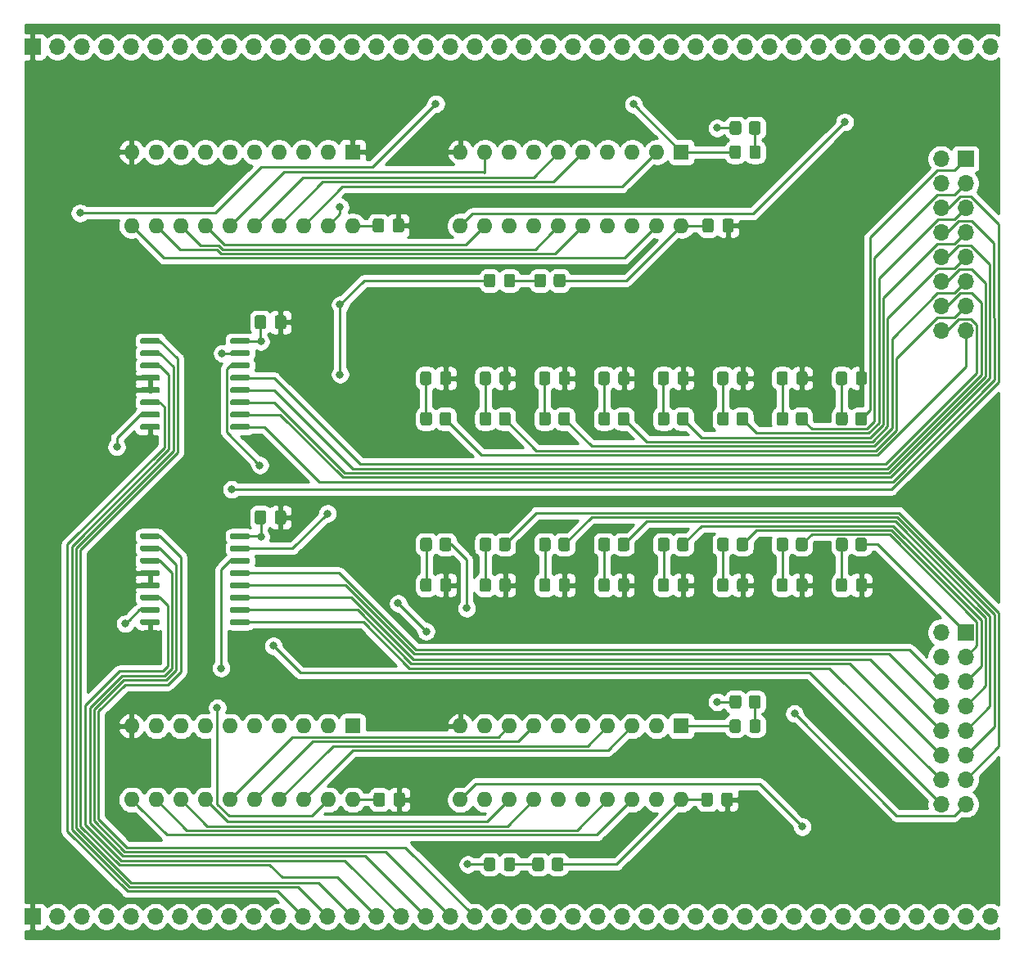
<source format=gtl>
G04 #@! TF.GenerationSoftware,KiCad,Pcbnew,(5.1.9)-1*
G04 #@! TF.CreationDate,2021-10-03T23:50:10-04:00*
G04 #@! TF.ProjectId,ab-register,61622d72-6567-4697-9374-65722e6b6963,1.0*
G04 #@! TF.SameCoordinates,Original*
G04 #@! TF.FileFunction,Copper,L1,Top*
G04 #@! TF.FilePolarity,Positive*
%FSLAX46Y46*%
G04 Gerber Fmt 4.6, Leading zero omitted, Abs format (unit mm)*
G04 Created by KiCad (PCBNEW (5.1.9)-1) date 2021-10-03 23:50:10*
%MOMM*%
%LPD*%
G01*
G04 APERTURE LIST*
G04 #@! TA.AperFunction,ComponentPad*
%ADD10O,1.600000X1.600000*%
G04 #@! TD*
G04 #@! TA.AperFunction,ComponentPad*
%ADD11R,1.600000X1.600000*%
G04 #@! TD*
G04 #@! TA.AperFunction,ComponentPad*
%ADD12O,1.700000X1.700000*%
G04 #@! TD*
G04 #@! TA.AperFunction,ComponentPad*
%ADD13R,1.700000X1.700000*%
G04 #@! TD*
G04 #@! TA.AperFunction,ViaPad*
%ADD14C,0.800000*%
G04 #@! TD*
G04 #@! TA.AperFunction,Conductor*
%ADD15C,0.250000*%
G04 #@! TD*
G04 #@! TA.AperFunction,Conductor*
%ADD16C,0.254000*%
G04 #@! TD*
G04 #@! TA.AperFunction,Conductor*
%ADD17C,0.100000*%
G04 #@! TD*
G04 APERTURE END LIST*
G04 #@! TA.AperFunction,SMDPad,CuDef*
G36*
G01*
X159700000Y-113349999D02*
X159700000Y-114250001D01*
G75*
G02*
X159450001Y-114500000I-249999J0D01*
G01*
X158749999Y-114500000D01*
G75*
G02*
X158500000Y-114250001I0J249999D01*
G01*
X158500000Y-113349999D01*
G75*
G02*
X158749999Y-113100000I249999J0D01*
G01*
X159450001Y-113100000D01*
G75*
G02*
X159700000Y-113349999I0J-249999D01*
G01*
G37*
G04 #@! TD.AperFunction*
G04 #@! TA.AperFunction,SMDPad,CuDef*
G36*
G01*
X161700000Y-113349999D02*
X161700000Y-114250001D01*
G75*
G02*
X161450001Y-114500000I-249999J0D01*
G01*
X160749999Y-114500000D01*
G75*
G02*
X160500000Y-114250001I0J249999D01*
G01*
X160500000Y-113349999D01*
G75*
G02*
X160749999Y-113100000I249999J0D01*
G01*
X161450001Y-113100000D01*
G75*
G02*
X161700000Y-113349999I0J-249999D01*
G01*
G37*
G04 #@! TD.AperFunction*
G04 #@! TA.AperFunction,SMDPad,CuDef*
G36*
G01*
X159700000Y-53949999D02*
X159700000Y-54850001D01*
G75*
G02*
X159450001Y-55100000I-249999J0D01*
G01*
X158749999Y-55100000D01*
G75*
G02*
X158500000Y-54850001I0J249999D01*
G01*
X158500000Y-53949999D01*
G75*
G02*
X158749999Y-53700000I249999J0D01*
G01*
X159450001Y-53700000D01*
G75*
G02*
X159700000Y-53949999I0J-249999D01*
G01*
G37*
G04 #@! TD.AperFunction*
G04 #@! TA.AperFunction,SMDPad,CuDef*
G36*
G01*
X161700000Y-53949999D02*
X161700000Y-54850001D01*
G75*
G02*
X161450001Y-55100000I-249999J0D01*
G01*
X160749999Y-55100000D01*
G75*
G02*
X160500000Y-54850001I0J249999D01*
G01*
X160500000Y-53949999D01*
G75*
G02*
X160749999Y-53700000I249999J0D01*
G01*
X161450001Y-53700000D01*
G75*
G02*
X161700000Y-53949999I0J-249999D01*
G01*
G37*
G04 #@! TD.AperFunction*
G04 #@! TA.AperFunction,SMDPad,CuDef*
G36*
G01*
X140100000Y-131050001D02*
X140100000Y-130149999D01*
G75*
G02*
X140349999Y-129900000I249999J0D01*
G01*
X141050001Y-129900000D01*
G75*
G02*
X141300000Y-130149999I0J-249999D01*
G01*
X141300000Y-131050001D01*
G75*
G02*
X141050001Y-131300000I-249999J0D01*
G01*
X140349999Y-131300000D01*
G75*
G02*
X140100000Y-131050001I0J249999D01*
G01*
G37*
G04 #@! TD.AperFunction*
G04 #@! TA.AperFunction,SMDPad,CuDef*
G36*
G01*
X138100000Y-131050001D02*
X138100000Y-130149999D01*
G75*
G02*
X138349999Y-129900000I249999J0D01*
G01*
X139050001Y-129900000D01*
G75*
G02*
X139300000Y-130149999I0J-249999D01*
G01*
X139300000Y-131050001D01*
G75*
G02*
X139050001Y-131300000I-249999J0D01*
G01*
X138349999Y-131300000D01*
G75*
G02*
X138100000Y-131050001I0J249999D01*
G01*
G37*
G04 #@! TD.AperFunction*
G04 #@! TA.AperFunction,SMDPad,CuDef*
G36*
G01*
X140300000Y-70650001D02*
X140300000Y-69749999D01*
G75*
G02*
X140549999Y-69500000I249999J0D01*
G01*
X141250001Y-69500000D01*
G75*
G02*
X141500000Y-69749999I0J-249999D01*
G01*
X141500000Y-70650001D01*
G75*
G02*
X141250001Y-70900000I-249999J0D01*
G01*
X140549999Y-70900000D01*
G75*
G02*
X140300000Y-70650001I0J249999D01*
G01*
G37*
G04 #@! TD.AperFunction*
G04 #@! TA.AperFunction,SMDPad,CuDef*
G36*
G01*
X138300000Y-70650001D02*
X138300000Y-69749999D01*
G75*
G02*
X138549999Y-69500000I249999J0D01*
G01*
X139250001Y-69500000D01*
G75*
G02*
X139500000Y-69749999I0J-249999D01*
G01*
X139500000Y-70650001D01*
G75*
G02*
X139250001Y-70900000I-249999J0D01*
G01*
X138549999Y-70900000D01*
G75*
G02*
X138300000Y-70650001I0J249999D01*
G01*
G37*
G04 #@! TD.AperFunction*
G04 #@! TA.AperFunction,SMDPad,CuDef*
G36*
G01*
X160550000Y-116750001D02*
X160550000Y-115849999D01*
G75*
G02*
X160799999Y-115600000I249999J0D01*
G01*
X161450001Y-115600000D01*
G75*
G02*
X161700000Y-115849999I0J-249999D01*
G01*
X161700000Y-116750001D01*
G75*
G02*
X161450001Y-117000000I-249999J0D01*
G01*
X160799999Y-117000000D01*
G75*
G02*
X160550000Y-116750001I0J249999D01*
G01*
G37*
G04 #@! TD.AperFunction*
G04 #@! TA.AperFunction,SMDPad,CuDef*
G36*
G01*
X158500000Y-116750001D02*
X158500000Y-115849999D01*
G75*
G02*
X158749999Y-115600000I249999J0D01*
G01*
X159400001Y-115600000D01*
G75*
G02*
X159650000Y-115849999I0J-249999D01*
G01*
X159650000Y-116750001D01*
G75*
G02*
X159400001Y-117000000I-249999J0D01*
G01*
X158749999Y-117000000D01*
G75*
G02*
X158500000Y-116750001I0J249999D01*
G01*
G37*
G04 #@! TD.AperFunction*
G04 #@! TA.AperFunction,SMDPad,CuDef*
G36*
G01*
X160550000Y-57350001D02*
X160550000Y-56449999D01*
G75*
G02*
X160799999Y-56200000I249999J0D01*
G01*
X161450001Y-56200000D01*
G75*
G02*
X161700000Y-56449999I0J-249999D01*
G01*
X161700000Y-57350001D01*
G75*
G02*
X161450001Y-57600000I-249999J0D01*
G01*
X160799999Y-57600000D01*
G75*
G02*
X160550000Y-57350001I0J249999D01*
G01*
G37*
G04 #@! TD.AperFunction*
G04 #@! TA.AperFunction,SMDPad,CuDef*
G36*
G01*
X158500000Y-57350001D02*
X158500000Y-56449999D01*
G75*
G02*
X158749999Y-56200000I249999J0D01*
G01*
X159400001Y-56200000D01*
G75*
G02*
X159650000Y-56449999I0J-249999D01*
G01*
X159650000Y-57350001D01*
G75*
G02*
X159400001Y-57600000I-249999J0D01*
G01*
X158749999Y-57600000D01*
G75*
G02*
X158500000Y-57350001I0J249999D01*
G01*
G37*
G04 #@! TD.AperFunction*
G04 #@! TA.AperFunction,SMDPad,CuDef*
G36*
G01*
X135150000Y-131050001D02*
X135150000Y-130149999D01*
G75*
G02*
X135399999Y-129900000I249999J0D01*
G01*
X136050001Y-129900000D01*
G75*
G02*
X136300000Y-130149999I0J-249999D01*
G01*
X136300000Y-131050001D01*
G75*
G02*
X136050001Y-131300000I-249999J0D01*
G01*
X135399999Y-131300000D01*
G75*
G02*
X135150000Y-131050001I0J249999D01*
G01*
G37*
G04 #@! TD.AperFunction*
G04 #@! TA.AperFunction,SMDPad,CuDef*
G36*
G01*
X133100000Y-131050001D02*
X133100000Y-130149999D01*
G75*
G02*
X133349999Y-129900000I249999J0D01*
G01*
X134000001Y-129900000D01*
G75*
G02*
X134250000Y-130149999I0J-249999D01*
G01*
X134250000Y-131050001D01*
G75*
G02*
X134000001Y-131300000I-249999J0D01*
G01*
X133349999Y-131300000D01*
G75*
G02*
X133100000Y-131050001I0J249999D01*
G01*
G37*
G04 #@! TD.AperFunction*
G04 #@! TA.AperFunction,SMDPad,CuDef*
G36*
G01*
X135150000Y-70650001D02*
X135150000Y-69749999D01*
G75*
G02*
X135399999Y-69500000I249999J0D01*
G01*
X136050001Y-69500000D01*
G75*
G02*
X136300000Y-69749999I0J-249999D01*
G01*
X136300000Y-70650001D01*
G75*
G02*
X136050001Y-70900000I-249999J0D01*
G01*
X135399999Y-70900000D01*
G75*
G02*
X135150000Y-70650001I0J249999D01*
G01*
G37*
G04 #@! TD.AperFunction*
G04 #@! TA.AperFunction,SMDPad,CuDef*
G36*
G01*
X133100000Y-70650001D02*
X133100000Y-69749999D01*
G75*
G02*
X133349999Y-69500000I249999J0D01*
G01*
X134000001Y-69500000D01*
G75*
G02*
X134250000Y-69749999I0J-249999D01*
G01*
X134250000Y-70650001D01*
G75*
G02*
X134000001Y-70900000I-249999J0D01*
G01*
X133349999Y-70900000D01*
G75*
G02*
X133100000Y-70650001I0J249999D01*
G01*
G37*
G04 #@! TD.AperFunction*
G04 #@! TA.AperFunction,SMDPad,CuDef*
G36*
G01*
X122850000Y-123425000D02*
X122850000Y-124375000D01*
G75*
G02*
X122600000Y-124625000I-250000J0D01*
G01*
X121925000Y-124625000D01*
G75*
G02*
X121675000Y-124375000I0J250000D01*
G01*
X121675000Y-123425000D01*
G75*
G02*
X121925000Y-123175000I250000J0D01*
G01*
X122600000Y-123175000D01*
G75*
G02*
X122850000Y-123425000I0J-250000D01*
G01*
G37*
G04 #@! TD.AperFunction*
G04 #@! TA.AperFunction,SMDPad,CuDef*
G36*
G01*
X124925000Y-123425000D02*
X124925000Y-124375000D01*
G75*
G02*
X124675000Y-124625000I-250000J0D01*
G01*
X124000000Y-124625000D01*
G75*
G02*
X123750000Y-124375000I0J250000D01*
G01*
X123750000Y-123425000D01*
G75*
G02*
X124000000Y-123175000I250000J0D01*
G01*
X124675000Y-123175000D01*
G75*
G02*
X124925000Y-123425000I0J-250000D01*
G01*
G37*
G04 #@! TD.AperFunction*
G04 #@! TA.AperFunction,SMDPad,CuDef*
G36*
G01*
X156750000Y-123425000D02*
X156750000Y-124375000D01*
G75*
G02*
X156500000Y-124625000I-250000J0D01*
G01*
X155825000Y-124625000D01*
G75*
G02*
X155575000Y-124375000I0J250000D01*
G01*
X155575000Y-123425000D01*
G75*
G02*
X155825000Y-123175000I250000J0D01*
G01*
X156500000Y-123175000D01*
G75*
G02*
X156750000Y-123425000I0J-250000D01*
G01*
G37*
G04 #@! TD.AperFunction*
G04 #@! TA.AperFunction,SMDPad,CuDef*
G36*
G01*
X158825000Y-123425000D02*
X158825000Y-124375000D01*
G75*
G02*
X158575000Y-124625000I-250000J0D01*
G01*
X157900000Y-124625000D01*
G75*
G02*
X157650000Y-124375000I0J250000D01*
G01*
X157650000Y-123425000D01*
G75*
G02*
X157900000Y-123175000I250000J0D01*
G01*
X158575000Y-123175000D01*
G75*
G02*
X158825000Y-123425000I0J-250000D01*
G01*
G37*
G04 #@! TD.AperFunction*
G04 #@! TA.AperFunction,SMDPad,CuDef*
G36*
G01*
X122750000Y-64025000D02*
X122750000Y-64975000D01*
G75*
G02*
X122500000Y-65225000I-250000J0D01*
G01*
X121825000Y-65225000D01*
G75*
G02*
X121575000Y-64975000I0J250000D01*
G01*
X121575000Y-64025000D01*
G75*
G02*
X121825000Y-63775000I250000J0D01*
G01*
X122500000Y-63775000D01*
G75*
G02*
X122750000Y-64025000I0J-250000D01*
G01*
G37*
G04 #@! TD.AperFunction*
G04 #@! TA.AperFunction,SMDPad,CuDef*
G36*
G01*
X124825000Y-64025000D02*
X124825000Y-64975000D01*
G75*
G02*
X124575000Y-65225000I-250000J0D01*
G01*
X123900000Y-65225000D01*
G75*
G02*
X123650000Y-64975000I0J250000D01*
G01*
X123650000Y-64025000D01*
G75*
G02*
X123900000Y-63775000I250000J0D01*
G01*
X124575000Y-63775000D01*
G75*
G02*
X124825000Y-64025000I0J-250000D01*
G01*
G37*
G04 #@! TD.AperFunction*
G04 #@! TA.AperFunction,SMDPad,CuDef*
G36*
G01*
X156850000Y-64025000D02*
X156850000Y-64975000D01*
G75*
G02*
X156600000Y-65225000I-250000J0D01*
G01*
X155925000Y-65225000D01*
G75*
G02*
X155675000Y-64975000I0J250000D01*
G01*
X155675000Y-64025000D01*
G75*
G02*
X155925000Y-63775000I250000J0D01*
G01*
X156600000Y-63775000D01*
G75*
G02*
X156850000Y-64025000I0J-250000D01*
G01*
G37*
G04 #@! TD.AperFunction*
G04 #@! TA.AperFunction,SMDPad,CuDef*
G36*
G01*
X158925000Y-64025000D02*
X158925000Y-64975000D01*
G75*
G02*
X158675000Y-65225000I-250000J0D01*
G01*
X158000000Y-65225000D01*
G75*
G02*
X157750000Y-64975000I0J250000D01*
G01*
X157750000Y-64025000D01*
G75*
G02*
X158000000Y-63775000I250000J0D01*
G01*
X158675000Y-63775000D01*
G75*
G02*
X158925000Y-64025000I0J-250000D01*
G01*
G37*
G04 #@! TD.AperFunction*
G04 #@! TA.AperFunction,SMDPad,CuDef*
G36*
G01*
X110550000Y-94225000D02*
X110550000Y-95175000D01*
G75*
G02*
X110300000Y-95425000I-250000J0D01*
G01*
X109625000Y-95425000D01*
G75*
G02*
X109375000Y-95175000I0J250000D01*
G01*
X109375000Y-94225000D01*
G75*
G02*
X109625000Y-93975000I250000J0D01*
G01*
X110300000Y-93975000D01*
G75*
G02*
X110550000Y-94225000I0J-250000D01*
G01*
G37*
G04 #@! TD.AperFunction*
G04 #@! TA.AperFunction,SMDPad,CuDef*
G36*
G01*
X112625000Y-94225000D02*
X112625000Y-95175000D01*
G75*
G02*
X112375000Y-95425000I-250000J0D01*
G01*
X111700000Y-95425000D01*
G75*
G02*
X111450000Y-95175000I0J250000D01*
G01*
X111450000Y-94225000D01*
G75*
G02*
X111700000Y-93975000I250000J0D01*
G01*
X112375000Y-93975000D01*
G75*
G02*
X112625000Y-94225000I0J-250000D01*
G01*
G37*
G04 #@! TD.AperFunction*
G04 #@! TA.AperFunction,SMDPad,CuDef*
G36*
G01*
X110550000Y-74025000D02*
X110550000Y-74975000D01*
G75*
G02*
X110300000Y-75225000I-250000J0D01*
G01*
X109625000Y-75225000D01*
G75*
G02*
X109375000Y-74975000I0J250000D01*
G01*
X109375000Y-74025000D01*
G75*
G02*
X109625000Y-73775000I250000J0D01*
G01*
X110300000Y-73775000D01*
G75*
G02*
X110550000Y-74025000I0J-250000D01*
G01*
G37*
G04 #@! TD.AperFunction*
G04 #@! TA.AperFunction,SMDPad,CuDef*
G36*
G01*
X112625000Y-74025000D02*
X112625000Y-74975000D01*
G75*
G02*
X112375000Y-75225000I-250000J0D01*
G01*
X111700000Y-75225000D01*
G75*
G02*
X111450000Y-74975000I0J250000D01*
G01*
X111450000Y-74025000D01*
G75*
G02*
X111700000Y-73775000I250000J0D01*
G01*
X112375000Y-73775000D01*
G75*
G02*
X112625000Y-74025000I0J-250000D01*
G01*
G37*
G04 #@! TD.AperFunction*
D10*
X119500000Y-64520000D03*
X96640000Y-56900000D03*
X116960000Y-64520000D03*
X99180000Y-56900000D03*
X114420000Y-64520000D03*
X101720000Y-56900000D03*
X111880000Y-64520000D03*
X104260000Y-56900000D03*
X109340000Y-64520000D03*
X106800000Y-56900000D03*
X106800000Y-64520000D03*
X109340000Y-56900000D03*
X104260000Y-64520000D03*
X111880000Y-56900000D03*
X101720000Y-64520000D03*
X114420000Y-56900000D03*
X99180000Y-64520000D03*
X116960000Y-56900000D03*
X96640000Y-64520000D03*
D11*
X119500000Y-56900000D03*
D10*
X153500000Y-64520000D03*
X130640000Y-56900000D03*
X150960000Y-64520000D03*
X133180000Y-56900000D03*
X148420000Y-64520000D03*
X135720000Y-56900000D03*
X145880000Y-64520000D03*
X138260000Y-56900000D03*
X143340000Y-64520000D03*
X140800000Y-56900000D03*
X140800000Y-64520000D03*
X143340000Y-56900000D03*
X138260000Y-64520000D03*
X145880000Y-56900000D03*
X135720000Y-64520000D03*
X148420000Y-56900000D03*
X133180000Y-64520000D03*
X150960000Y-56900000D03*
X130640000Y-64520000D03*
D11*
X153500000Y-56900000D03*
D12*
X180360000Y-124380000D03*
X182900000Y-124380000D03*
X180360000Y-121840000D03*
X182900000Y-121840000D03*
X180360000Y-119300000D03*
X182900000Y-119300000D03*
X180360000Y-116760000D03*
X182900000Y-116760000D03*
X180360000Y-114220000D03*
X182900000Y-114220000D03*
X180360000Y-111680000D03*
X182900000Y-111680000D03*
X180360000Y-109140000D03*
X182900000Y-109140000D03*
X180360000Y-106600000D03*
D13*
X182900000Y-106600000D03*
D10*
X119500000Y-123920000D03*
X96640000Y-116300000D03*
X116960000Y-123920000D03*
X99180000Y-116300000D03*
X114420000Y-123920000D03*
X101720000Y-116300000D03*
X111880000Y-123920000D03*
X104260000Y-116300000D03*
X109340000Y-123920000D03*
X106800000Y-116300000D03*
X106800000Y-123920000D03*
X109340000Y-116300000D03*
X104260000Y-123920000D03*
X111880000Y-116300000D03*
X101720000Y-123920000D03*
X114420000Y-116300000D03*
X99180000Y-123920000D03*
X116960000Y-116300000D03*
X96640000Y-123920000D03*
D11*
X119500000Y-116300000D03*
D10*
X153500000Y-123920000D03*
X130640000Y-116300000D03*
X150960000Y-123920000D03*
X133180000Y-116300000D03*
X148420000Y-123920000D03*
X135720000Y-116300000D03*
X145880000Y-123920000D03*
X138260000Y-116300000D03*
X143340000Y-123920000D03*
X140800000Y-116300000D03*
X140800000Y-123920000D03*
X143340000Y-116300000D03*
X138260000Y-123920000D03*
X145880000Y-116300000D03*
X135720000Y-123920000D03*
X148420000Y-116300000D03*
X133180000Y-123920000D03*
X150960000Y-116300000D03*
X130640000Y-123920000D03*
D11*
X153500000Y-116300000D03*
G04 #@! TA.AperFunction,SMDPad,CuDef*
G36*
G01*
X106825000Y-96805000D02*
X106825000Y-96505000D01*
G75*
G02*
X106975000Y-96355000I150000J0D01*
G01*
X108725000Y-96355000D01*
G75*
G02*
X108875000Y-96505000I0J-150000D01*
G01*
X108875000Y-96805000D01*
G75*
G02*
X108725000Y-96955000I-150000J0D01*
G01*
X106975000Y-96955000D01*
G75*
G02*
X106825000Y-96805000I0J150000D01*
G01*
G37*
G04 #@! TD.AperFunction*
G04 #@! TA.AperFunction,SMDPad,CuDef*
G36*
G01*
X106825000Y-98075000D02*
X106825000Y-97775000D01*
G75*
G02*
X106975000Y-97625000I150000J0D01*
G01*
X108725000Y-97625000D01*
G75*
G02*
X108875000Y-97775000I0J-150000D01*
G01*
X108875000Y-98075000D01*
G75*
G02*
X108725000Y-98225000I-150000J0D01*
G01*
X106975000Y-98225000D01*
G75*
G02*
X106825000Y-98075000I0J150000D01*
G01*
G37*
G04 #@! TD.AperFunction*
G04 #@! TA.AperFunction,SMDPad,CuDef*
G36*
G01*
X106825000Y-99345000D02*
X106825000Y-99045000D01*
G75*
G02*
X106975000Y-98895000I150000J0D01*
G01*
X108725000Y-98895000D01*
G75*
G02*
X108875000Y-99045000I0J-150000D01*
G01*
X108875000Y-99345000D01*
G75*
G02*
X108725000Y-99495000I-150000J0D01*
G01*
X106975000Y-99495000D01*
G75*
G02*
X106825000Y-99345000I0J150000D01*
G01*
G37*
G04 #@! TD.AperFunction*
G04 #@! TA.AperFunction,SMDPad,CuDef*
G36*
G01*
X106825000Y-100615000D02*
X106825000Y-100315000D01*
G75*
G02*
X106975000Y-100165000I150000J0D01*
G01*
X108725000Y-100165000D01*
G75*
G02*
X108875000Y-100315000I0J-150000D01*
G01*
X108875000Y-100615000D01*
G75*
G02*
X108725000Y-100765000I-150000J0D01*
G01*
X106975000Y-100765000D01*
G75*
G02*
X106825000Y-100615000I0J150000D01*
G01*
G37*
G04 #@! TD.AperFunction*
G04 #@! TA.AperFunction,SMDPad,CuDef*
G36*
G01*
X106825000Y-101885000D02*
X106825000Y-101585000D01*
G75*
G02*
X106975000Y-101435000I150000J0D01*
G01*
X108725000Y-101435000D01*
G75*
G02*
X108875000Y-101585000I0J-150000D01*
G01*
X108875000Y-101885000D01*
G75*
G02*
X108725000Y-102035000I-150000J0D01*
G01*
X106975000Y-102035000D01*
G75*
G02*
X106825000Y-101885000I0J150000D01*
G01*
G37*
G04 #@! TD.AperFunction*
G04 #@! TA.AperFunction,SMDPad,CuDef*
G36*
G01*
X106825000Y-103155000D02*
X106825000Y-102855000D01*
G75*
G02*
X106975000Y-102705000I150000J0D01*
G01*
X108725000Y-102705000D01*
G75*
G02*
X108875000Y-102855000I0J-150000D01*
G01*
X108875000Y-103155000D01*
G75*
G02*
X108725000Y-103305000I-150000J0D01*
G01*
X106975000Y-103305000D01*
G75*
G02*
X106825000Y-103155000I0J150000D01*
G01*
G37*
G04 #@! TD.AperFunction*
G04 #@! TA.AperFunction,SMDPad,CuDef*
G36*
G01*
X106825000Y-104425000D02*
X106825000Y-104125000D01*
G75*
G02*
X106975000Y-103975000I150000J0D01*
G01*
X108725000Y-103975000D01*
G75*
G02*
X108875000Y-104125000I0J-150000D01*
G01*
X108875000Y-104425000D01*
G75*
G02*
X108725000Y-104575000I-150000J0D01*
G01*
X106975000Y-104575000D01*
G75*
G02*
X106825000Y-104425000I0J150000D01*
G01*
G37*
G04 #@! TD.AperFunction*
G04 #@! TA.AperFunction,SMDPad,CuDef*
G36*
G01*
X106825000Y-105695000D02*
X106825000Y-105395000D01*
G75*
G02*
X106975000Y-105245000I150000J0D01*
G01*
X108725000Y-105245000D01*
G75*
G02*
X108875000Y-105395000I0J-150000D01*
G01*
X108875000Y-105695000D01*
G75*
G02*
X108725000Y-105845000I-150000J0D01*
G01*
X106975000Y-105845000D01*
G75*
G02*
X106825000Y-105695000I0J150000D01*
G01*
G37*
G04 #@! TD.AperFunction*
G04 #@! TA.AperFunction,SMDPad,CuDef*
G36*
G01*
X97525000Y-105695000D02*
X97525000Y-105395000D01*
G75*
G02*
X97675000Y-105245000I150000J0D01*
G01*
X99425000Y-105245000D01*
G75*
G02*
X99575000Y-105395000I0J-150000D01*
G01*
X99575000Y-105695000D01*
G75*
G02*
X99425000Y-105845000I-150000J0D01*
G01*
X97675000Y-105845000D01*
G75*
G02*
X97525000Y-105695000I0J150000D01*
G01*
G37*
G04 #@! TD.AperFunction*
G04 #@! TA.AperFunction,SMDPad,CuDef*
G36*
G01*
X97525000Y-104425000D02*
X97525000Y-104125000D01*
G75*
G02*
X97675000Y-103975000I150000J0D01*
G01*
X99425000Y-103975000D01*
G75*
G02*
X99575000Y-104125000I0J-150000D01*
G01*
X99575000Y-104425000D01*
G75*
G02*
X99425000Y-104575000I-150000J0D01*
G01*
X97675000Y-104575000D01*
G75*
G02*
X97525000Y-104425000I0J150000D01*
G01*
G37*
G04 #@! TD.AperFunction*
G04 #@! TA.AperFunction,SMDPad,CuDef*
G36*
G01*
X97525000Y-103155000D02*
X97525000Y-102855000D01*
G75*
G02*
X97675000Y-102705000I150000J0D01*
G01*
X99425000Y-102705000D01*
G75*
G02*
X99575000Y-102855000I0J-150000D01*
G01*
X99575000Y-103155000D01*
G75*
G02*
X99425000Y-103305000I-150000J0D01*
G01*
X97675000Y-103305000D01*
G75*
G02*
X97525000Y-103155000I0J150000D01*
G01*
G37*
G04 #@! TD.AperFunction*
G04 #@! TA.AperFunction,SMDPad,CuDef*
G36*
G01*
X97525000Y-101885000D02*
X97525000Y-101585000D01*
G75*
G02*
X97675000Y-101435000I150000J0D01*
G01*
X99425000Y-101435000D01*
G75*
G02*
X99575000Y-101585000I0J-150000D01*
G01*
X99575000Y-101885000D01*
G75*
G02*
X99425000Y-102035000I-150000J0D01*
G01*
X97675000Y-102035000D01*
G75*
G02*
X97525000Y-101885000I0J150000D01*
G01*
G37*
G04 #@! TD.AperFunction*
G04 #@! TA.AperFunction,SMDPad,CuDef*
G36*
G01*
X97525000Y-100615000D02*
X97525000Y-100315000D01*
G75*
G02*
X97675000Y-100165000I150000J0D01*
G01*
X99425000Y-100165000D01*
G75*
G02*
X99575000Y-100315000I0J-150000D01*
G01*
X99575000Y-100615000D01*
G75*
G02*
X99425000Y-100765000I-150000J0D01*
G01*
X97675000Y-100765000D01*
G75*
G02*
X97525000Y-100615000I0J150000D01*
G01*
G37*
G04 #@! TD.AperFunction*
G04 #@! TA.AperFunction,SMDPad,CuDef*
G36*
G01*
X97525000Y-99345000D02*
X97525000Y-99045000D01*
G75*
G02*
X97675000Y-98895000I150000J0D01*
G01*
X99425000Y-98895000D01*
G75*
G02*
X99575000Y-99045000I0J-150000D01*
G01*
X99575000Y-99345000D01*
G75*
G02*
X99425000Y-99495000I-150000J0D01*
G01*
X97675000Y-99495000D01*
G75*
G02*
X97525000Y-99345000I0J150000D01*
G01*
G37*
G04 #@! TD.AperFunction*
G04 #@! TA.AperFunction,SMDPad,CuDef*
G36*
G01*
X97525000Y-98075000D02*
X97525000Y-97775000D01*
G75*
G02*
X97675000Y-97625000I150000J0D01*
G01*
X99425000Y-97625000D01*
G75*
G02*
X99575000Y-97775000I0J-150000D01*
G01*
X99575000Y-98075000D01*
G75*
G02*
X99425000Y-98225000I-150000J0D01*
G01*
X97675000Y-98225000D01*
G75*
G02*
X97525000Y-98075000I0J150000D01*
G01*
G37*
G04 #@! TD.AperFunction*
G04 #@! TA.AperFunction,SMDPad,CuDef*
G36*
G01*
X97525000Y-96805000D02*
X97525000Y-96505000D01*
G75*
G02*
X97675000Y-96355000I150000J0D01*
G01*
X99425000Y-96355000D01*
G75*
G02*
X99575000Y-96505000I0J-150000D01*
G01*
X99575000Y-96805000D01*
G75*
G02*
X99425000Y-96955000I-150000J0D01*
G01*
X97675000Y-96955000D01*
G75*
G02*
X97525000Y-96805000I0J150000D01*
G01*
G37*
G04 #@! TD.AperFunction*
G04 #@! TA.AperFunction,SMDPad,CuDef*
G36*
G01*
X106825000Y-76605000D02*
X106825000Y-76305000D01*
G75*
G02*
X106975000Y-76155000I150000J0D01*
G01*
X108725000Y-76155000D01*
G75*
G02*
X108875000Y-76305000I0J-150000D01*
G01*
X108875000Y-76605000D01*
G75*
G02*
X108725000Y-76755000I-150000J0D01*
G01*
X106975000Y-76755000D01*
G75*
G02*
X106825000Y-76605000I0J150000D01*
G01*
G37*
G04 #@! TD.AperFunction*
G04 #@! TA.AperFunction,SMDPad,CuDef*
G36*
G01*
X106825000Y-77875000D02*
X106825000Y-77575000D01*
G75*
G02*
X106975000Y-77425000I150000J0D01*
G01*
X108725000Y-77425000D01*
G75*
G02*
X108875000Y-77575000I0J-150000D01*
G01*
X108875000Y-77875000D01*
G75*
G02*
X108725000Y-78025000I-150000J0D01*
G01*
X106975000Y-78025000D01*
G75*
G02*
X106825000Y-77875000I0J150000D01*
G01*
G37*
G04 #@! TD.AperFunction*
G04 #@! TA.AperFunction,SMDPad,CuDef*
G36*
G01*
X106825000Y-79145000D02*
X106825000Y-78845000D01*
G75*
G02*
X106975000Y-78695000I150000J0D01*
G01*
X108725000Y-78695000D01*
G75*
G02*
X108875000Y-78845000I0J-150000D01*
G01*
X108875000Y-79145000D01*
G75*
G02*
X108725000Y-79295000I-150000J0D01*
G01*
X106975000Y-79295000D01*
G75*
G02*
X106825000Y-79145000I0J150000D01*
G01*
G37*
G04 #@! TD.AperFunction*
G04 #@! TA.AperFunction,SMDPad,CuDef*
G36*
G01*
X106825000Y-80415000D02*
X106825000Y-80115000D01*
G75*
G02*
X106975000Y-79965000I150000J0D01*
G01*
X108725000Y-79965000D01*
G75*
G02*
X108875000Y-80115000I0J-150000D01*
G01*
X108875000Y-80415000D01*
G75*
G02*
X108725000Y-80565000I-150000J0D01*
G01*
X106975000Y-80565000D01*
G75*
G02*
X106825000Y-80415000I0J150000D01*
G01*
G37*
G04 #@! TD.AperFunction*
G04 #@! TA.AperFunction,SMDPad,CuDef*
G36*
G01*
X106825000Y-81685000D02*
X106825000Y-81385000D01*
G75*
G02*
X106975000Y-81235000I150000J0D01*
G01*
X108725000Y-81235000D01*
G75*
G02*
X108875000Y-81385000I0J-150000D01*
G01*
X108875000Y-81685000D01*
G75*
G02*
X108725000Y-81835000I-150000J0D01*
G01*
X106975000Y-81835000D01*
G75*
G02*
X106825000Y-81685000I0J150000D01*
G01*
G37*
G04 #@! TD.AperFunction*
G04 #@! TA.AperFunction,SMDPad,CuDef*
G36*
G01*
X106825000Y-82955000D02*
X106825000Y-82655000D01*
G75*
G02*
X106975000Y-82505000I150000J0D01*
G01*
X108725000Y-82505000D01*
G75*
G02*
X108875000Y-82655000I0J-150000D01*
G01*
X108875000Y-82955000D01*
G75*
G02*
X108725000Y-83105000I-150000J0D01*
G01*
X106975000Y-83105000D01*
G75*
G02*
X106825000Y-82955000I0J150000D01*
G01*
G37*
G04 #@! TD.AperFunction*
G04 #@! TA.AperFunction,SMDPad,CuDef*
G36*
G01*
X106825000Y-84225000D02*
X106825000Y-83925000D01*
G75*
G02*
X106975000Y-83775000I150000J0D01*
G01*
X108725000Y-83775000D01*
G75*
G02*
X108875000Y-83925000I0J-150000D01*
G01*
X108875000Y-84225000D01*
G75*
G02*
X108725000Y-84375000I-150000J0D01*
G01*
X106975000Y-84375000D01*
G75*
G02*
X106825000Y-84225000I0J150000D01*
G01*
G37*
G04 #@! TD.AperFunction*
G04 #@! TA.AperFunction,SMDPad,CuDef*
G36*
G01*
X106825000Y-85495000D02*
X106825000Y-85195000D01*
G75*
G02*
X106975000Y-85045000I150000J0D01*
G01*
X108725000Y-85045000D01*
G75*
G02*
X108875000Y-85195000I0J-150000D01*
G01*
X108875000Y-85495000D01*
G75*
G02*
X108725000Y-85645000I-150000J0D01*
G01*
X106975000Y-85645000D01*
G75*
G02*
X106825000Y-85495000I0J150000D01*
G01*
G37*
G04 #@! TD.AperFunction*
G04 #@! TA.AperFunction,SMDPad,CuDef*
G36*
G01*
X97525000Y-85495000D02*
X97525000Y-85195000D01*
G75*
G02*
X97675000Y-85045000I150000J0D01*
G01*
X99425000Y-85045000D01*
G75*
G02*
X99575000Y-85195000I0J-150000D01*
G01*
X99575000Y-85495000D01*
G75*
G02*
X99425000Y-85645000I-150000J0D01*
G01*
X97675000Y-85645000D01*
G75*
G02*
X97525000Y-85495000I0J150000D01*
G01*
G37*
G04 #@! TD.AperFunction*
G04 #@! TA.AperFunction,SMDPad,CuDef*
G36*
G01*
X97525000Y-84225000D02*
X97525000Y-83925000D01*
G75*
G02*
X97675000Y-83775000I150000J0D01*
G01*
X99425000Y-83775000D01*
G75*
G02*
X99575000Y-83925000I0J-150000D01*
G01*
X99575000Y-84225000D01*
G75*
G02*
X99425000Y-84375000I-150000J0D01*
G01*
X97675000Y-84375000D01*
G75*
G02*
X97525000Y-84225000I0J150000D01*
G01*
G37*
G04 #@! TD.AperFunction*
G04 #@! TA.AperFunction,SMDPad,CuDef*
G36*
G01*
X97525000Y-82955000D02*
X97525000Y-82655000D01*
G75*
G02*
X97675000Y-82505000I150000J0D01*
G01*
X99425000Y-82505000D01*
G75*
G02*
X99575000Y-82655000I0J-150000D01*
G01*
X99575000Y-82955000D01*
G75*
G02*
X99425000Y-83105000I-150000J0D01*
G01*
X97675000Y-83105000D01*
G75*
G02*
X97525000Y-82955000I0J150000D01*
G01*
G37*
G04 #@! TD.AperFunction*
G04 #@! TA.AperFunction,SMDPad,CuDef*
G36*
G01*
X97525000Y-81685000D02*
X97525000Y-81385000D01*
G75*
G02*
X97675000Y-81235000I150000J0D01*
G01*
X99425000Y-81235000D01*
G75*
G02*
X99575000Y-81385000I0J-150000D01*
G01*
X99575000Y-81685000D01*
G75*
G02*
X99425000Y-81835000I-150000J0D01*
G01*
X97675000Y-81835000D01*
G75*
G02*
X97525000Y-81685000I0J150000D01*
G01*
G37*
G04 #@! TD.AperFunction*
G04 #@! TA.AperFunction,SMDPad,CuDef*
G36*
G01*
X97525000Y-80415000D02*
X97525000Y-80115000D01*
G75*
G02*
X97675000Y-79965000I150000J0D01*
G01*
X99425000Y-79965000D01*
G75*
G02*
X99575000Y-80115000I0J-150000D01*
G01*
X99575000Y-80415000D01*
G75*
G02*
X99425000Y-80565000I-150000J0D01*
G01*
X97675000Y-80565000D01*
G75*
G02*
X97525000Y-80415000I0J150000D01*
G01*
G37*
G04 #@! TD.AperFunction*
G04 #@! TA.AperFunction,SMDPad,CuDef*
G36*
G01*
X97525000Y-79145000D02*
X97525000Y-78845000D01*
G75*
G02*
X97675000Y-78695000I150000J0D01*
G01*
X99425000Y-78695000D01*
G75*
G02*
X99575000Y-78845000I0J-150000D01*
G01*
X99575000Y-79145000D01*
G75*
G02*
X99425000Y-79295000I-150000J0D01*
G01*
X97675000Y-79295000D01*
G75*
G02*
X97525000Y-79145000I0J150000D01*
G01*
G37*
G04 #@! TD.AperFunction*
G04 #@! TA.AperFunction,SMDPad,CuDef*
G36*
G01*
X97525000Y-77875000D02*
X97525000Y-77575000D01*
G75*
G02*
X97675000Y-77425000I150000J0D01*
G01*
X99425000Y-77425000D01*
G75*
G02*
X99575000Y-77575000I0J-150000D01*
G01*
X99575000Y-77875000D01*
G75*
G02*
X99425000Y-78025000I-150000J0D01*
G01*
X97675000Y-78025000D01*
G75*
G02*
X97525000Y-77875000I0J150000D01*
G01*
G37*
G04 #@! TD.AperFunction*
G04 #@! TA.AperFunction,SMDPad,CuDef*
G36*
G01*
X97525000Y-76605000D02*
X97525000Y-76305000D01*
G75*
G02*
X97675000Y-76155000I150000J0D01*
G01*
X99425000Y-76155000D01*
G75*
G02*
X99575000Y-76305000I0J-150000D01*
G01*
X99575000Y-76605000D01*
G75*
G02*
X99425000Y-76755000I-150000J0D01*
G01*
X97675000Y-76755000D01*
G75*
G02*
X97525000Y-76605000I0J150000D01*
G01*
G37*
G04 #@! TD.AperFunction*
G04 #@! TA.AperFunction,SMDPad,CuDef*
G36*
G01*
X128500000Y-97950001D02*
X128500000Y-97049999D01*
G75*
G02*
X128749999Y-96800000I249999J0D01*
G01*
X129450001Y-96800000D01*
G75*
G02*
X129700000Y-97049999I0J-249999D01*
G01*
X129700000Y-97950001D01*
G75*
G02*
X129450001Y-98200000I-249999J0D01*
G01*
X128749999Y-98200000D01*
G75*
G02*
X128500000Y-97950001I0J249999D01*
G01*
G37*
G04 #@! TD.AperFunction*
G04 #@! TA.AperFunction,SMDPad,CuDef*
G36*
G01*
X126500000Y-97950001D02*
X126500000Y-97049999D01*
G75*
G02*
X126749999Y-96800000I249999J0D01*
G01*
X127450001Y-96800000D01*
G75*
G02*
X127700000Y-97049999I0J-249999D01*
G01*
X127700000Y-97950001D01*
G75*
G02*
X127450001Y-98200000I-249999J0D01*
G01*
X126749999Y-98200000D01*
G75*
G02*
X126500000Y-97950001I0J249999D01*
G01*
G37*
G04 #@! TD.AperFunction*
G04 #@! TA.AperFunction,SMDPad,CuDef*
G36*
G01*
X134642857Y-97950001D02*
X134642857Y-97049999D01*
G75*
G02*
X134892856Y-96800000I249999J0D01*
G01*
X135592858Y-96800000D01*
G75*
G02*
X135842857Y-97049999I0J-249999D01*
G01*
X135842857Y-97950001D01*
G75*
G02*
X135592858Y-98200000I-249999J0D01*
G01*
X134892856Y-98200000D01*
G75*
G02*
X134642857Y-97950001I0J249999D01*
G01*
G37*
G04 #@! TD.AperFunction*
G04 #@! TA.AperFunction,SMDPad,CuDef*
G36*
G01*
X132642857Y-97950001D02*
X132642857Y-97049999D01*
G75*
G02*
X132892856Y-96800000I249999J0D01*
G01*
X133592858Y-96800000D01*
G75*
G02*
X133842857Y-97049999I0J-249999D01*
G01*
X133842857Y-97950001D01*
G75*
G02*
X133592858Y-98200000I-249999J0D01*
G01*
X132892856Y-98200000D01*
G75*
G02*
X132642857Y-97950001I0J249999D01*
G01*
G37*
G04 #@! TD.AperFunction*
G04 #@! TA.AperFunction,SMDPad,CuDef*
G36*
G01*
X140785714Y-97950001D02*
X140785714Y-97049999D01*
G75*
G02*
X141035713Y-96800000I249999J0D01*
G01*
X141735715Y-96800000D01*
G75*
G02*
X141985714Y-97049999I0J-249999D01*
G01*
X141985714Y-97950001D01*
G75*
G02*
X141735715Y-98200000I-249999J0D01*
G01*
X141035713Y-98200000D01*
G75*
G02*
X140785714Y-97950001I0J249999D01*
G01*
G37*
G04 #@! TD.AperFunction*
G04 #@! TA.AperFunction,SMDPad,CuDef*
G36*
G01*
X138785714Y-97950001D02*
X138785714Y-97049999D01*
G75*
G02*
X139035713Y-96800000I249999J0D01*
G01*
X139735715Y-96800000D01*
G75*
G02*
X139985714Y-97049999I0J-249999D01*
G01*
X139985714Y-97950001D01*
G75*
G02*
X139735715Y-98200000I-249999J0D01*
G01*
X139035713Y-98200000D01*
G75*
G02*
X138785714Y-97950001I0J249999D01*
G01*
G37*
G04 #@! TD.AperFunction*
G04 #@! TA.AperFunction,SMDPad,CuDef*
G36*
G01*
X146928571Y-97950001D02*
X146928571Y-97049999D01*
G75*
G02*
X147178570Y-96800000I249999J0D01*
G01*
X147878572Y-96800000D01*
G75*
G02*
X148128571Y-97049999I0J-249999D01*
G01*
X148128571Y-97950001D01*
G75*
G02*
X147878572Y-98200000I-249999J0D01*
G01*
X147178570Y-98200000D01*
G75*
G02*
X146928571Y-97950001I0J249999D01*
G01*
G37*
G04 #@! TD.AperFunction*
G04 #@! TA.AperFunction,SMDPad,CuDef*
G36*
G01*
X144928571Y-97950001D02*
X144928571Y-97049999D01*
G75*
G02*
X145178570Y-96800000I249999J0D01*
G01*
X145878572Y-96800000D01*
G75*
G02*
X146128571Y-97049999I0J-249999D01*
G01*
X146128571Y-97950001D01*
G75*
G02*
X145878572Y-98200000I-249999J0D01*
G01*
X145178570Y-98200000D01*
G75*
G02*
X144928571Y-97950001I0J249999D01*
G01*
G37*
G04 #@! TD.AperFunction*
G04 #@! TA.AperFunction,SMDPad,CuDef*
G36*
G01*
X153071428Y-97950001D02*
X153071428Y-97049999D01*
G75*
G02*
X153321427Y-96800000I249999J0D01*
G01*
X154021429Y-96800000D01*
G75*
G02*
X154271428Y-97049999I0J-249999D01*
G01*
X154271428Y-97950001D01*
G75*
G02*
X154021429Y-98200000I-249999J0D01*
G01*
X153321427Y-98200000D01*
G75*
G02*
X153071428Y-97950001I0J249999D01*
G01*
G37*
G04 #@! TD.AperFunction*
G04 #@! TA.AperFunction,SMDPad,CuDef*
G36*
G01*
X151071428Y-97950001D02*
X151071428Y-97049999D01*
G75*
G02*
X151321427Y-96800000I249999J0D01*
G01*
X152021429Y-96800000D01*
G75*
G02*
X152271428Y-97049999I0J-249999D01*
G01*
X152271428Y-97950001D01*
G75*
G02*
X152021429Y-98200000I-249999J0D01*
G01*
X151321427Y-98200000D01*
G75*
G02*
X151071428Y-97950001I0J249999D01*
G01*
G37*
G04 #@! TD.AperFunction*
G04 #@! TA.AperFunction,SMDPad,CuDef*
G36*
G01*
X159214285Y-97950001D02*
X159214285Y-97049999D01*
G75*
G02*
X159464284Y-96800000I249999J0D01*
G01*
X160164286Y-96800000D01*
G75*
G02*
X160414285Y-97049999I0J-249999D01*
G01*
X160414285Y-97950001D01*
G75*
G02*
X160164286Y-98200000I-249999J0D01*
G01*
X159464284Y-98200000D01*
G75*
G02*
X159214285Y-97950001I0J249999D01*
G01*
G37*
G04 #@! TD.AperFunction*
G04 #@! TA.AperFunction,SMDPad,CuDef*
G36*
G01*
X157214285Y-97950001D02*
X157214285Y-97049999D01*
G75*
G02*
X157464284Y-96800000I249999J0D01*
G01*
X158164286Y-96800000D01*
G75*
G02*
X158414285Y-97049999I0J-249999D01*
G01*
X158414285Y-97950001D01*
G75*
G02*
X158164286Y-98200000I-249999J0D01*
G01*
X157464284Y-98200000D01*
G75*
G02*
X157214285Y-97950001I0J249999D01*
G01*
G37*
G04 #@! TD.AperFunction*
G04 #@! TA.AperFunction,SMDPad,CuDef*
G36*
G01*
X165357142Y-97950001D02*
X165357142Y-97049999D01*
G75*
G02*
X165607141Y-96800000I249999J0D01*
G01*
X166307143Y-96800000D01*
G75*
G02*
X166557142Y-97049999I0J-249999D01*
G01*
X166557142Y-97950001D01*
G75*
G02*
X166307143Y-98200000I-249999J0D01*
G01*
X165607141Y-98200000D01*
G75*
G02*
X165357142Y-97950001I0J249999D01*
G01*
G37*
G04 #@! TD.AperFunction*
G04 #@! TA.AperFunction,SMDPad,CuDef*
G36*
G01*
X163357142Y-97950001D02*
X163357142Y-97049999D01*
G75*
G02*
X163607141Y-96800000I249999J0D01*
G01*
X164307143Y-96800000D01*
G75*
G02*
X164557142Y-97049999I0J-249999D01*
G01*
X164557142Y-97950001D01*
G75*
G02*
X164307143Y-98200000I-249999J0D01*
G01*
X163607141Y-98200000D01*
G75*
G02*
X163357142Y-97950001I0J249999D01*
G01*
G37*
G04 #@! TD.AperFunction*
G04 #@! TA.AperFunction,SMDPad,CuDef*
G36*
G01*
X171500000Y-97950001D02*
X171500000Y-97049999D01*
G75*
G02*
X171749999Y-96800000I249999J0D01*
G01*
X172450001Y-96800000D01*
G75*
G02*
X172700000Y-97049999I0J-249999D01*
G01*
X172700000Y-97950001D01*
G75*
G02*
X172450001Y-98200000I-249999J0D01*
G01*
X171749999Y-98200000D01*
G75*
G02*
X171500000Y-97950001I0J249999D01*
G01*
G37*
G04 #@! TD.AperFunction*
G04 #@! TA.AperFunction,SMDPad,CuDef*
G36*
G01*
X169500000Y-97950001D02*
X169500000Y-97049999D01*
G75*
G02*
X169749999Y-96800000I249999J0D01*
G01*
X170450001Y-96800000D01*
G75*
G02*
X170700000Y-97049999I0J-249999D01*
G01*
X170700000Y-97950001D01*
G75*
G02*
X170450001Y-98200000I-249999J0D01*
G01*
X169749999Y-98200000D01*
G75*
G02*
X169500000Y-97950001I0J249999D01*
G01*
G37*
G04 #@! TD.AperFunction*
G04 #@! TA.AperFunction,SMDPad,CuDef*
G36*
G01*
X128500000Y-84950001D02*
X128500000Y-84049999D01*
G75*
G02*
X128749999Y-83800000I249999J0D01*
G01*
X129450001Y-83800000D01*
G75*
G02*
X129700000Y-84049999I0J-249999D01*
G01*
X129700000Y-84950001D01*
G75*
G02*
X129450001Y-85200000I-249999J0D01*
G01*
X128749999Y-85200000D01*
G75*
G02*
X128500000Y-84950001I0J249999D01*
G01*
G37*
G04 #@! TD.AperFunction*
G04 #@! TA.AperFunction,SMDPad,CuDef*
G36*
G01*
X126500000Y-84950001D02*
X126500000Y-84049999D01*
G75*
G02*
X126749999Y-83800000I249999J0D01*
G01*
X127450001Y-83800000D01*
G75*
G02*
X127700000Y-84049999I0J-249999D01*
G01*
X127700000Y-84950001D01*
G75*
G02*
X127450001Y-85200000I-249999J0D01*
G01*
X126749999Y-85200000D01*
G75*
G02*
X126500000Y-84950001I0J249999D01*
G01*
G37*
G04 #@! TD.AperFunction*
G04 #@! TA.AperFunction,SMDPad,CuDef*
G36*
G01*
X134642857Y-84950001D02*
X134642857Y-84049999D01*
G75*
G02*
X134892856Y-83800000I249999J0D01*
G01*
X135592858Y-83800000D01*
G75*
G02*
X135842857Y-84049999I0J-249999D01*
G01*
X135842857Y-84950001D01*
G75*
G02*
X135592858Y-85200000I-249999J0D01*
G01*
X134892856Y-85200000D01*
G75*
G02*
X134642857Y-84950001I0J249999D01*
G01*
G37*
G04 #@! TD.AperFunction*
G04 #@! TA.AperFunction,SMDPad,CuDef*
G36*
G01*
X132642857Y-84950001D02*
X132642857Y-84049999D01*
G75*
G02*
X132892856Y-83800000I249999J0D01*
G01*
X133592858Y-83800000D01*
G75*
G02*
X133842857Y-84049999I0J-249999D01*
G01*
X133842857Y-84950001D01*
G75*
G02*
X133592858Y-85200000I-249999J0D01*
G01*
X132892856Y-85200000D01*
G75*
G02*
X132642857Y-84950001I0J249999D01*
G01*
G37*
G04 #@! TD.AperFunction*
G04 #@! TA.AperFunction,SMDPad,CuDef*
G36*
G01*
X140785714Y-84950001D02*
X140785714Y-84049999D01*
G75*
G02*
X141035713Y-83800000I249999J0D01*
G01*
X141735715Y-83800000D01*
G75*
G02*
X141985714Y-84049999I0J-249999D01*
G01*
X141985714Y-84950001D01*
G75*
G02*
X141735715Y-85200000I-249999J0D01*
G01*
X141035713Y-85200000D01*
G75*
G02*
X140785714Y-84950001I0J249999D01*
G01*
G37*
G04 #@! TD.AperFunction*
G04 #@! TA.AperFunction,SMDPad,CuDef*
G36*
G01*
X138785714Y-84950001D02*
X138785714Y-84049999D01*
G75*
G02*
X139035713Y-83800000I249999J0D01*
G01*
X139735715Y-83800000D01*
G75*
G02*
X139985714Y-84049999I0J-249999D01*
G01*
X139985714Y-84950001D01*
G75*
G02*
X139735715Y-85200000I-249999J0D01*
G01*
X139035713Y-85200000D01*
G75*
G02*
X138785714Y-84950001I0J249999D01*
G01*
G37*
G04 #@! TD.AperFunction*
G04 #@! TA.AperFunction,SMDPad,CuDef*
G36*
G01*
X146928571Y-84950001D02*
X146928571Y-84049999D01*
G75*
G02*
X147178570Y-83800000I249999J0D01*
G01*
X147878572Y-83800000D01*
G75*
G02*
X148128571Y-84049999I0J-249999D01*
G01*
X148128571Y-84950001D01*
G75*
G02*
X147878572Y-85200000I-249999J0D01*
G01*
X147178570Y-85200000D01*
G75*
G02*
X146928571Y-84950001I0J249999D01*
G01*
G37*
G04 #@! TD.AperFunction*
G04 #@! TA.AperFunction,SMDPad,CuDef*
G36*
G01*
X144928571Y-84950001D02*
X144928571Y-84049999D01*
G75*
G02*
X145178570Y-83800000I249999J0D01*
G01*
X145878572Y-83800000D01*
G75*
G02*
X146128571Y-84049999I0J-249999D01*
G01*
X146128571Y-84950001D01*
G75*
G02*
X145878572Y-85200000I-249999J0D01*
G01*
X145178570Y-85200000D01*
G75*
G02*
X144928571Y-84950001I0J249999D01*
G01*
G37*
G04 #@! TD.AperFunction*
G04 #@! TA.AperFunction,SMDPad,CuDef*
G36*
G01*
X153071428Y-84950001D02*
X153071428Y-84049999D01*
G75*
G02*
X153321427Y-83800000I249999J0D01*
G01*
X154021429Y-83800000D01*
G75*
G02*
X154271428Y-84049999I0J-249999D01*
G01*
X154271428Y-84950001D01*
G75*
G02*
X154021429Y-85200000I-249999J0D01*
G01*
X153321427Y-85200000D01*
G75*
G02*
X153071428Y-84950001I0J249999D01*
G01*
G37*
G04 #@! TD.AperFunction*
G04 #@! TA.AperFunction,SMDPad,CuDef*
G36*
G01*
X151071428Y-84950001D02*
X151071428Y-84049999D01*
G75*
G02*
X151321427Y-83800000I249999J0D01*
G01*
X152021429Y-83800000D01*
G75*
G02*
X152271428Y-84049999I0J-249999D01*
G01*
X152271428Y-84950001D01*
G75*
G02*
X152021429Y-85200000I-249999J0D01*
G01*
X151321427Y-85200000D01*
G75*
G02*
X151071428Y-84950001I0J249999D01*
G01*
G37*
G04 #@! TD.AperFunction*
G04 #@! TA.AperFunction,SMDPad,CuDef*
G36*
G01*
X159214285Y-84950001D02*
X159214285Y-84049999D01*
G75*
G02*
X159464284Y-83800000I249999J0D01*
G01*
X160164286Y-83800000D01*
G75*
G02*
X160414285Y-84049999I0J-249999D01*
G01*
X160414285Y-84950001D01*
G75*
G02*
X160164286Y-85200000I-249999J0D01*
G01*
X159464284Y-85200000D01*
G75*
G02*
X159214285Y-84950001I0J249999D01*
G01*
G37*
G04 #@! TD.AperFunction*
G04 #@! TA.AperFunction,SMDPad,CuDef*
G36*
G01*
X157214285Y-84950001D02*
X157214285Y-84049999D01*
G75*
G02*
X157464284Y-83800000I249999J0D01*
G01*
X158164286Y-83800000D01*
G75*
G02*
X158414285Y-84049999I0J-249999D01*
G01*
X158414285Y-84950001D01*
G75*
G02*
X158164286Y-85200000I-249999J0D01*
G01*
X157464284Y-85200000D01*
G75*
G02*
X157214285Y-84950001I0J249999D01*
G01*
G37*
G04 #@! TD.AperFunction*
G04 #@! TA.AperFunction,SMDPad,CuDef*
G36*
G01*
X165357142Y-84950001D02*
X165357142Y-84049999D01*
G75*
G02*
X165607141Y-83800000I249999J0D01*
G01*
X166307143Y-83800000D01*
G75*
G02*
X166557142Y-84049999I0J-249999D01*
G01*
X166557142Y-84950001D01*
G75*
G02*
X166307143Y-85200000I-249999J0D01*
G01*
X165607141Y-85200000D01*
G75*
G02*
X165357142Y-84950001I0J249999D01*
G01*
G37*
G04 #@! TD.AperFunction*
G04 #@! TA.AperFunction,SMDPad,CuDef*
G36*
G01*
X163357142Y-84950001D02*
X163357142Y-84049999D01*
G75*
G02*
X163607141Y-83800000I249999J0D01*
G01*
X164307143Y-83800000D01*
G75*
G02*
X164557142Y-84049999I0J-249999D01*
G01*
X164557142Y-84950001D01*
G75*
G02*
X164307143Y-85200000I-249999J0D01*
G01*
X163607141Y-85200000D01*
G75*
G02*
X163357142Y-84950001I0J249999D01*
G01*
G37*
G04 #@! TD.AperFunction*
G04 #@! TA.AperFunction,SMDPad,CuDef*
G36*
G01*
X171500000Y-84950001D02*
X171500000Y-84049999D01*
G75*
G02*
X171749999Y-83800000I249999J0D01*
G01*
X172450001Y-83800000D01*
G75*
G02*
X172700000Y-84049999I0J-249999D01*
G01*
X172700000Y-84950001D01*
G75*
G02*
X172450001Y-85200000I-249999J0D01*
G01*
X171749999Y-85200000D01*
G75*
G02*
X171500000Y-84950001I0J249999D01*
G01*
G37*
G04 #@! TD.AperFunction*
G04 #@! TA.AperFunction,SMDPad,CuDef*
G36*
G01*
X169500000Y-84950001D02*
X169500000Y-84049999D01*
G75*
G02*
X169749999Y-83800000I249999J0D01*
G01*
X170450001Y-83800000D01*
G75*
G02*
X170700000Y-84049999I0J-249999D01*
G01*
X170700000Y-84950001D01*
G75*
G02*
X170450001Y-85200000I-249999J0D01*
G01*
X169749999Y-85200000D01*
G75*
G02*
X169500000Y-84950001I0J249999D01*
G01*
G37*
G04 #@! TD.AperFunction*
G04 #@! TA.AperFunction,SMDPad,CuDef*
G36*
G01*
X127650000Y-101249999D02*
X127650000Y-102150001D01*
G75*
G02*
X127400001Y-102400000I-249999J0D01*
G01*
X126749999Y-102400000D01*
G75*
G02*
X126500000Y-102150001I0J249999D01*
G01*
X126500000Y-101249999D01*
G75*
G02*
X126749999Y-101000000I249999J0D01*
G01*
X127400001Y-101000000D01*
G75*
G02*
X127650000Y-101249999I0J-249999D01*
G01*
G37*
G04 #@! TD.AperFunction*
G04 #@! TA.AperFunction,SMDPad,CuDef*
G36*
G01*
X129700000Y-101249999D02*
X129700000Y-102150001D01*
G75*
G02*
X129450001Y-102400000I-249999J0D01*
G01*
X128799999Y-102400000D01*
G75*
G02*
X128550000Y-102150001I0J249999D01*
G01*
X128550000Y-101249999D01*
G75*
G02*
X128799999Y-101000000I249999J0D01*
G01*
X129450001Y-101000000D01*
G75*
G02*
X129700000Y-101249999I0J-249999D01*
G01*
G37*
G04 #@! TD.AperFunction*
G04 #@! TA.AperFunction,SMDPad,CuDef*
G36*
G01*
X133792857Y-101249999D02*
X133792857Y-102150001D01*
G75*
G02*
X133542858Y-102400000I-249999J0D01*
G01*
X132892856Y-102400000D01*
G75*
G02*
X132642857Y-102150001I0J249999D01*
G01*
X132642857Y-101249999D01*
G75*
G02*
X132892856Y-101000000I249999J0D01*
G01*
X133542858Y-101000000D01*
G75*
G02*
X133792857Y-101249999I0J-249999D01*
G01*
G37*
G04 #@! TD.AperFunction*
G04 #@! TA.AperFunction,SMDPad,CuDef*
G36*
G01*
X135842857Y-101249999D02*
X135842857Y-102150001D01*
G75*
G02*
X135592858Y-102400000I-249999J0D01*
G01*
X134942856Y-102400000D01*
G75*
G02*
X134692857Y-102150001I0J249999D01*
G01*
X134692857Y-101249999D01*
G75*
G02*
X134942856Y-101000000I249999J0D01*
G01*
X135592858Y-101000000D01*
G75*
G02*
X135842857Y-101249999I0J-249999D01*
G01*
G37*
G04 #@! TD.AperFunction*
G04 #@! TA.AperFunction,SMDPad,CuDef*
G36*
G01*
X139935714Y-101249999D02*
X139935714Y-102150001D01*
G75*
G02*
X139685715Y-102400000I-249999J0D01*
G01*
X139035713Y-102400000D01*
G75*
G02*
X138785714Y-102150001I0J249999D01*
G01*
X138785714Y-101249999D01*
G75*
G02*
X139035713Y-101000000I249999J0D01*
G01*
X139685715Y-101000000D01*
G75*
G02*
X139935714Y-101249999I0J-249999D01*
G01*
G37*
G04 #@! TD.AperFunction*
G04 #@! TA.AperFunction,SMDPad,CuDef*
G36*
G01*
X141985714Y-101249999D02*
X141985714Y-102150001D01*
G75*
G02*
X141735715Y-102400000I-249999J0D01*
G01*
X141085713Y-102400000D01*
G75*
G02*
X140835714Y-102150001I0J249999D01*
G01*
X140835714Y-101249999D01*
G75*
G02*
X141085713Y-101000000I249999J0D01*
G01*
X141735715Y-101000000D01*
G75*
G02*
X141985714Y-101249999I0J-249999D01*
G01*
G37*
G04 #@! TD.AperFunction*
G04 #@! TA.AperFunction,SMDPad,CuDef*
G36*
G01*
X146078571Y-101249999D02*
X146078571Y-102150001D01*
G75*
G02*
X145828572Y-102400000I-249999J0D01*
G01*
X145178570Y-102400000D01*
G75*
G02*
X144928571Y-102150001I0J249999D01*
G01*
X144928571Y-101249999D01*
G75*
G02*
X145178570Y-101000000I249999J0D01*
G01*
X145828572Y-101000000D01*
G75*
G02*
X146078571Y-101249999I0J-249999D01*
G01*
G37*
G04 #@! TD.AperFunction*
G04 #@! TA.AperFunction,SMDPad,CuDef*
G36*
G01*
X148128571Y-101249999D02*
X148128571Y-102150001D01*
G75*
G02*
X147878572Y-102400000I-249999J0D01*
G01*
X147228570Y-102400000D01*
G75*
G02*
X146978571Y-102150001I0J249999D01*
G01*
X146978571Y-101249999D01*
G75*
G02*
X147228570Y-101000000I249999J0D01*
G01*
X147878572Y-101000000D01*
G75*
G02*
X148128571Y-101249999I0J-249999D01*
G01*
G37*
G04 #@! TD.AperFunction*
G04 #@! TA.AperFunction,SMDPad,CuDef*
G36*
G01*
X152221428Y-101249999D02*
X152221428Y-102150001D01*
G75*
G02*
X151971429Y-102400000I-249999J0D01*
G01*
X151321427Y-102400000D01*
G75*
G02*
X151071428Y-102150001I0J249999D01*
G01*
X151071428Y-101249999D01*
G75*
G02*
X151321427Y-101000000I249999J0D01*
G01*
X151971429Y-101000000D01*
G75*
G02*
X152221428Y-101249999I0J-249999D01*
G01*
G37*
G04 #@! TD.AperFunction*
G04 #@! TA.AperFunction,SMDPad,CuDef*
G36*
G01*
X154271428Y-101249999D02*
X154271428Y-102150001D01*
G75*
G02*
X154021429Y-102400000I-249999J0D01*
G01*
X153371427Y-102400000D01*
G75*
G02*
X153121428Y-102150001I0J249999D01*
G01*
X153121428Y-101249999D01*
G75*
G02*
X153371427Y-101000000I249999J0D01*
G01*
X154021429Y-101000000D01*
G75*
G02*
X154271428Y-101249999I0J-249999D01*
G01*
G37*
G04 #@! TD.AperFunction*
G04 #@! TA.AperFunction,SMDPad,CuDef*
G36*
G01*
X158364285Y-101249999D02*
X158364285Y-102150001D01*
G75*
G02*
X158114286Y-102400000I-249999J0D01*
G01*
X157464284Y-102400000D01*
G75*
G02*
X157214285Y-102150001I0J249999D01*
G01*
X157214285Y-101249999D01*
G75*
G02*
X157464284Y-101000000I249999J0D01*
G01*
X158114286Y-101000000D01*
G75*
G02*
X158364285Y-101249999I0J-249999D01*
G01*
G37*
G04 #@! TD.AperFunction*
G04 #@! TA.AperFunction,SMDPad,CuDef*
G36*
G01*
X160414285Y-101249999D02*
X160414285Y-102150001D01*
G75*
G02*
X160164286Y-102400000I-249999J0D01*
G01*
X159514284Y-102400000D01*
G75*
G02*
X159264285Y-102150001I0J249999D01*
G01*
X159264285Y-101249999D01*
G75*
G02*
X159514284Y-101000000I249999J0D01*
G01*
X160164286Y-101000000D01*
G75*
G02*
X160414285Y-101249999I0J-249999D01*
G01*
G37*
G04 #@! TD.AperFunction*
G04 #@! TA.AperFunction,SMDPad,CuDef*
G36*
G01*
X164507142Y-101249999D02*
X164507142Y-102150001D01*
G75*
G02*
X164257143Y-102400000I-249999J0D01*
G01*
X163607141Y-102400000D01*
G75*
G02*
X163357142Y-102150001I0J249999D01*
G01*
X163357142Y-101249999D01*
G75*
G02*
X163607141Y-101000000I249999J0D01*
G01*
X164257143Y-101000000D01*
G75*
G02*
X164507142Y-101249999I0J-249999D01*
G01*
G37*
G04 #@! TD.AperFunction*
G04 #@! TA.AperFunction,SMDPad,CuDef*
G36*
G01*
X166557142Y-101249999D02*
X166557142Y-102150001D01*
G75*
G02*
X166307143Y-102400000I-249999J0D01*
G01*
X165657141Y-102400000D01*
G75*
G02*
X165407142Y-102150001I0J249999D01*
G01*
X165407142Y-101249999D01*
G75*
G02*
X165657141Y-101000000I249999J0D01*
G01*
X166307143Y-101000000D01*
G75*
G02*
X166557142Y-101249999I0J-249999D01*
G01*
G37*
G04 #@! TD.AperFunction*
G04 #@! TA.AperFunction,SMDPad,CuDef*
G36*
G01*
X170650000Y-101249999D02*
X170650000Y-102150001D01*
G75*
G02*
X170400001Y-102400000I-249999J0D01*
G01*
X169749999Y-102400000D01*
G75*
G02*
X169500000Y-102150001I0J249999D01*
G01*
X169500000Y-101249999D01*
G75*
G02*
X169749999Y-101000000I249999J0D01*
G01*
X170400001Y-101000000D01*
G75*
G02*
X170650000Y-101249999I0J-249999D01*
G01*
G37*
G04 #@! TD.AperFunction*
G04 #@! TA.AperFunction,SMDPad,CuDef*
G36*
G01*
X172700000Y-101249999D02*
X172700000Y-102150001D01*
G75*
G02*
X172450001Y-102400000I-249999J0D01*
G01*
X171799999Y-102400000D01*
G75*
G02*
X171550000Y-102150001I0J249999D01*
G01*
X171550000Y-101249999D01*
G75*
G02*
X171799999Y-101000000I249999J0D01*
G01*
X172450001Y-101000000D01*
G75*
G02*
X172700000Y-101249999I0J-249999D01*
G01*
G37*
G04 #@! TD.AperFunction*
G04 #@! TA.AperFunction,SMDPad,CuDef*
G36*
G01*
X127650000Y-79849999D02*
X127650000Y-80750001D01*
G75*
G02*
X127400001Y-81000000I-249999J0D01*
G01*
X126749999Y-81000000D01*
G75*
G02*
X126500000Y-80750001I0J249999D01*
G01*
X126500000Y-79849999D01*
G75*
G02*
X126749999Y-79600000I249999J0D01*
G01*
X127400001Y-79600000D01*
G75*
G02*
X127650000Y-79849999I0J-249999D01*
G01*
G37*
G04 #@! TD.AperFunction*
G04 #@! TA.AperFunction,SMDPad,CuDef*
G36*
G01*
X129700000Y-79849999D02*
X129700000Y-80750001D01*
G75*
G02*
X129450001Y-81000000I-249999J0D01*
G01*
X128799999Y-81000000D01*
G75*
G02*
X128550000Y-80750001I0J249999D01*
G01*
X128550000Y-79849999D01*
G75*
G02*
X128799999Y-79600000I249999J0D01*
G01*
X129450001Y-79600000D01*
G75*
G02*
X129700000Y-79849999I0J-249999D01*
G01*
G37*
G04 #@! TD.AperFunction*
G04 #@! TA.AperFunction,SMDPad,CuDef*
G36*
G01*
X133792857Y-79849999D02*
X133792857Y-80750001D01*
G75*
G02*
X133542858Y-81000000I-249999J0D01*
G01*
X132892856Y-81000000D01*
G75*
G02*
X132642857Y-80750001I0J249999D01*
G01*
X132642857Y-79849999D01*
G75*
G02*
X132892856Y-79600000I249999J0D01*
G01*
X133542858Y-79600000D01*
G75*
G02*
X133792857Y-79849999I0J-249999D01*
G01*
G37*
G04 #@! TD.AperFunction*
G04 #@! TA.AperFunction,SMDPad,CuDef*
G36*
G01*
X135842857Y-79849999D02*
X135842857Y-80750001D01*
G75*
G02*
X135592858Y-81000000I-249999J0D01*
G01*
X134942856Y-81000000D01*
G75*
G02*
X134692857Y-80750001I0J249999D01*
G01*
X134692857Y-79849999D01*
G75*
G02*
X134942856Y-79600000I249999J0D01*
G01*
X135592858Y-79600000D01*
G75*
G02*
X135842857Y-79849999I0J-249999D01*
G01*
G37*
G04 #@! TD.AperFunction*
G04 #@! TA.AperFunction,SMDPad,CuDef*
G36*
G01*
X139935714Y-79849999D02*
X139935714Y-80750001D01*
G75*
G02*
X139685715Y-81000000I-249999J0D01*
G01*
X139035713Y-81000000D01*
G75*
G02*
X138785714Y-80750001I0J249999D01*
G01*
X138785714Y-79849999D01*
G75*
G02*
X139035713Y-79600000I249999J0D01*
G01*
X139685715Y-79600000D01*
G75*
G02*
X139935714Y-79849999I0J-249999D01*
G01*
G37*
G04 #@! TD.AperFunction*
G04 #@! TA.AperFunction,SMDPad,CuDef*
G36*
G01*
X141985714Y-79849999D02*
X141985714Y-80750001D01*
G75*
G02*
X141735715Y-81000000I-249999J0D01*
G01*
X141085713Y-81000000D01*
G75*
G02*
X140835714Y-80750001I0J249999D01*
G01*
X140835714Y-79849999D01*
G75*
G02*
X141085713Y-79600000I249999J0D01*
G01*
X141735715Y-79600000D01*
G75*
G02*
X141985714Y-79849999I0J-249999D01*
G01*
G37*
G04 #@! TD.AperFunction*
G04 #@! TA.AperFunction,SMDPad,CuDef*
G36*
G01*
X146078571Y-79849999D02*
X146078571Y-80750001D01*
G75*
G02*
X145828572Y-81000000I-249999J0D01*
G01*
X145178570Y-81000000D01*
G75*
G02*
X144928571Y-80750001I0J249999D01*
G01*
X144928571Y-79849999D01*
G75*
G02*
X145178570Y-79600000I249999J0D01*
G01*
X145828572Y-79600000D01*
G75*
G02*
X146078571Y-79849999I0J-249999D01*
G01*
G37*
G04 #@! TD.AperFunction*
G04 #@! TA.AperFunction,SMDPad,CuDef*
G36*
G01*
X148128571Y-79849999D02*
X148128571Y-80750001D01*
G75*
G02*
X147878572Y-81000000I-249999J0D01*
G01*
X147228570Y-81000000D01*
G75*
G02*
X146978571Y-80750001I0J249999D01*
G01*
X146978571Y-79849999D01*
G75*
G02*
X147228570Y-79600000I249999J0D01*
G01*
X147878572Y-79600000D01*
G75*
G02*
X148128571Y-79849999I0J-249999D01*
G01*
G37*
G04 #@! TD.AperFunction*
G04 #@! TA.AperFunction,SMDPad,CuDef*
G36*
G01*
X152221428Y-79849999D02*
X152221428Y-80750001D01*
G75*
G02*
X151971429Y-81000000I-249999J0D01*
G01*
X151321427Y-81000000D01*
G75*
G02*
X151071428Y-80750001I0J249999D01*
G01*
X151071428Y-79849999D01*
G75*
G02*
X151321427Y-79600000I249999J0D01*
G01*
X151971429Y-79600000D01*
G75*
G02*
X152221428Y-79849999I0J-249999D01*
G01*
G37*
G04 #@! TD.AperFunction*
G04 #@! TA.AperFunction,SMDPad,CuDef*
G36*
G01*
X154271428Y-79849999D02*
X154271428Y-80750001D01*
G75*
G02*
X154021429Y-81000000I-249999J0D01*
G01*
X153371427Y-81000000D01*
G75*
G02*
X153121428Y-80750001I0J249999D01*
G01*
X153121428Y-79849999D01*
G75*
G02*
X153371427Y-79600000I249999J0D01*
G01*
X154021429Y-79600000D01*
G75*
G02*
X154271428Y-79849999I0J-249999D01*
G01*
G37*
G04 #@! TD.AperFunction*
G04 #@! TA.AperFunction,SMDPad,CuDef*
G36*
G01*
X158364285Y-79849999D02*
X158364285Y-80750001D01*
G75*
G02*
X158114286Y-81000000I-249999J0D01*
G01*
X157464284Y-81000000D01*
G75*
G02*
X157214285Y-80750001I0J249999D01*
G01*
X157214285Y-79849999D01*
G75*
G02*
X157464284Y-79600000I249999J0D01*
G01*
X158114286Y-79600000D01*
G75*
G02*
X158364285Y-79849999I0J-249999D01*
G01*
G37*
G04 #@! TD.AperFunction*
G04 #@! TA.AperFunction,SMDPad,CuDef*
G36*
G01*
X160414285Y-79849999D02*
X160414285Y-80750001D01*
G75*
G02*
X160164286Y-81000000I-249999J0D01*
G01*
X159514284Y-81000000D01*
G75*
G02*
X159264285Y-80750001I0J249999D01*
G01*
X159264285Y-79849999D01*
G75*
G02*
X159514284Y-79600000I249999J0D01*
G01*
X160164286Y-79600000D01*
G75*
G02*
X160414285Y-79849999I0J-249999D01*
G01*
G37*
G04 #@! TD.AperFunction*
G04 #@! TA.AperFunction,SMDPad,CuDef*
G36*
G01*
X164507142Y-79849999D02*
X164507142Y-80750001D01*
G75*
G02*
X164257143Y-81000000I-249999J0D01*
G01*
X163607141Y-81000000D01*
G75*
G02*
X163357142Y-80750001I0J249999D01*
G01*
X163357142Y-79849999D01*
G75*
G02*
X163607141Y-79600000I249999J0D01*
G01*
X164257143Y-79600000D01*
G75*
G02*
X164507142Y-79849999I0J-249999D01*
G01*
G37*
G04 #@! TD.AperFunction*
G04 #@! TA.AperFunction,SMDPad,CuDef*
G36*
G01*
X166557142Y-79849999D02*
X166557142Y-80750001D01*
G75*
G02*
X166307143Y-81000000I-249999J0D01*
G01*
X165657141Y-81000000D01*
G75*
G02*
X165407142Y-80750001I0J249999D01*
G01*
X165407142Y-79849999D01*
G75*
G02*
X165657141Y-79600000I249999J0D01*
G01*
X166307143Y-79600000D01*
G75*
G02*
X166557142Y-79849999I0J-249999D01*
G01*
G37*
G04 #@! TD.AperFunction*
G04 #@! TA.AperFunction,SMDPad,CuDef*
G36*
G01*
X170650000Y-79849999D02*
X170650000Y-80750001D01*
G75*
G02*
X170400001Y-81000000I-249999J0D01*
G01*
X169749999Y-81000000D01*
G75*
G02*
X169500000Y-80750001I0J249999D01*
G01*
X169500000Y-79849999D01*
G75*
G02*
X169749999Y-79600000I249999J0D01*
G01*
X170400001Y-79600000D01*
G75*
G02*
X170650000Y-79849999I0J-249999D01*
G01*
G37*
G04 #@! TD.AperFunction*
G04 #@! TA.AperFunction,SMDPad,CuDef*
G36*
G01*
X172700000Y-79849999D02*
X172700000Y-80750001D01*
G75*
G02*
X172450001Y-81000000I-249999J0D01*
G01*
X171799999Y-81000000D01*
G75*
G02*
X171550000Y-80750001I0J249999D01*
G01*
X171550000Y-79849999D01*
G75*
G02*
X171799999Y-79600000I249999J0D01*
G01*
X172450001Y-79600000D01*
G75*
G02*
X172700000Y-79849999I0J-249999D01*
G01*
G37*
G04 #@! TD.AperFunction*
D12*
X180360000Y-75380000D03*
X182900000Y-75380000D03*
X180360000Y-72840000D03*
X182900000Y-72840000D03*
X180360000Y-70300000D03*
X182900000Y-70300000D03*
X180360000Y-67760000D03*
X182900000Y-67760000D03*
X180360000Y-65220000D03*
X182900000Y-65220000D03*
X180360000Y-62680000D03*
X182900000Y-62680000D03*
X180360000Y-60140000D03*
X182900000Y-60140000D03*
X180360000Y-57600000D03*
D13*
X182900000Y-57600000D03*
D12*
X185460000Y-136000000D03*
X182920000Y-136000000D03*
X180380000Y-136000000D03*
X177840000Y-136000000D03*
X175300000Y-136000000D03*
X172760000Y-136000000D03*
X170220000Y-136000000D03*
X167680000Y-136000000D03*
X165140000Y-136000000D03*
X162600000Y-136000000D03*
X160060000Y-136000000D03*
X157520000Y-136000000D03*
X154980000Y-136000000D03*
X152440000Y-136000000D03*
X149900000Y-136000000D03*
X147360000Y-136000000D03*
X144820000Y-136000000D03*
X142280000Y-136000000D03*
X139740000Y-136000000D03*
X137200000Y-136000000D03*
X134660000Y-136000000D03*
X132120000Y-136000000D03*
X129580000Y-136000000D03*
X127040000Y-136000000D03*
X124500000Y-136000000D03*
X121960000Y-136000000D03*
X119420000Y-136000000D03*
X116880000Y-136000000D03*
X114340000Y-136000000D03*
X111800000Y-136000000D03*
X109260000Y-136000000D03*
X106720000Y-136000000D03*
X104180000Y-136000000D03*
X101640000Y-136000000D03*
X99100000Y-136000000D03*
X96560000Y-136000000D03*
X94020000Y-136000000D03*
X91480000Y-136000000D03*
X88940000Y-136000000D03*
D13*
X86400000Y-136000000D03*
D12*
X185460000Y-46000000D03*
X182920000Y-46000000D03*
X180380000Y-46000000D03*
X177840000Y-46000000D03*
X175300000Y-46000000D03*
X172760000Y-46000000D03*
X170220000Y-46000000D03*
X167680000Y-46000000D03*
X165140000Y-46000000D03*
X162600000Y-46000000D03*
X160060000Y-46000000D03*
X157520000Y-46000000D03*
X154980000Y-46000000D03*
X152440000Y-46000000D03*
X149900000Y-46000000D03*
X147360000Y-46000000D03*
X144820000Y-46000000D03*
X142280000Y-46000000D03*
X139740000Y-46000000D03*
X137200000Y-46000000D03*
X134660000Y-46000000D03*
X132120000Y-46000000D03*
X129580000Y-46000000D03*
X127040000Y-46000000D03*
X124500000Y-46000000D03*
X121960000Y-46000000D03*
X119420000Y-46000000D03*
X116880000Y-46000000D03*
X114340000Y-46000000D03*
X111800000Y-46000000D03*
X109260000Y-46000000D03*
X106720000Y-46000000D03*
X104180000Y-46000000D03*
X101640000Y-46000000D03*
X99100000Y-46000000D03*
X96560000Y-46000000D03*
X94020000Y-46000000D03*
X91480000Y-46000000D03*
X88940000Y-46000000D03*
D13*
X86400000Y-46000000D03*
D14*
X110000000Y-96700000D03*
X110000000Y-76500002D03*
X157200000Y-113800000D03*
X157200000Y-54400000D03*
X166000000Y-126700000D03*
X170400000Y-53800000D03*
X122800000Y-86300000D03*
X122800000Y-94400000D03*
X165200000Y-115000000D03*
X131300000Y-104100000D03*
X111300000Y-108000000D03*
X96000000Y-105700000D03*
X107000000Y-91800000D03*
X95100002Y-87400000D03*
X148550000Y-51950000D03*
X128100000Y-51900000D03*
X106000000Y-77725000D03*
X91300000Y-63200000D03*
X116900000Y-94300000D03*
X118200010Y-62600000D03*
X118200000Y-72700000D03*
X118200000Y-79900000D03*
X109900008Y-89300000D03*
X124200000Y-103600000D03*
X127099998Y-106500000D03*
X105900000Y-110300000D03*
X131400000Y-130600000D03*
X105500000Y-114400000D03*
D15*
X109600000Y-76455000D02*
X109600000Y-76455000D01*
X109955000Y-96655000D02*
X110000000Y-96700000D01*
X107850000Y-96655000D02*
X109955000Y-96655000D01*
X110000000Y-94737500D02*
X109962500Y-94700000D01*
X110000000Y-96700000D02*
X110000000Y-94737500D01*
X109962500Y-74500000D02*
X109962500Y-76462502D01*
X109962500Y-76462502D02*
X110000000Y-76500002D01*
X119520000Y-123900000D02*
X119500000Y-123920000D01*
X122262500Y-123900000D02*
X119520000Y-123900000D01*
X156142500Y-123920000D02*
X156162500Y-123900000D01*
X153500000Y-123920000D02*
X156142500Y-123920000D01*
X119520000Y-64500000D02*
X119500000Y-64520000D01*
X122162500Y-64500000D02*
X119520000Y-64500000D01*
X156242500Y-64520000D02*
X156262500Y-64500000D01*
X153500000Y-64520000D02*
X156242500Y-64520000D01*
X109954998Y-76455000D02*
X107850000Y-76455000D01*
X110000000Y-76500002D02*
X109954998Y-76455000D01*
X146820000Y-130600000D02*
X153500000Y-123920000D01*
X140700000Y-130600000D02*
X146820000Y-130600000D01*
X147820000Y-70200000D02*
X153500000Y-64520000D01*
X140900000Y-70200000D02*
X147820000Y-70200000D01*
X159100000Y-113800000D02*
X157200000Y-113800000D01*
X159100000Y-54400000D02*
X157200000Y-54400000D01*
X132260000Y-122300000D02*
X130640000Y-123920000D01*
X161600000Y-122300000D02*
X132260000Y-122300000D01*
X166000000Y-126700000D02*
X161600000Y-122300000D01*
X130640000Y-64520000D02*
X131860000Y-63300000D01*
X131860000Y-63300000D02*
X160900000Y-63300000D01*
X160900000Y-63300000D02*
X170400000Y-53800000D01*
X96122743Y-128849923D02*
X93200024Y-125927204D01*
X100382237Y-112000000D02*
X101700000Y-110682237D01*
X99575000Y-96655000D02*
X98550000Y-96655000D01*
X93200024Y-114772796D02*
X95972820Y-112000000D01*
X101700000Y-98780000D02*
X99575000Y-96655000D01*
X101700000Y-110682237D02*
X101700000Y-98780000D01*
X132120000Y-136000000D02*
X124969923Y-128849923D01*
X95972820Y-112000000D02*
X100382237Y-112000000D01*
X93200024Y-125927204D02*
X93200024Y-114772796D01*
X124969923Y-128849923D02*
X96122743Y-128849923D01*
X99575000Y-97925000D02*
X98550000Y-97925000D01*
X95936343Y-129299934D02*
X92750013Y-126113604D01*
X95786420Y-111549989D02*
X100195837Y-111549989D01*
X122879934Y-129299934D02*
X95936343Y-129299934D01*
X92750013Y-114586396D02*
X95786420Y-111549989D01*
X101249989Y-99599989D02*
X99575000Y-97925000D01*
X101249989Y-110495837D02*
X101249989Y-99599989D01*
X100195837Y-111549989D02*
X101249989Y-110495837D01*
X92750013Y-126113604D02*
X92750013Y-114586396D01*
X129580000Y-136000000D02*
X122879934Y-129299934D01*
X120789945Y-129749945D02*
X126190001Y-135150001D01*
X95600020Y-111099978D02*
X92300002Y-114399996D01*
X98550000Y-99195000D02*
X99575000Y-99195000D01*
X99575000Y-99195000D02*
X100799978Y-100419978D01*
X100009437Y-111099978D02*
X95600020Y-111099978D01*
X92300002Y-114399996D02*
X92300002Y-126300004D01*
X95749943Y-129749945D02*
X120789945Y-129749945D01*
X126190001Y-135150001D02*
X127040000Y-136000000D01*
X100799978Y-100419978D02*
X100799978Y-110309437D01*
X92300002Y-126300004D02*
X95749943Y-129749945D01*
X100799978Y-110309437D02*
X100009437Y-111099978D01*
X100349967Y-103779967D02*
X99575000Y-103005000D01*
X95374998Y-110625002D02*
X99848002Y-110625002D01*
X118699956Y-130199956D02*
X95563543Y-130199956D01*
X100349967Y-110123037D02*
X100349967Y-103779967D01*
X95563543Y-130199956D02*
X91849991Y-126486404D01*
X91849991Y-114150009D02*
X95374998Y-110625002D01*
X91849991Y-126486404D02*
X91849991Y-114150009D01*
X99848002Y-110625002D02*
X100349967Y-110123037D01*
X124500000Y-136000000D02*
X118699956Y-130199956D01*
X99575000Y-103005000D02*
X98550000Y-103005000D01*
X121110001Y-135150001D02*
X121960000Y-136000000D01*
X117909967Y-131949967D02*
X121110001Y-135150001D01*
X112199200Y-131949967D02*
X117909967Y-131949967D01*
X110899200Y-130649967D02*
X112199200Y-131949967D01*
X95359197Y-130649967D02*
X110899200Y-130649967D01*
X91350033Y-126640803D02*
X95359197Y-130649967D01*
X91350033Y-98049967D02*
X91350033Y-126640803D01*
X101400000Y-88000000D02*
X91350033Y-98049967D01*
X99575000Y-76455000D02*
X101400000Y-78280000D01*
X98550000Y-76455000D02*
X99575000Y-76455000D01*
X101400000Y-78280000D02*
X101400000Y-88000000D01*
X99575000Y-77725000D02*
X100949989Y-79099989D01*
X118570001Y-135150001D02*
X119420000Y-136000000D01*
X115919978Y-132499978D02*
X118570001Y-135150001D01*
X96572797Y-132499978D02*
X115919978Y-132499978D01*
X90900022Y-126827203D02*
X96572797Y-132499978D01*
X100949989Y-87813601D02*
X90900022Y-97863567D01*
X90900022Y-97863567D02*
X90900022Y-126827203D01*
X98550000Y-77725000D02*
X99575000Y-77725000D01*
X100949989Y-79099989D02*
X100949989Y-87813601D01*
X100499978Y-87627202D02*
X90450011Y-97677167D01*
X90450011Y-97677167D02*
X90450011Y-127013603D01*
X90450011Y-127013603D02*
X96386397Y-132949989D01*
X113829989Y-132949989D02*
X116880000Y-136000000D01*
X100499978Y-79919978D02*
X100499978Y-87627202D01*
X96386397Y-132949989D02*
X113829989Y-132949989D01*
X98550000Y-78995000D02*
X99575000Y-78995000D01*
X99575000Y-78995000D02*
X100499978Y-79919978D01*
X98550000Y-82805000D02*
X99575000Y-82805000D01*
X100049967Y-87440803D02*
X90000000Y-97490767D01*
X90000000Y-97490767D02*
X90000000Y-127200003D01*
X96199997Y-133400000D02*
X111740000Y-133400000D01*
X100049967Y-83279967D02*
X100049967Y-87440803D01*
X90000000Y-127200003D02*
X96199997Y-133400000D01*
X99575000Y-82805000D02*
X100049967Y-83279967D01*
X111740000Y-133400000D02*
X114340000Y-136000000D01*
X119540000Y-118800000D02*
X114420000Y-123920000D01*
X145920000Y-118800000D02*
X119540000Y-118800000D01*
X148420000Y-116300000D02*
X145920000Y-118800000D01*
X117450011Y-118349989D02*
X111880000Y-123920000D01*
X143830011Y-118349989D02*
X117450011Y-118349989D01*
X145880000Y-116300000D02*
X143830011Y-118349989D01*
X110139999Y-123120001D02*
X109340000Y-123920000D01*
X138260000Y-116300000D02*
X136660022Y-117899978D01*
X136660022Y-117899978D02*
X115360022Y-117899978D01*
X115360022Y-117899978D02*
X110139999Y-123120001D01*
X104980998Y-46000000D02*
X104180000Y-46000000D01*
X107599999Y-123120001D02*
X106800000Y-123920000D01*
X113270033Y-117449967D02*
X107599999Y-123120001D01*
X134570033Y-117449967D02*
X113270033Y-117449967D01*
X135720000Y-116300000D02*
X134570033Y-117449967D01*
X104301795Y-123920000D02*
X104260000Y-123920000D01*
X133440000Y-126200000D02*
X106581795Y-126200000D01*
X135720000Y-123920000D02*
X133440000Y-126200000D01*
X106581795Y-126200000D02*
X104301795Y-123920000D01*
X135529989Y-126650011D02*
X104450011Y-126650011D01*
X138260000Y-123920000D02*
X135529989Y-126650011D01*
X104450011Y-126650011D02*
X101720000Y-123920000D01*
X102360022Y-127100022D02*
X99180000Y-123920000D01*
X142699978Y-127100022D02*
X102360022Y-127100022D01*
X145880000Y-123920000D02*
X142699978Y-127100022D01*
X148420000Y-123920000D02*
X144789967Y-127550033D01*
X144789967Y-127550033D02*
X100270033Y-127550033D01*
X100270033Y-127550033D02*
X97439999Y-124719999D01*
X97439999Y-124719999D02*
X96640000Y-123920000D01*
X170075000Y-84475000D02*
X170100000Y-84500000D01*
X170075000Y-80300000D02*
X170075000Y-84475000D01*
X163932142Y-84475000D02*
X163957142Y-84500000D01*
X163932142Y-80300000D02*
X163932142Y-84475000D01*
X157789285Y-84475000D02*
X157814285Y-84500000D01*
X157789285Y-80300000D02*
X157789285Y-84475000D01*
X151646428Y-84475000D02*
X151671428Y-84500000D01*
X151646428Y-80300000D02*
X151646428Y-84475000D01*
X145503571Y-84475000D02*
X145528571Y-84500000D01*
X145503571Y-80300000D02*
X145503571Y-84475000D01*
X139360714Y-84475000D02*
X139385714Y-84500000D01*
X139360714Y-80300000D02*
X139360714Y-84475000D01*
X133217857Y-84475000D02*
X133242857Y-84500000D01*
X133217857Y-80300000D02*
X133217857Y-84475000D01*
X127075000Y-84475000D02*
X127100000Y-84500000D01*
X127075000Y-80300000D02*
X127075000Y-84475000D01*
X170100000Y-101675000D02*
X170075000Y-101700000D01*
X170100000Y-97500000D02*
X170100000Y-101675000D01*
X163957142Y-101675000D02*
X163932142Y-101700000D01*
X163957142Y-97500000D02*
X163957142Y-101675000D01*
X157814285Y-101675000D02*
X157789285Y-101700000D01*
X157814285Y-97500000D02*
X157814285Y-101675000D01*
X151671428Y-101675000D02*
X151646428Y-101700000D01*
X151671428Y-97500000D02*
X151671428Y-101675000D01*
X145528571Y-101675000D02*
X145503571Y-101700000D01*
X145528571Y-97500000D02*
X145528571Y-101675000D01*
X139385714Y-101675000D02*
X139360714Y-101700000D01*
X139385714Y-97500000D02*
X139385714Y-101675000D01*
X133242857Y-101675000D02*
X133217857Y-101700000D01*
X133242857Y-97500000D02*
X133242857Y-101675000D01*
X127100000Y-101675000D02*
X127075000Y-101700000D01*
X127100000Y-97500000D02*
X127100000Y-101675000D01*
X173025010Y-65735988D02*
X173025010Y-83574990D01*
X182900000Y-57600000D02*
X181724999Y-58775001D01*
X173025010Y-83574990D02*
X172100000Y-84500000D01*
X181724999Y-58775001D02*
X179985997Y-58775001D01*
X179985997Y-58775001D02*
X173025010Y-65735988D01*
X147360000Y-60500000D02*
X150960000Y-56900000D01*
X118440000Y-60500000D02*
X147360000Y-60500000D01*
X114420000Y-64520000D02*
X118440000Y-60500000D01*
X166982152Y-85525010D02*
X165957142Y-84500000D01*
X172688180Y-85525010D02*
X166982152Y-85525010D01*
X173475020Y-84738170D02*
X172688180Y-85525010D01*
X173475020Y-67825978D02*
X173475020Y-84738170D01*
X179985997Y-61315001D02*
X173475020Y-67825978D01*
X181724999Y-61315001D02*
X179985997Y-61315001D01*
X182900000Y-60140000D02*
X181724999Y-61315001D01*
X116400000Y-60000000D02*
X111880000Y-64520000D01*
X140240000Y-60000000D02*
X116400000Y-60000000D01*
X143340000Y-56900000D02*
X140240000Y-60000000D01*
X161289305Y-85975020D02*
X159814285Y-84500000D01*
X182900000Y-62680000D02*
X181724999Y-63855001D01*
X181724999Y-63855001D02*
X180044999Y-63855001D01*
X180044999Y-63855001D02*
X173925030Y-69974970D01*
X173925030Y-69974970D02*
X173925029Y-84924571D01*
X173925029Y-84924571D02*
X172874580Y-85975020D01*
X172874580Y-85975020D02*
X161289305Y-85975020D01*
X138200000Y-59500000D02*
X140800000Y-56900000D01*
X114360000Y-59500000D02*
X138200000Y-59500000D01*
X109340000Y-64520000D02*
X114360000Y-59500000D01*
X155596458Y-86425030D02*
X153671428Y-84500000D01*
X174375038Y-85110972D02*
X173060980Y-86425030D01*
X174375039Y-72005959D02*
X174375038Y-85110972D01*
X173060980Y-86425030D02*
X155596458Y-86425030D01*
X179985997Y-66395001D02*
X174375039Y-72005959D01*
X181724999Y-66395001D02*
X179985997Y-66395001D01*
X182900000Y-65220000D02*
X181724999Y-66395001D01*
X112420000Y-58900000D02*
X106800000Y-64520000D01*
X133060000Y-58900000D02*
X112420000Y-58900000D01*
X133180000Y-59020000D02*
X133060000Y-58900000D01*
X133180000Y-56900000D02*
X133180000Y-59020000D01*
X149903611Y-86875040D02*
X147528571Y-84500000D01*
X173247380Y-86875040D02*
X149903611Y-86875040D01*
X174825048Y-74095950D02*
X174825047Y-85297373D01*
X179985997Y-68935001D02*
X174825048Y-74095950D01*
X174825047Y-85297373D02*
X173247380Y-86875040D01*
X181724999Y-68935001D02*
X179985997Y-68935001D01*
X182900000Y-67760000D02*
X181724999Y-68935001D01*
X106240000Y-66500000D02*
X131200000Y-66500000D01*
X104260000Y-64520000D02*
X106240000Y-66500000D01*
X131200000Y-66500000D02*
X133180000Y-64520000D01*
X144210764Y-87325050D02*
X141385714Y-84500000D01*
X173433780Y-87325050D02*
X144210764Y-87325050D01*
X175275056Y-85483774D02*
X173433780Y-87325050D01*
X175275057Y-76185941D02*
X175275056Y-85483774D01*
X179985997Y-71475001D02*
X175275057Y-76185941D01*
X181724999Y-71475001D02*
X179985997Y-71475001D01*
X182900000Y-70300000D02*
X181724999Y-71475001D01*
X140000001Y-65319999D02*
X140800000Y-64520000D01*
X138369989Y-66950011D02*
X140000001Y-65319999D01*
X103750011Y-66550011D02*
X105653600Y-66550011D01*
X101720000Y-64520000D02*
X103750011Y-66550011D01*
X105653600Y-66550011D02*
X106053600Y-66950011D01*
X106053600Y-66950011D02*
X138369989Y-66950011D01*
X138517917Y-87775060D02*
X135242857Y-84500000D01*
X173620180Y-87775060D02*
X138517917Y-87775060D01*
X175725066Y-78275932D02*
X175725065Y-85670175D01*
X179985997Y-74015001D02*
X175725066Y-78275932D01*
X175725065Y-85670175D02*
X173620180Y-87775060D01*
X181724999Y-74015001D02*
X179985997Y-74015001D01*
X182900000Y-72840000D02*
X181724999Y-74015001D01*
X105867200Y-67400022D02*
X105467200Y-67000022D01*
X101660022Y-67000022D02*
X99979999Y-65319999D01*
X140459978Y-67400022D02*
X105867200Y-67400022D01*
X105467200Y-67000022D02*
X101660022Y-67000022D01*
X99979999Y-65319999D02*
X99180000Y-64520000D01*
X143340000Y-64520000D02*
X140459978Y-67400022D01*
X132825070Y-88225070D02*
X129100000Y-84500000D01*
X182900000Y-75380000D02*
X182900000Y-79131650D01*
X182900000Y-79131650D02*
X173806580Y-88225070D01*
X173806580Y-88225070D02*
X132825070Y-88225070D01*
X150160001Y-65319999D02*
X150960000Y-64520000D01*
X147629967Y-67850033D02*
X150160001Y-65319999D01*
X99970033Y-67850033D02*
X147629967Y-67850033D01*
X96640000Y-64520000D02*
X99970033Y-67850033D01*
X173800000Y-97500000D02*
X172100000Y-97500000D01*
X182900000Y-106600000D02*
X173800000Y-97500000D01*
X166982152Y-96474990D02*
X165957142Y-97500000D01*
X175059992Y-96474990D02*
X166982152Y-96474990D01*
X184075001Y-105489999D02*
X175059992Y-96474990D01*
X184075001Y-107964999D02*
X184075001Y-105489999D01*
X182900000Y-109140000D02*
X184075001Y-107964999D01*
X161289305Y-96024980D02*
X159814285Y-97500000D01*
X175246392Y-96024980D02*
X161289305Y-96024980D01*
X184525010Y-110054990D02*
X184525010Y-105303598D01*
X184525010Y-105303598D02*
X175246392Y-96024980D01*
X182900000Y-111680000D02*
X184525010Y-110054990D01*
X155596458Y-95574970D02*
X153671428Y-97500000D01*
X175432792Y-95574970D02*
X155596458Y-95574970D01*
X184975019Y-105117197D02*
X175432792Y-95574970D01*
X184975019Y-112144981D02*
X184975019Y-105117197D01*
X182900000Y-114220000D02*
X184975019Y-112144981D01*
X149903611Y-95124960D02*
X147528571Y-97500000D01*
X175619192Y-95124960D02*
X149903611Y-95124960D01*
X185425029Y-114234971D02*
X185425028Y-104930796D01*
X185425028Y-104930796D02*
X175619192Y-95124960D01*
X182900000Y-116760000D02*
X185425029Y-114234971D01*
X144210764Y-94674950D02*
X141385714Y-97500000D01*
X185875037Y-104744395D02*
X175805592Y-94674950D01*
X185875037Y-116324963D02*
X185875037Y-104744395D01*
X175805592Y-94674950D02*
X144210764Y-94674950D01*
X182900000Y-119300000D02*
X185875037Y-116324963D01*
X138517917Y-94224940D02*
X135242857Y-97500000D01*
X175991992Y-94224940D02*
X138517917Y-94224940D01*
X186325046Y-104557994D02*
X175991992Y-94224940D01*
X186325046Y-118414954D02*
X186325046Y-104557994D01*
X182900000Y-121840000D02*
X186325046Y-118414954D01*
X181724999Y-125555001D02*
X175755001Y-125555001D01*
X182900000Y-124380000D02*
X181724999Y-125555001D01*
X175755001Y-125555001D02*
X165200000Y-115000000D01*
X129700000Y-97500000D02*
X131300000Y-99100000D01*
X129100000Y-97500000D02*
X129700000Y-97500000D01*
X131300000Y-99100000D02*
X131300000Y-104100000D01*
X98225000Y-104275000D02*
X97425000Y-104275000D01*
X97425000Y-104275000D02*
X96399999Y-105300001D01*
X96399999Y-105300001D02*
X96000000Y-105700000D01*
X114099999Y-110799999D02*
X111699999Y-108399999D01*
X180360000Y-124380000D02*
X166779999Y-110799999D01*
X111699999Y-108399999D02*
X111300000Y-108000000D01*
X166779999Y-110799999D02*
X114099999Y-110799999D01*
X98550000Y-84075000D02*
X97525000Y-84075000D01*
X97525000Y-84075000D02*
X95100002Y-86499998D01*
X95100002Y-86499998D02*
X95100002Y-87400000D01*
X175200001Y-91799999D02*
X107000001Y-91799999D01*
X186325056Y-64366054D02*
X186325056Y-80674944D01*
X107000001Y-91799999D02*
X107000000Y-91800000D01*
X183464001Y-61504999D02*
X186325056Y-64366054D01*
X186325056Y-80674944D02*
X175200001Y-91799999D01*
X182335999Y-61504999D02*
X183464001Y-61504999D01*
X181160998Y-62680000D02*
X182335999Y-61504999D01*
X180360000Y-62680000D02*
X181160998Y-62680000D01*
X174990011Y-108850011D02*
X180360000Y-114220000D01*
X118725587Y-101735000D02*
X125840598Y-108850011D01*
X107850000Y-101735000D02*
X118725587Y-101735000D01*
X125840598Y-108850011D02*
X174990011Y-108850011D01*
X177080000Y-108400000D02*
X180360000Y-111680000D01*
X126026998Y-108400000D02*
X177080000Y-108400000D01*
X118091998Y-100465000D02*
X126026998Y-108400000D01*
X107850000Y-100465000D02*
X118091998Y-100465000D01*
X153500000Y-56900000D02*
X148550000Y-51950000D01*
X148550000Y-51950000D02*
X148500000Y-51900000D01*
X128100000Y-51900000D02*
X128100000Y-51900000D01*
X107850000Y-77725000D02*
X106000000Y-77725000D01*
X153500000Y-56900000D02*
X159075000Y-56900000D01*
X105300000Y-63200000D02*
X91300000Y-63200000D01*
X110050011Y-58449989D02*
X105300000Y-63200000D01*
X121550011Y-58449989D02*
X110050011Y-58449989D01*
X128100000Y-51900000D02*
X121550011Y-58449989D01*
X110350000Y-97925000D02*
X113275000Y-97925000D01*
X113275000Y-97925000D02*
X116900000Y-94300000D01*
X110350000Y-97925000D02*
X107850000Y-97925000D01*
X116960000Y-64520000D02*
X118200010Y-63279990D01*
X118200010Y-63279990D02*
X118200010Y-62600000D01*
X118200000Y-79900000D02*
X118200000Y-72700000D01*
X120700000Y-70200000D02*
X118200000Y-72700000D01*
X133675000Y-70200000D02*
X120700000Y-70200000D01*
X153500000Y-116300000D02*
X159075000Y-116300000D01*
X107850000Y-78995000D02*
X106825000Y-78995000D01*
X106825000Y-78995000D02*
X106500000Y-79320000D01*
X106500000Y-79320000D02*
X106500000Y-85899992D01*
X106500000Y-85899992D02*
X109900008Y-89300000D01*
X124200000Y-103600002D02*
X127099998Y-106500000D01*
X124200000Y-103600000D02*
X124200000Y-103600002D01*
X106825000Y-99195000D02*
X107850000Y-99195000D01*
X105900000Y-100120000D02*
X106825000Y-99195000D01*
X105900000Y-110300000D02*
X105900000Y-100120000D01*
X131400000Y-130600000D02*
X133675000Y-130600000D01*
X105500000Y-124400000D02*
X105500000Y-114400000D01*
X106700000Y-125600000D02*
X105500000Y-124400000D01*
X115280000Y-125600000D02*
X106700000Y-125600000D01*
X116960000Y-123920000D02*
X115280000Y-125600000D01*
X118670022Y-90100022D02*
X174990748Y-90100022D01*
X174990748Y-90100022D02*
X184975023Y-80115747D01*
X184949967Y-74418143D02*
X184949967Y-70420967D01*
X184949967Y-70420967D02*
X183529000Y-69000000D01*
X183529000Y-69000000D02*
X182296410Y-69000000D01*
X184975023Y-74443199D02*
X184949967Y-74418143D01*
X180996410Y-70300000D02*
X180360000Y-70300000D01*
X111375000Y-82805000D02*
X118670022Y-90100022D01*
X182296410Y-69000000D02*
X180996410Y-70300000D01*
X184975023Y-80115747D02*
X184975023Y-74443199D01*
X111375000Y-82805000D02*
X107850000Y-82805000D01*
X182171411Y-66584999D02*
X180996410Y-67760000D01*
X180996410Y-67760000D02*
X180360000Y-67760000D01*
X183464001Y-66584999D02*
X182171411Y-66584999D01*
X185399978Y-68520976D02*
X183464001Y-66584999D01*
X185399978Y-74231743D02*
X185399978Y-68520976D01*
X185425034Y-74256799D02*
X185399978Y-74231743D01*
X185425034Y-80302146D02*
X185425034Y-74256799D01*
X175177147Y-90550033D02*
X185425034Y-80302146D01*
X118483622Y-90550033D02*
X175177147Y-90550033D01*
X112008590Y-84075000D02*
X118483622Y-90550033D01*
X112008590Y-84075000D02*
X107850000Y-84075000D01*
X110350000Y-85345000D02*
X116005044Y-91000044D01*
X185849989Y-66349989D02*
X183544999Y-64044999D01*
X180996410Y-65220000D02*
X180360000Y-65220000D01*
X182171411Y-64044999D02*
X180996410Y-65220000D01*
X183544999Y-64044999D02*
X182171411Y-64044999D01*
X185849989Y-74045343D02*
X185849989Y-66349989D01*
X185875045Y-74070399D02*
X185849989Y-74045343D01*
X185875045Y-80488545D02*
X185875045Y-74070399D01*
X116005044Y-91000044D02*
X175363546Y-91000044D01*
X175363546Y-91000044D02*
X185875045Y-80488545D01*
X110350000Y-85345000D02*
X107850000Y-85345000D01*
X119359176Y-103005000D02*
X125754176Y-109400000D01*
X173000000Y-109400000D02*
X180360000Y-116760000D01*
X125754176Y-109400000D02*
X173000000Y-109400000D01*
X107850000Y-103005000D02*
X119359176Y-103005000D01*
X119992765Y-104275000D02*
X125567776Y-109850011D01*
X107850000Y-104275000D02*
X119992765Y-104275000D01*
X170910011Y-109850011D02*
X180360000Y-119300000D01*
X125567776Y-109850011D02*
X170910011Y-109850011D01*
X107850000Y-105545000D02*
X120626354Y-105545000D01*
X168820022Y-110300022D02*
X180360000Y-121840000D01*
X120626354Y-105545000D02*
X125381376Y-110300022D01*
X125381376Y-110300022D02*
X168820022Y-110300022D01*
X119490011Y-89650011D02*
X174804349Y-89650011D01*
X111375000Y-81535000D02*
X119490011Y-89650011D01*
X174804349Y-89650011D02*
X184525012Y-79929348D01*
X184499956Y-74604543D02*
X184499956Y-72510956D01*
X182336410Y-71500000D02*
X180996410Y-72840000D01*
X184525012Y-79929348D02*
X184525012Y-74629599D01*
X184525012Y-74629599D02*
X184499956Y-74604543D01*
X183489000Y-71500000D02*
X182336410Y-71500000D01*
X180996410Y-72840000D02*
X180360000Y-72840000D01*
X184499956Y-72510956D02*
X183489000Y-71500000D01*
X111375000Y-81535000D02*
X107850000Y-81535000D01*
X180996410Y-75380000D02*
X180360000Y-75380000D01*
X184075001Y-75944001D02*
X184075001Y-74815999D01*
X183464001Y-74204999D02*
X182171411Y-74204999D01*
X184049945Y-75969057D02*
X184075001Y-75944001D01*
X184049945Y-79768005D02*
X184049945Y-75969057D01*
X182171411Y-74204999D02*
X180996410Y-75380000D01*
X174617950Y-89200000D02*
X184049945Y-79768005D01*
X120310000Y-89200000D02*
X174617950Y-89200000D01*
X184075001Y-74815999D02*
X183464001Y-74204999D01*
X111375000Y-80265000D02*
X120310000Y-89200000D01*
X111375000Y-80265000D02*
X107850000Y-80265000D01*
X138900000Y-70200000D02*
X135725000Y-70200000D01*
X135725000Y-130600000D02*
X138700000Y-130600000D01*
X161125000Y-54425000D02*
X161100000Y-54400000D01*
X161125000Y-56900000D02*
X161125000Y-54425000D01*
X161125000Y-113825000D02*
X161100000Y-113800000D01*
X161125000Y-116300000D02*
X161125000Y-113825000D01*
D16*
X186315000Y-44785298D02*
X186163411Y-44684010D01*
X185893158Y-44572068D01*
X185606260Y-44515000D01*
X185313740Y-44515000D01*
X185026842Y-44572068D01*
X184756589Y-44684010D01*
X184513368Y-44846525D01*
X184306525Y-45053368D01*
X184190000Y-45227760D01*
X184073475Y-45053368D01*
X183866632Y-44846525D01*
X183623411Y-44684010D01*
X183353158Y-44572068D01*
X183066260Y-44515000D01*
X182773740Y-44515000D01*
X182486842Y-44572068D01*
X182216589Y-44684010D01*
X181973368Y-44846525D01*
X181766525Y-45053368D01*
X181650000Y-45227760D01*
X181533475Y-45053368D01*
X181326632Y-44846525D01*
X181083411Y-44684010D01*
X180813158Y-44572068D01*
X180526260Y-44515000D01*
X180233740Y-44515000D01*
X179946842Y-44572068D01*
X179676589Y-44684010D01*
X179433368Y-44846525D01*
X179226525Y-45053368D01*
X179110000Y-45227760D01*
X178993475Y-45053368D01*
X178786632Y-44846525D01*
X178543411Y-44684010D01*
X178273158Y-44572068D01*
X177986260Y-44515000D01*
X177693740Y-44515000D01*
X177406842Y-44572068D01*
X177136589Y-44684010D01*
X176893368Y-44846525D01*
X176686525Y-45053368D01*
X176570000Y-45227760D01*
X176453475Y-45053368D01*
X176246632Y-44846525D01*
X176003411Y-44684010D01*
X175733158Y-44572068D01*
X175446260Y-44515000D01*
X175153740Y-44515000D01*
X174866842Y-44572068D01*
X174596589Y-44684010D01*
X174353368Y-44846525D01*
X174146525Y-45053368D01*
X174030000Y-45227760D01*
X173913475Y-45053368D01*
X173706632Y-44846525D01*
X173463411Y-44684010D01*
X173193158Y-44572068D01*
X172906260Y-44515000D01*
X172613740Y-44515000D01*
X172326842Y-44572068D01*
X172056589Y-44684010D01*
X171813368Y-44846525D01*
X171606525Y-45053368D01*
X171490000Y-45227760D01*
X171373475Y-45053368D01*
X171166632Y-44846525D01*
X170923411Y-44684010D01*
X170653158Y-44572068D01*
X170366260Y-44515000D01*
X170073740Y-44515000D01*
X169786842Y-44572068D01*
X169516589Y-44684010D01*
X169273368Y-44846525D01*
X169066525Y-45053368D01*
X168950000Y-45227760D01*
X168833475Y-45053368D01*
X168626632Y-44846525D01*
X168383411Y-44684010D01*
X168113158Y-44572068D01*
X167826260Y-44515000D01*
X167533740Y-44515000D01*
X167246842Y-44572068D01*
X166976589Y-44684010D01*
X166733368Y-44846525D01*
X166526525Y-45053368D01*
X166410000Y-45227760D01*
X166293475Y-45053368D01*
X166086632Y-44846525D01*
X165843411Y-44684010D01*
X165573158Y-44572068D01*
X165286260Y-44515000D01*
X164993740Y-44515000D01*
X164706842Y-44572068D01*
X164436589Y-44684010D01*
X164193368Y-44846525D01*
X163986525Y-45053368D01*
X163870000Y-45227760D01*
X163753475Y-45053368D01*
X163546632Y-44846525D01*
X163303411Y-44684010D01*
X163033158Y-44572068D01*
X162746260Y-44515000D01*
X162453740Y-44515000D01*
X162166842Y-44572068D01*
X161896589Y-44684010D01*
X161653368Y-44846525D01*
X161446525Y-45053368D01*
X161330000Y-45227760D01*
X161213475Y-45053368D01*
X161006632Y-44846525D01*
X160763411Y-44684010D01*
X160493158Y-44572068D01*
X160206260Y-44515000D01*
X159913740Y-44515000D01*
X159626842Y-44572068D01*
X159356589Y-44684010D01*
X159113368Y-44846525D01*
X158906525Y-45053368D01*
X158790000Y-45227760D01*
X158673475Y-45053368D01*
X158466632Y-44846525D01*
X158223411Y-44684010D01*
X157953158Y-44572068D01*
X157666260Y-44515000D01*
X157373740Y-44515000D01*
X157086842Y-44572068D01*
X156816589Y-44684010D01*
X156573368Y-44846525D01*
X156366525Y-45053368D01*
X156250000Y-45227760D01*
X156133475Y-45053368D01*
X155926632Y-44846525D01*
X155683411Y-44684010D01*
X155413158Y-44572068D01*
X155126260Y-44515000D01*
X154833740Y-44515000D01*
X154546842Y-44572068D01*
X154276589Y-44684010D01*
X154033368Y-44846525D01*
X153826525Y-45053368D01*
X153710000Y-45227760D01*
X153593475Y-45053368D01*
X153386632Y-44846525D01*
X153143411Y-44684010D01*
X152873158Y-44572068D01*
X152586260Y-44515000D01*
X152293740Y-44515000D01*
X152006842Y-44572068D01*
X151736589Y-44684010D01*
X151493368Y-44846525D01*
X151286525Y-45053368D01*
X151170000Y-45227760D01*
X151053475Y-45053368D01*
X150846632Y-44846525D01*
X150603411Y-44684010D01*
X150333158Y-44572068D01*
X150046260Y-44515000D01*
X149753740Y-44515000D01*
X149466842Y-44572068D01*
X149196589Y-44684010D01*
X148953368Y-44846525D01*
X148746525Y-45053368D01*
X148630000Y-45227760D01*
X148513475Y-45053368D01*
X148306632Y-44846525D01*
X148063411Y-44684010D01*
X147793158Y-44572068D01*
X147506260Y-44515000D01*
X147213740Y-44515000D01*
X146926842Y-44572068D01*
X146656589Y-44684010D01*
X146413368Y-44846525D01*
X146206525Y-45053368D01*
X146090000Y-45227760D01*
X145973475Y-45053368D01*
X145766632Y-44846525D01*
X145523411Y-44684010D01*
X145253158Y-44572068D01*
X144966260Y-44515000D01*
X144673740Y-44515000D01*
X144386842Y-44572068D01*
X144116589Y-44684010D01*
X143873368Y-44846525D01*
X143666525Y-45053368D01*
X143550000Y-45227760D01*
X143433475Y-45053368D01*
X143226632Y-44846525D01*
X142983411Y-44684010D01*
X142713158Y-44572068D01*
X142426260Y-44515000D01*
X142133740Y-44515000D01*
X141846842Y-44572068D01*
X141576589Y-44684010D01*
X141333368Y-44846525D01*
X141126525Y-45053368D01*
X141010000Y-45227760D01*
X140893475Y-45053368D01*
X140686632Y-44846525D01*
X140443411Y-44684010D01*
X140173158Y-44572068D01*
X139886260Y-44515000D01*
X139593740Y-44515000D01*
X139306842Y-44572068D01*
X139036589Y-44684010D01*
X138793368Y-44846525D01*
X138586525Y-45053368D01*
X138470000Y-45227760D01*
X138353475Y-45053368D01*
X138146632Y-44846525D01*
X137903411Y-44684010D01*
X137633158Y-44572068D01*
X137346260Y-44515000D01*
X137053740Y-44515000D01*
X136766842Y-44572068D01*
X136496589Y-44684010D01*
X136253368Y-44846525D01*
X136046525Y-45053368D01*
X135930000Y-45227760D01*
X135813475Y-45053368D01*
X135606632Y-44846525D01*
X135363411Y-44684010D01*
X135093158Y-44572068D01*
X134806260Y-44515000D01*
X134513740Y-44515000D01*
X134226842Y-44572068D01*
X133956589Y-44684010D01*
X133713368Y-44846525D01*
X133506525Y-45053368D01*
X133390000Y-45227760D01*
X133273475Y-45053368D01*
X133066632Y-44846525D01*
X132823411Y-44684010D01*
X132553158Y-44572068D01*
X132266260Y-44515000D01*
X131973740Y-44515000D01*
X131686842Y-44572068D01*
X131416589Y-44684010D01*
X131173368Y-44846525D01*
X130966525Y-45053368D01*
X130850000Y-45227760D01*
X130733475Y-45053368D01*
X130526632Y-44846525D01*
X130283411Y-44684010D01*
X130013158Y-44572068D01*
X129726260Y-44515000D01*
X129433740Y-44515000D01*
X129146842Y-44572068D01*
X128876589Y-44684010D01*
X128633368Y-44846525D01*
X128426525Y-45053368D01*
X128310000Y-45227760D01*
X128193475Y-45053368D01*
X127986632Y-44846525D01*
X127743411Y-44684010D01*
X127473158Y-44572068D01*
X127186260Y-44515000D01*
X126893740Y-44515000D01*
X126606842Y-44572068D01*
X126336589Y-44684010D01*
X126093368Y-44846525D01*
X125886525Y-45053368D01*
X125770000Y-45227760D01*
X125653475Y-45053368D01*
X125446632Y-44846525D01*
X125203411Y-44684010D01*
X124933158Y-44572068D01*
X124646260Y-44515000D01*
X124353740Y-44515000D01*
X124066842Y-44572068D01*
X123796589Y-44684010D01*
X123553368Y-44846525D01*
X123346525Y-45053368D01*
X123230000Y-45227760D01*
X123113475Y-45053368D01*
X122906632Y-44846525D01*
X122663411Y-44684010D01*
X122393158Y-44572068D01*
X122106260Y-44515000D01*
X121813740Y-44515000D01*
X121526842Y-44572068D01*
X121256589Y-44684010D01*
X121013368Y-44846525D01*
X120806525Y-45053368D01*
X120690000Y-45227760D01*
X120573475Y-45053368D01*
X120366632Y-44846525D01*
X120123411Y-44684010D01*
X119853158Y-44572068D01*
X119566260Y-44515000D01*
X119273740Y-44515000D01*
X118986842Y-44572068D01*
X118716589Y-44684010D01*
X118473368Y-44846525D01*
X118266525Y-45053368D01*
X118150000Y-45227760D01*
X118033475Y-45053368D01*
X117826632Y-44846525D01*
X117583411Y-44684010D01*
X117313158Y-44572068D01*
X117026260Y-44515000D01*
X116733740Y-44515000D01*
X116446842Y-44572068D01*
X116176589Y-44684010D01*
X115933368Y-44846525D01*
X115726525Y-45053368D01*
X115610000Y-45227760D01*
X115493475Y-45053368D01*
X115286632Y-44846525D01*
X115043411Y-44684010D01*
X114773158Y-44572068D01*
X114486260Y-44515000D01*
X114193740Y-44515000D01*
X113906842Y-44572068D01*
X113636589Y-44684010D01*
X113393368Y-44846525D01*
X113186525Y-45053368D01*
X113070000Y-45227760D01*
X112953475Y-45053368D01*
X112746632Y-44846525D01*
X112503411Y-44684010D01*
X112233158Y-44572068D01*
X111946260Y-44515000D01*
X111653740Y-44515000D01*
X111366842Y-44572068D01*
X111096589Y-44684010D01*
X110853368Y-44846525D01*
X110646525Y-45053368D01*
X110530000Y-45227760D01*
X110413475Y-45053368D01*
X110206632Y-44846525D01*
X109963411Y-44684010D01*
X109693158Y-44572068D01*
X109406260Y-44515000D01*
X109113740Y-44515000D01*
X108826842Y-44572068D01*
X108556589Y-44684010D01*
X108313368Y-44846525D01*
X108106525Y-45053368D01*
X107990000Y-45227760D01*
X107873475Y-45053368D01*
X107666632Y-44846525D01*
X107423411Y-44684010D01*
X107153158Y-44572068D01*
X106866260Y-44515000D01*
X106573740Y-44515000D01*
X106286842Y-44572068D01*
X106016589Y-44684010D01*
X105773368Y-44846525D01*
X105566525Y-45053368D01*
X105450000Y-45227760D01*
X105333475Y-45053368D01*
X105126632Y-44846525D01*
X104883411Y-44684010D01*
X104613158Y-44572068D01*
X104326260Y-44515000D01*
X104033740Y-44515000D01*
X103746842Y-44572068D01*
X103476589Y-44684010D01*
X103233368Y-44846525D01*
X103026525Y-45053368D01*
X102910000Y-45227760D01*
X102793475Y-45053368D01*
X102586632Y-44846525D01*
X102343411Y-44684010D01*
X102073158Y-44572068D01*
X101786260Y-44515000D01*
X101493740Y-44515000D01*
X101206842Y-44572068D01*
X100936589Y-44684010D01*
X100693368Y-44846525D01*
X100486525Y-45053368D01*
X100370000Y-45227760D01*
X100253475Y-45053368D01*
X100046632Y-44846525D01*
X99803411Y-44684010D01*
X99533158Y-44572068D01*
X99246260Y-44515000D01*
X98953740Y-44515000D01*
X98666842Y-44572068D01*
X98396589Y-44684010D01*
X98153368Y-44846525D01*
X97946525Y-45053368D01*
X97830000Y-45227760D01*
X97713475Y-45053368D01*
X97506632Y-44846525D01*
X97263411Y-44684010D01*
X96993158Y-44572068D01*
X96706260Y-44515000D01*
X96413740Y-44515000D01*
X96126842Y-44572068D01*
X95856589Y-44684010D01*
X95613368Y-44846525D01*
X95406525Y-45053368D01*
X95290000Y-45227760D01*
X95173475Y-45053368D01*
X94966632Y-44846525D01*
X94723411Y-44684010D01*
X94453158Y-44572068D01*
X94166260Y-44515000D01*
X93873740Y-44515000D01*
X93586842Y-44572068D01*
X93316589Y-44684010D01*
X93073368Y-44846525D01*
X92866525Y-45053368D01*
X92750000Y-45227760D01*
X92633475Y-45053368D01*
X92426632Y-44846525D01*
X92183411Y-44684010D01*
X91913158Y-44572068D01*
X91626260Y-44515000D01*
X91333740Y-44515000D01*
X91046842Y-44572068D01*
X90776589Y-44684010D01*
X90533368Y-44846525D01*
X90326525Y-45053368D01*
X90210000Y-45227760D01*
X90093475Y-45053368D01*
X89886632Y-44846525D01*
X89643411Y-44684010D01*
X89373158Y-44572068D01*
X89086260Y-44515000D01*
X88793740Y-44515000D01*
X88506842Y-44572068D01*
X88236589Y-44684010D01*
X87993368Y-44846525D01*
X87861513Y-44978380D01*
X87839502Y-44905820D01*
X87780537Y-44795506D01*
X87701185Y-44698815D01*
X87604494Y-44619463D01*
X87494180Y-44560498D01*
X87374482Y-44524188D01*
X87250000Y-44511928D01*
X86685750Y-44515000D01*
X86527000Y-44673750D01*
X86527000Y-45873000D01*
X86547000Y-45873000D01*
X86547000Y-46127000D01*
X86527000Y-46127000D01*
X86527000Y-47326250D01*
X86685750Y-47485000D01*
X87250000Y-47488072D01*
X87374482Y-47475812D01*
X87494180Y-47439502D01*
X87604494Y-47380537D01*
X87701185Y-47301185D01*
X87780537Y-47204494D01*
X87839502Y-47094180D01*
X87861513Y-47021620D01*
X87993368Y-47153475D01*
X88236589Y-47315990D01*
X88506842Y-47427932D01*
X88793740Y-47485000D01*
X89086260Y-47485000D01*
X89373158Y-47427932D01*
X89643411Y-47315990D01*
X89886632Y-47153475D01*
X90093475Y-46946632D01*
X90210000Y-46772240D01*
X90326525Y-46946632D01*
X90533368Y-47153475D01*
X90776589Y-47315990D01*
X91046842Y-47427932D01*
X91333740Y-47485000D01*
X91626260Y-47485000D01*
X91913158Y-47427932D01*
X92183411Y-47315990D01*
X92426632Y-47153475D01*
X92633475Y-46946632D01*
X92750000Y-46772240D01*
X92866525Y-46946632D01*
X93073368Y-47153475D01*
X93316589Y-47315990D01*
X93586842Y-47427932D01*
X93873740Y-47485000D01*
X94166260Y-47485000D01*
X94453158Y-47427932D01*
X94723411Y-47315990D01*
X94966632Y-47153475D01*
X95173475Y-46946632D01*
X95290000Y-46772240D01*
X95406525Y-46946632D01*
X95613368Y-47153475D01*
X95856589Y-47315990D01*
X96126842Y-47427932D01*
X96413740Y-47485000D01*
X96706260Y-47485000D01*
X96993158Y-47427932D01*
X97263411Y-47315990D01*
X97506632Y-47153475D01*
X97713475Y-46946632D01*
X97830000Y-46772240D01*
X97946525Y-46946632D01*
X98153368Y-47153475D01*
X98396589Y-47315990D01*
X98666842Y-47427932D01*
X98953740Y-47485000D01*
X99246260Y-47485000D01*
X99533158Y-47427932D01*
X99803411Y-47315990D01*
X100046632Y-47153475D01*
X100253475Y-46946632D01*
X100370000Y-46772240D01*
X100486525Y-46946632D01*
X100693368Y-47153475D01*
X100936589Y-47315990D01*
X101206842Y-47427932D01*
X101493740Y-47485000D01*
X101786260Y-47485000D01*
X102073158Y-47427932D01*
X102343411Y-47315990D01*
X102586632Y-47153475D01*
X102793475Y-46946632D01*
X102910000Y-46772240D01*
X103026525Y-46946632D01*
X103233368Y-47153475D01*
X103476589Y-47315990D01*
X103746842Y-47427932D01*
X104033740Y-47485000D01*
X104326260Y-47485000D01*
X104613158Y-47427932D01*
X104883411Y-47315990D01*
X105126632Y-47153475D01*
X105333475Y-46946632D01*
X105450000Y-46772240D01*
X105566525Y-46946632D01*
X105773368Y-47153475D01*
X106016589Y-47315990D01*
X106286842Y-47427932D01*
X106573740Y-47485000D01*
X106866260Y-47485000D01*
X107153158Y-47427932D01*
X107423411Y-47315990D01*
X107666632Y-47153475D01*
X107873475Y-46946632D01*
X107990000Y-46772240D01*
X108106525Y-46946632D01*
X108313368Y-47153475D01*
X108556589Y-47315990D01*
X108826842Y-47427932D01*
X109113740Y-47485000D01*
X109406260Y-47485000D01*
X109693158Y-47427932D01*
X109963411Y-47315990D01*
X110206632Y-47153475D01*
X110413475Y-46946632D01*
X110530000Y-46772240D01*
X110646525Y-46946632D01*
X110853368Y-47153475D01*
X111096589Y-47315990D01*
X111366842Y-47427932D01*
X111653740Y-47485000D01*
X111946260Y-47485000D01*
X112233158Y-47427932D01*
X112503411Y-47315990D01*
X112746632Y-47153475D01*
X112953475Y-46946632D01*
X113070000Y-46772240D01*
X113186525Y-46946632D01*
X113393368Y-47153475D01*
X113636589Y-47315990D01*
X113906842Y-47427932D01*
X114193740Y-47485000D01*
X114486260Y-47485000D01*
X114773158Y-47427932D01*
X115043411Y-47315990D01*
X115286632Y-47153475D01*
X115493475Y-46946632D01*
X115610000Y-46772240D01*
X115726525Y-46946632D01*
X115933368Y-47153475D01*
X116176589Y-47315990D01*
X116446842Y-47427932D01*
X116733740Y-47485000D01*
X117026260Y-47485000D01*
X117313158Y-47427932D01*
X117583411Y-47315990D01*
X117826632Y-47153475D01*
X118033475Y-46946632D01*
X118150000Y-46772240D01*
X118266525Y-46946632D01*
X118473368Y-47153475D01*
X118716589Y-47315990D01*
X118986842Y-47427932D01*
X119273740Y-47485000D01*
X119566260Y-47485000D01*
X119853158Y-47427932D01*
X120123411Y-47315990D01*
X120366632Y-47153475D01*
X120573475Y-46946632D01*
X120690000Y-46772240D01*
X120806525Y-46946632D01*
X121013368Y-47153475D01*
X121256589Y-47315990D01*
X121526842Y-47427932D01*
X121813740Y-47485000D01*
X122106260Y-47485000D01*
X122393158Y-47427932D01*
X122663411Y-47315990D01*
X122906632Y-47153475D01*
X123113475Y-46946632D01*
X123230000Y-46772240D01*
X123346525Y-46946632D01*
X123553368Y-47153475D01*
X123796589Y-47315990D01*
X124066842Y-47427932D01*
X124353740Y-47485000D01*
X124646260Y-47485000D01*
X124933158Y-47427932D01*
X125203411Y-47315990D01*
X125446632Y-47153475D01*
X125653475Y-46946632D01*
X125770000Y-46772240D01*
X125886525Y-46946632D01*
X126093368Y-47153475D01*
X126336589Y-47315990D01*
X126606842Y-47427932D01*
X126893740Y-47485000D01*
X127186260Y-47485000D01*
X127473158Y-47427932D01*
X127743411Y-47315990D01*
X127986632Y-47153475D01*
X128193475Y-46946632D01*
X128310000Y-46772240D01*
X128426525Y-46946632D01*
X128633368Y-47153475D01*
X128876589Y-47315990D01*
X129146842Y-47427932D01*
X129433740Y-47485000D01*
X129726260Y-47485000D01*
X130013158Y-47427932D01*
X130283411Y-47315990D01*
X130526632Y-47153475D01*
X130733475Y-46946632D01*
X130850000Y-46772240D01*
X130966525Y-46946632D01*
X131173368Y-47153475D01*
X131416589Y-47315990D01*
X131686842Y-47427932D01*
X131973740Y-47485000D01*
X132266260Y-47485000D01*
X132553158Y-47427932D01*
X132823411Y-47315990D01*
X133066632Y-47153475D01*
X133273475Y-46946632D01*
X133390000Y-46772240D01*
X133506525Y-46946632D01*
X133713368Y-47153475D01*
X133956589Y-47315990D01*
X134226842Y-47427932D01*
X134513740Y-47485000D01*
X134806260Y-47485000D01*
X135093158Y-47427932D01*
X135363411Y-47315990D01*
X135606632Y-47153475D01*
X135813475Y-46946632D01*
X135930000Y-46772240D01*
X136046525Y-46946632D01*
X136253368Y-47153475D01*
X136496589Y-47315990D01*
X136766842Y-47427932D01*
X137053740Y-47485000D01*
X137346260Y-47485000D01*
X137633158Y-47427932D01*
X137903411Y-47315990D01*
X138146632Y-47153475D01*
X138353475Y-46946632D01*
X138470000Y-46772240D01*
X138586525Y-46946632D01*
X138793368Y-47153475D01*
X139036589Y-47315990D01*
X139306842Y-47427932D01*
X139593740Y-47485000D01*
X139886260Y-47485000D01*
X140173158Y-47427932D01*
X140443411Y-47315990D01*
X140686632Y-47153475D01*
X140893475Y-46946632D01*
X141010000Y-46772240D01*
X141126525Y-46946632D01*
X141333368Y-47153475D01*
X141576589Y-47315990D01*
X141846842Y-47427932D01*
X142133740Y-47485000D01*
X142426260Y-47485000D01*
X142713158Y-47427932D01*
X142983411Y-47315990D01*
X143226632Y-47153475D01*
X143433475Y-46946632D01*
X143550000Y-46772240D01*
X143666525Y-46946632D01*
X143873368Y-47153475D01*
X144116589Y-47315990D01*
X144386842Y-47427932D01*
X144673740Y-47485000D01*
X144966260Y-47485000D01*
X145253158Y-47427932D01*
X145523411Y-47315990D01*
X145766632Y-47153475D01*
X145973475Y-46946632D01*
X146090000Y-46772240D01*
X146206525Y-46946632D01*
X146413368Y-47153475D01*
X146656589Y-47315990D01*
X146926842Y-47427932D01*
X147213740Y-47485000D01*
X147506260Y-47485000D01*
X147793158Y-47427932D01*
X148063411Y-47315990D01*
X148306632Y-47153475D01*
X148513475Y-46946632D01*
X148630000Y-46772240D01*
X148746525Y-46946632D01*
X148953368Y-47153475D01*
X149196589Y-47315990D01*
X149466842Y-47427932D01*
X149753740Y-47485000D01*
X150046260Y-47485000D01*
X150333158Y-47427932D01*
X150603411Y-47315990D01*
X150846632Y-47153475D01*
X151053475Y-46946632D01*
X151170000Y-46772240D01*
X151286525Y-46946632D01*
X151493368Y-47153475D01*
X151736589Y-47315990D01*
X152006842Y-47427932D01*
X152293740Y-47485000D01*
X152586260Y-47485000D01*
X152873158Y-47427932D01*
X153143411Y-47315990D01*
X153386632Y-47153475D01*
X153593475Y-46946632D01*
X153710000Y-46772240D01*
X153826525Y-46946632D01*
X154033368Y-47153475D01*
X154276589Y-47315990D01*
X154546842Y-47427932D01*
X154833740Y-47485000D01*
X155126260Y-47485000D01*
X155413158Y-47427932D01*
X155683411Y-47315990D01*
X155926632Y-47153475D01*
X156133475Y-46946632D01*
X156250000Y-46772240D01*
X156366525Y-46946632D01*
X156573368Y-47153475D01*
X156816589Y-47315990D01*
X157086842Y-47427932D01*
X157373740Y-47485000D01*
X157666260Y-47485000D01*
X157953158Y-47427932D01*
X158223411Y-47315990D01*
X158466632Y-47153475D01*
X158673475Y-46946632D01*
X158790000Y-46772240D01*
X158906525Y-46946632D01*
X159113368Y-47153475D01*
X159356589Y-47315990D01*
X159626842Y-47427932D01*
X159913740Y-47485000D01*
X160206260Y-47485000D01*
X160493158Y-47427932D01*
X160763411Y-47315990D01*
X161006632Y-47153475D01*
X161213475Y-46946632D01*
X161330000Y-46772240D01*
X161446525Y-46946632D01*
X161653368Y-47153475D01*
X161896589Y-47315990D01*
X162166842Y-47427932D01*
X162453740Y-47485000D01*
X162746260Y-47485000D01*
X163033158Y-47427932D01*
X163303411Y-47315990D01*
X163546632Y-47153475D01*
X163753475Y-46946632D01*
X163870000Y-46772240D01*
X163986525Y-46946632D01*
X164193368Y-47153475D01*
X164436589Y-47315990D01*
X164706842Y-47427932D01*
X164993740Y-47485000D01*
X165286260Y-47485000D01*
X165573158Y-47427932D01*
X165843411Y-47315990D01*
X166086632Y-47153475D01*
X166293475Y-46946632D01*
X166410000Y-46772240D01*
X166526525Y-46946632D01*
X166733368Y-47153475D01*
X166976589Y-47315990D01*
X167246842Y-47427932D01*
X167533740Y-47485000D01*
X167826260Y-47485000D01*
X168113158Y-47427932D01*
X168383411Y-47315990D01*
X168626632Y-47153475D01*
X168833475Y-46946632D01*
X168950000Y-46772240D01*
X169066525Y-46946632D01*
X169273368Y-47153475D01*
X169516589Y-47315990D01*
X169786842Y-47427932D01*
X170073740Y-47485000D01*
X170366260Y-47485000D01*
X170653158Y-47427932D01*
X170923411Y-47315990D01*
X171166632Y-47153475D01*
X171373475Y-46946632D01*
X171490000Y-46772240D01*
X171606525Y-46946632D01*
X171813368Y-47153475D01*
X172056589Y-47315990D01*
X172326842Y-47427932D01*
X172613740Y-47485000D01*
X172906260Y-47485000D01*
X173193158Y-47427932D01*
X173463411Y-47315990D01*
X173706632Y-47153475D01*
X173913475Y-46946632D01*
X174030000Y-46772240D01*
X174146525Y-46946632D01*
X174353368Y-47153475D01*
X174596589Y-47315990D01*
X174866842Y-47427932D01*
X175153740Y-47485000D01*
X175446260Y-47485000D01*
X175733158Y-47427932D01*
X176003411Y-47315990D01*
X176246632Y-47153475D01*
X176453475Y-46946632D01*
X176570000Y-46772240D01*
X176686525Y-46946632D01*
X176893368Y-47153475D01*
X177136589Y-47315990D01*
X177406842Y-47427932D01*
X177693740Y-47485000D01*
X177986260Y-47485000D01*
X178273158Y-47427932D01*
X178543411Y-47315990D01*
X178786632Y-47153475D01*
X178993475Y-46946632D01*
X179110000Y-46772240D01*
X179226525Y-46946632D01*
X179433368Y-47153475D01*
X179676589Y-47315990D01*
X179946842Y-47427932D01*
X180233740Y-47485000D01*
X180526260Y-47485000D01*
X180813158Y-47427932D01*
X181083411Y-47315990D01*
X181326632Y-47153475D01*
X181533475Y-46946632D01*
X181650000Y-46772240D01*
X181766525Y-46946632D01*
X181973368Y-47153475D01*
X182216589Y-47315990D01*
X182486842Y-47427932D01*
X182773740Y-47485000D01*
X183066260Y-47485000D01*
X183353158Y-47427932D01*
X183623411Y-47315990D01*
X183866632Y-47153475D01*
X184073475Y-46946632D01*
X184190000Y-46772240D01*
X184306525Y-46946632D01*
X184513368Y-47153475D01*
X184756589Y-47315990D01*
X185026842Y-47427932D01*
X185313740Y-47485000D01*
X185606260Y-47485000D01*
X185893158Y-47427932D01*
X186163411Y-47315990D01*
X186315000Y-47214701D01*
X186315000Y-63281196D01*
X184080295Y-61046492D01*
X184215990Y-60843411D01*
X184327932Y-60573158D01*
X184385000Y-60286260D01*
X184385000Y-59993740D01*
X184327932Y-59706842D01*
X184215990Y-59436589D01*
X184053475Y-59193368D01*
X183921620Y-59061513D01*
X183994180Y-59039502D01*
X184104494Y-58980537D01*
X184201185Y-58901185D01*
X184280537Y-58804494D01*
X184339502Y-58694180D01*
X184375812Y-58574482D01*
X184388072Y-58450000D01*
X184388072Y-56750000D01*
X184375812Y-56625518D01*
X184339502Y-56505820D01*
X184280537Y-56395506D01*
X184201185Y-56298815D01*
X184104494Y-56219463D01*
X183994180Y-56160498D01*
X183874482Y-56124188D01*
X183750000Y-56111928D01*
X182050000Y-56111928D01*
X181925518Y-56124188D01*
X181805820Y-56160498D01*
X181695506Y-56219463D01*
X181598815Y-56298815D01*
X181519463Y-56395506D01*
X181460498Y-56505820D01*
X181438487Y-56578380D01*
X181306632Y-56446525D01*
X181063411Y-56284010D01*
X180793158Y-56172068D01*
X180506260Y-56115000D01*
X180213740Y-56115000D01*
X179926842Y-56172068D01*
X179656589Y-56284010D01*
X179413368Y-56446525D01*
X179206525Y-56653368D01*
X179044010Y-56896589D01*
X178932068Y-57166842D01*
X178875000Y-57453740D01*
X178875000Y-57746260D01*
X178932068Y-58033158D01*
X179044010Y-58303411D01*
X179179704Y-58506492D01*
X172514013Y-65172184D01*
X172485009Y-65195987D01*
X172432475Y-65260000D01*
X172390036Y-65311712D01*
X172359423Y-65368985D01*
X172319464Y-65443742D01*
X172276007Y-65587003D01*
X172265010Y-65698656D01*
X172265010Y-65698666D01*
X172261334Y-65735988D01*
X172265010Y-65773310D01*
X172265011Y-79110739D01*
X172252000Y-79123750D01*
X172252000Y-80173000D01*
X172265011Y-80173000D01*
X172265011Y-80427000D01*
X172252000Y-80427000D01*
X172252000Y-81476250D01*
X172265011Y-81489261D01*
X172265011Y-83161928D01*
X171749999Y-83161928D01*
X171576745Y-83178992D01*
X171410149Y-83229528D01*
X171256613Y-83311595D01*
X171122038Y-83422038D01*
X171100000Y-83448891D01*
X171077962Y-83422038D01*
X170943387Y-83311595D01*
X170835000Y-83253661D01*
X170835000Y-81519614D01*
X170893387Y-81488405D01*
X171027962Y-81377962D01*
X171033342Y-81371406D01*
X171098815Y-81451185D01*
X171195506Y-81530537D01*
X171305820Y-81589502D01*
X171425518Y-81625812D01*
X171550000Y-81638072D01*
X171839250Y-81635000D01*
X171998000Y-81476250D01*
X171998000Y-80427000D01*
X171978000Y-80427000D01*
X171978000Y-80173000D01*
X171998000Y-80173000D01*
X171998000Y-79123750D01*
X171839250Y-78965000D01*
X171550000Y-78961928D01*
X171425518Y-78974188D01*
X171305820Y-79010498D01*
X171195506Y-79069463D01*
X171098815Y-79148815D01*
X171033342Y-79228594D01*
X171027962Y-79222038D01*
X170893387Y-79111595D01*
X170739851Y-79029528D01*
X170573255Y-78978992D01*
X170400001Y-78961928D01*
X169749999Y-78961928D01*
X169576745Y-78978992D01*
X169410149Y-79029528D01*
X169256613Y-79111595D01*
X169122038Y-79222038D01*
X169011595Y-79356613D01*
X168929528Y-79510149D01*
X168878992Y-79676745D01*
X168861928Y-79849999D01*
X168861928Y-80750001D01*
X168878992Y-80923255D01*
X168929528Y-81089851D01*
X169011595Y-81243387D01*
X169122038Y-81377962D01*
X169256613Y-81488405D01*
X169315000Y-81519614D01*
X169315001Y-83280386D01*
X169256613Y-83311595D01*
X169122038Y-83422038D01*
X169011595Y-83556613D01*
X168929528Y-83710149D01*
X168878992Y-83876745D01*
X168861928Y-84049999D01*
X168861928Y-84765010D01*
X167296954Y-84765010D01*
X167195214Y-84663270D01*
X167195214Y-84049999D01*
X167178150Y-83876745D01*
X167127614Y-83710149D01*
X167045547Y-83556613D01*
X166935104Y-83422038D01*
X166800529Y-83311595D01*
X166646993Y-83229528D01*
X166480397Y-83178992D01*
X166307143Y-83161928D01*
X165607141Y-83161928D01*
X165433887Y-83178992D01*
X165267291Y-83229528D01*
X165113755Y-83311595D01*
X164979180Y-83422038D01*
X164957142Y-83448891D01*
X164935104Y-83422038D01*
X164800529Y-83311595D01*
X164692142Y-83253661D01*
X164692142Y-81519614D01*
X164750529Y-81488405D01*
X164885104Y-81377962D01*
X164890484Y-81371406D01*
X164955957Y-81451185D01*
X165052648Y-81530537D01*
X165162962Y-81589502D01*
X165282660Y-81625812D01*
X165407142Y-81638072D01*
X165696392Y-81635000D01*
X165855142Y-81476250D01*
X165855142Y-80427000D01*
X166109142Y-80427000D01*
X166109142Y-81476250D01*
X166267892Y-81635000D01*
X166557142Y-81638072D01*
X166681624Y-81625812D01*
X166801322Y-81589502D01*
X166911636Y-81530537D01*
X167008327Y-81451185D01*
X167087679Y-81354494D01*
X167146644Y-81244180D01*
X167182954Y-81124482D01*
X167195214Y-81000000D01*
X167192142Y-80585750D01*
X167033392Y-80427000D01*
X166109142Y-80427000D01*
X165855142Y-80427000D01*
X165835142Y-80427000D01*
X165835142Y-80173000D01*
X165855142Y-80173000D01*
X165855142Y-79123750D01*
X166109142Y-79123750D01*
X166109142Y-80173000D01*
X167033392Y-80173000D01*
X167192142Y-80014250D01*
X167195214Y-79600000D01*
X167182954Y-79475518D01*
X167146644Y-79355820D01*
X167087679Y-79245506D01*
X167008327Y-79148815D01*
X166911636Y-79069463D01*
X166801322Y-79010498D01*
X166681624Y-78974188D01*
X166557142Y-78961928D01*
X166267892Y-78965000D01*
X166109142Y-79123750D01*
X165855142Y-79123750D01*
X165696392Y-78965000D01*
X165407142Y-78961928D01*
X165282660Y-78974188D01*
X165162962Y-79010498D01*
X165052648Y-79069463D01*
X164955957Y-79148815D01*
X164890484Y-79228594D01*
X164885104Y-79222038D01*
X164750529Y-79111595D01*
X164596993Y-79029528D01*
X164430397Y-78978992D01*
X164257143Y-78961928D01*
X163607141Y-78961928D01*
X163433887Y-78978992D01*
X163267291Y-79029528D01*
X163113755Y-79111595D01*
X162979180Y-79222038D01*
X162868737Y-79356613D01*
X162786670Y-79510149D01*
X162736134Y-79676745D01*
X162719070Y-79849999D01*
X162719070Y-80750001D01*
X162736134Y-80923255D01*
X162786670Y-81089851D01*
X162868737Y-81243387D01*
X162979180Y-81377962D01*
X163113755Y-81488405D01*
X163172142Y-81519614D01*
X163172143Y-83280386D01*
X163113755Y-83311595D01*
X162979180Y-83422038D01*
X162868737Y-83556613D01*
X162786670Y-83710149D01*
X162736134Y-83876745D01*
X162719070Y-84049999D01*
X162719070Y-84950001D01*
X162736134Y-85123255D01*
X162763970Y-85215020D01*
X161604107Y-85215020D01*
X161052357Y-84663271D01*
X161052357Y-84049999D01*
X161035293Y-83876745D01*
X160984757Y-83710149D01*
X160902690Y-83556613D01*
X160792247Y-83422038D01*
X160657672Y-83311595D01*
X160504136Y-83229528D01*
X160337540Y-83178992D01*
X160164286Y-83161928D01*
X159464284Y-83161928D01*
X159291030Y-83178992D01*
X159124434Y-83229528D01*
X158970898Y-83311595D01*
X158836323Y-83422038D01*
X158814285Y-83448891D01*
X158792247Y-83422038D01*
X158657672Y-83311595D01*
X158549285Y-83253661D01*
X158549285Y-81519614D01*
X158607672Y-81488405D01*
X158742247Y-81377962D01*
X158747627Y-81371406D01*
X158813100Y-81451185D01*
X158909791Y-81530537D01*
X159020105Y-81589502D01*
X159139803Y-81625812D01*
X159264285Y-81638072D01*
X159553535Y-81635000D01*
X159712285Y-81476250D01*
X159712285Y-80427000D01*
X159966285Y-80427000D01*
X159966285Y-81476250D01*
X160125035Y-81635000D01*
X160414285Y-81638072D01*
X160538767Y-81625812D01*
X160658465Y-81589502D01*
X160768779Y-81530537D01*
X160865470Y-81451185D01*
X160944822Y-81354494D01*
X161003787Y-81244180D01*
X161040097Y-81124482D01*
X161052357Y-81000000D01*
X161049285Y-80585750D01*
X160890535Y-80427000D01*
X159966285Y-80427000D01*
X159712285Y-80427000D01*
X159692285Y-80427000D01*
X159692285Y-80173000D01*
X159712285Y-80173000D01*
X159712285Y-79123750D01*
X159966285Y-79123750D01*
X159966285Y-80173000D01*
X160890535Y-80173000D01*
X161049285Y-80014250D01*
X161052357Y-79600000D01*
X161040097Y-79475518D01*
X161003787Y-79355820D01*
X160944822Y-79245506D01*
X160865470Y-79148815D01*
X160768779Y-79069463D01*
X160658465Y-79010498D01*
X160538767Y-78974188D01*
X160414285Y-78961928D01*
X160125035Y-78965000D01*
X159966285Y-79123750D01*
X159712285Y-79123750D01*
X159553535Y-78965000D01*
X159264285Y-78961928D01*
X159139803Y-78974188D01*
X159020105Y-79010498D01*
X158909791Y-79069463D01*
X158813100Y-79148815D01*
X158747627Y-79228594D01*
X158742247Y-79222038D01*
X158607672Y-79111595D01*
X158454136Y-79029528D01*
X158287540Y-78978992D01*
X158114286Y-78961928D01*
X157464284Y-78961928D01*
X157291030Y-78978992D01*
X157124434Y-79029528D01*
X156970898Y-79111595D01*
X156836323Y-79222038D01*
X156725880Y-79356613D01*
X156643813Y-79510149D01*
X156593277Y-79676745D01*
X156576213Y-79849999D01*
X156576213Y-80750001D01*
X156593277Y-80923255D01*
X156643813Y-81089851D01*
X156725880Y-81243387D01*
X156836323Y-81377962D01*
X156970898Y-81488405D01*
X157029285Y-81519614D01*
X157029286Y-83280386D01*
X156970898Y-83311595D01*
X156836323Y-83422038D01*
X156725880Y-83556613D01*
X156643813Y-83710149D01*
X156593277Y-83876745D01*
X156576213Y-84049999D01*
X156576213Y-84950001D01*
X156593277Y-85123255D01*
X156643813Y-85289851D01*
X156725880Y-85443387D01*
X156836323Y-85577962D01*
X156942416Y-85665030D01*
X155911260Y-85665030D01*
X154909500Y-84663271D01*
X154909500Y-84049999D01*
X154892436Y-83876745D01*
X154841900Y-83710149D01*
X154759833Y-83556613D01*
X154649390Y-83422038D01*
X154514815Y-83311595D01*
X154361279Y-83229528D01*
X154194683Y-83178992D01*
X154021429Y-83161928D01*
X153321427Y-83161928D01*
X153148173Y-83178992D01*
X152981577Y-83229528D01*
X152828041Y-83311595D01*
X152693466Y-83422038D01*
X152671428Y-83448891D01*
X152649390Y-83422038D01*
X152514815Y-83311595D01*
X152406428Y-83253661D01*
X152406428Y-81519614D01*
X152464815Y-81488405D01*
X152599390Y-81377962D01*
X152604770Y-81371406D01*
X152670243Y-81451185D01*
X152766934Y-81530537D01*
X152877248Y-81589502D01*
X152996946Y-81625812D01*
X153121428Y-81638072D01*
X153410678Y-81635000D01*
X153569428Y-81476250D01*
X153569428Y-80427000D01*
X153823428Y-80427000D01*
X153823428Y-81476250D01*
X153982178Y-81635000D01*
X154271428Y-81638072D01*
X154395910Y-81625812D01*
X154515608Y-81589502D01*
X154625922Y-81530537D01*
X154722613Y-81451185D01*
X154801965Y-81354494D01*
X154860930Y-81244180D01*
X154897240Y-81124482D01*
X154909500Y-81000000D01*
X154906428Y-80585750D01*
X154747678Y-80427000D01*
X153823428Y-80427000D01*
X153569428Y-80427000D01*
X153549428Y-80427000D01*
X153549428Y-80173000D01*
X153569428Y-80173000D01*
X153569428Y-79123750D01*
X153823428Y-79123750D01*
X153823428Y-80173000D01*
X154747678Y-80173000D01*
X154906428Y-80014250D01*
X154909500Y-79600000D01*
X154897240Y-79475518D01*
X154860930Y-79355820D01*
X154801965Y-79245506D01*
X154722613Y-79148815D01*
X154625922Y-79069463D01*
X154515608Y-79010498D01*
X154395910Y-78974188D01*
X154271428Y-78961928D01*
X153982178Y-78965000D01*
X153823428Y-79123750D01*
X153569428Y-79123750D01*
X153410678Y-78965000D01*
X153121428Y-78961928D01*
X152996946Y-78974188D01*
X152877248Y-79010498D01*
X152766934Y-79069463D01*
X152670243Y-79148815D01*
X152604770Y-79228594D01*
X152599390Y-79222038D01*
X152464815Y-79111595D01*
X152311279Y-79029528D01*
X152144683Y-78978992D01*
X151971429Y-78961928D01*
X151321427Y-78961928D01*
X151148173Y-78978992D01*
X150981577Y-79029528D01*
X150828041Y-79111595D01*
X150693466Y-79222038D01*
X150583023Y-79356613D01*
X150500956Y-79510149D01*
X150450420Y-79676745D01*
X150433356Y-79849999D01*
X150433356Y-80750001D01*
X150450420Y-80923255D01*
X150500956Y-81089851D01*
X150583023Y-81243387D01*
X150693466Y-81377962D01*
X150828041Y-81488405D01*
X150886428Y-81519614D01*
X150886429Y-83280386D01*
X150828041Y-83311595D01*
X150693466Y-83422038D01*
X150583023Y-83556613D01*
X150500956Y-83710149D01*
X150450420Y-83876745D01*
X150433356Y-84049999D01*
X150433356Y-84950001D01*
X150450420Y-85123255D01*
X150500956Y-85289851D01*
X150583023Y-85443387D01*
X150693466Y-85577962D01*
X150828041Y-85688405D01*
X150981577Y-85770472D01*
X151148173Y-85821008D01*
X151321427Y-85838072D01*
X152021429Y-85838072D01*
X152194683Y-85821008D01*
X152361279Y-85770472D01*
X152514815Y-85688405D01*
X152649390Y-85577962D01*
X152671428Y-85551109D01*
X152693466Y-85577962D01*
X152828041Y-85688405D01*
X152981577Y-85770472D01*
X153148173Y-85821008D01*
X153321427Y-85838072D01*
X153934699Y-85838072D01*
X154211666Y-86115040D01*
X150218413Y-86115040D01*
X148766643Y-84663271D01*
X148766643Y-84049999D01*
X148749579Y-83876745D01*
X148699043Y-83710149D01*
X148616976Y-83556613D01*
X148506533Y-83422038D01*
X148371958Y-83311595D01*
X148218422Y-83229528D01*
X148051826Y-83178992D01*
X147878572Y-83161928D01*
X147178570Y-83161928D01*
X147005316Y-83178992D01*
X146838720Y-83229528D01*
X146685184Y-83311595D01*
X146550609Y-83422038D01*
X146528571Y-83448891D01*
X146506533Y-83422038D01*
X146371958Y-83311595D01*
X146263571Y-83253661D01*
X146263571Y-81519614D01*
X146321958Y-81488405D01*
X146456533Y-81377962D01*
X146461913Y-81371406D01*
X146527386Y-81451185D01*
X146624077Y-81530537D01*
X146734391Y-81589502D01*
X146854089Y-81625812D01*
X146978571Y-81638072D01*
X147267821Y-81635000D01*
X147426571Y-81476250D01*
X147426571Y-80427000D01*
X147680571Y-80427000D01*
X147680571Y-81476250D01*
X147839321Y-81635000D01*
X148128571Y-81638072D01*
X148253053Y-81625812D01*
X148372751Y-81589502D01*
X148483065Y-81530537D01*
X148579756Y-81451185D01*
X148659108Y-81354494D01*
X148718073Y-81244180D01*
X148754383Y-81124482D01*
X148766643Y-81000000D01*
X148763571Y-80585750D01*
X148604821Y-80427000D01*
X147680571Y-80427000D01*
X147426571Y-80427000D01*
X147406571Y-80427000D01*
X147406571Y-80173000D01*
X147426571Y-80173000D01*
X147426571Y-79123750D01*
X147680571Y-79123750D01*
X147680571Y-80173000D01*
X148604821Y-80173000D01*
X148763571Y-80014250D01*
X148766643Y-79600000D01*
X148754383Y-79475518D01*
X148718073Y-79355820D01*
X148659108Y-79245506D01*
X148579756Y-79148815D01*
X148483065Y-79069463D01*
X148372751Y-79010498D01*
X148253053Y-78974188D01*
X148128571Y-78961928D01*
X147839321Y-78965000D01*
X147680571Y-79123750D01*
X147426571Y-79123750D01*
X147267821Y-78965000D01*
X146978571Y-78961928D01*
X146854089Y-78974188D01*
X146734391Y-79010498D01*
X146624077Y-79069463D01*
X146527386Y-79148815D01*
X146461913Y-79228594D01*
X146456533Y-79222038D01*
X146321958Y-79111595D01*
X146168422Y-79029528D01*
X146001826Y-78978992D01*
X145828572Y-78961928D01*
X145178570Y-78961928D01*
X145005316Y-78978992D01*
X144838720Y-79029528D01*
X144685184Y-79111595D01*
X144550609Y-79222038D01*
X144440166Y-79356613D01*
X144358099Y-79510149D01*
X144307563Y-79676745D01*
X144290499Y-79849999D01*
X144290499Y-80750001D01*
X144307563Y-80923255D01*
X144358099Y-81089851D01*
X144440166Y-81243387D01*
X144550609Y-81377962D01*
X144685184Y-81488405D01*
X144743571Y-81519614D01*
X144743572Y-83280386D01*
X144685184Y-83311595D01*
X144550609Y-83422038D01*
X144440166Y-83556613D01*
X144358099Y-83710149D01*
X144307563Y-83876745D01*
X144290499Y-84049999D01*
X144290499Y-84950001D01*
X144307563Y-85123255D01*
X144358099Y-85289851D01*
X144440166Y-85443387D01*
X144550609Y-85577962D01*
X144685184Y-85688405D01*
X144838720Y-85770472D01*
X145005316Y-85821008D01*
X145178570Y-85838072D01*
X145878572Y-85838072D01*
X146051826Y-85821008D01*
X146218422Y-85770472D01*
X146371958Y-85688405D01*
X146506533Y-85577962D01*
X146528571Y-85551109D01*
X146550609Y-85577962D01*
X146685184Y-85688405D01*
X146838720Y-85770472D01*
X147005316Y-85821008D01*
X147178570Y-85838072D01*
X147791842Y-85838072D01*
X148518819Y-86565050D01*
X144525566Y-86565050D01*
X142623786Y-84663271D01*
X142623786Y-84049999D01*
X142606722Y-83876745D01*
X142556186Y-83710149D01*
X142474119Y-83556613D01*
X142363676Y-83422038D01*
X142229101Y-83311595D01*
X142075565Y-83229528D01*
X141908969Y-83178992D01*
X141735715Y-83161928D01*
X141035713Y-83161928D01*
X140862459Y-83178992D01*
X140695863Y-83229528D01*
X140542327Y-83311595D01*
X140407752Y-83422038D01*
X140385714Y-83448891D01*
X140363676Y-83422038D01*
X140229101Y-83311595D01*
X140120714Y-83253661D01*
X140120714Y-81519614D01*
X140179101Y-81488405D01*
X140313676Y-81377962D01*
X140319056Y-81371406D01*
X140384529Y-81451185D01*
X140481220Y-81530537D01*
X140591534Y-81589502D01*
X140711232Y-81625812D01*
X140835714Y-81638072D01*
X141124964Y-81635000D01*
X141283714Y-81476250D01*
X141283714Y-80427000D01*
X141537714Y-80427000D01*
X141537714Y-81476250D01*
X141696464Y-81635000D01*
X141985714Y-81638072D01*
X142110196Y-81625812D01*
X142229894Y-81589502D01*
X142340208Y-81530537D01*
X142436899Y-81451185D01*
X142516251Y-81354494D01*
X142575216Y-81244180D01*
X142611526Y-81124482D01*
X142623786Y-81000000D01*
X142620714Y-80585750D01*
X142461964Y-80427000D01*
X141537714Y-80427000D01*
X141283714Y-80427000D01*
X141263714Y-80427000D01*
X141263714Y-80173000D01*
X141283714Y-80173000D01*
X141283714Y-79123750D01*
X141537714Y-79123750D01*
X141537714Y-80173000D01*
X142461964Y-80173000D01*
X142620714Y-80014250D01*
X142623786Y-79600000D01*
X142611526Y-79475518D01*
X142575216Y-79355820D01*
X142516251Y-79245506D01*
X142436899Y-79148815D01*
X142340208Y-79069463D01*
X142229894Y-79010498D01*
X142110196Y-78974188D01*
X141985714Y-78961928D01*
X141696464Y-78965000D01*
X141537714Y-79123750D01*
X141283714Y-79123750D01*
X141124964Y-78965000D01*
X140835714Y-78961928D01*
X140711232Y-78974188D01*
X140591534Y-79010498D01*
X140481220Y-79069463D01*
X140384529Y-79148815D01*
X140319056Y-79228594D01*
X140313676Y-79222038D01*
X140179101Y-79111595D01*
X140025565Y-79029528D01*
X139858969Y-78978992D01*
X139685715Y-78961928D01*
X139035713Y-78961928D01*
X138862459Y-78978992D01*
X138695863Y-79029528D01*
X138542327Y-79111595D01*
X138407752Y-79222038D01*
X138297309Y-79356613D01*
X138215242Y-79510149D01*
X138164706Y-79676745D01*
X138147642Y-79849999D01*
X138147642Y-80750001D01*
X138164706Y-80923255D01*
X138215242Y-81089851D01*
X138297309Y-81243387D01*
X138407752Y-81377962D01*
X138542327Y-81488405D01*
X138600714Y-81519614D01*
X138600715Y-83280386D01*
X138542327Y-83311595D01*
X138407752Y-83422038D01*
X138297309Y-83556613D01*
X138215242Y-83710149D01*
X138164706Y-83876745D01*
X138147642Y-84049999D01*
X138147642Y-84950001D01*
X138164706Y-85123255D01*
X138215242Y-85289851D01*
X138297309Y-85443387D01*
X138407752Y-85577962D01*
X138542327Y-85688405D01*
X138695863Y-85770472D01*
X138862459Y-85821008D01*
X139035713Y-85838072D01*
X139735715Y-85838072D01*
X139908969Y-85821008D01*
X140075565Y-85770472D01*
X140229101Y-85688405D01*
X140363676Y-85577962D01*
X140385714Y-85551109D01*
X140407752Y-85577962D01*
X140542327Y-85688405D01*
X140695863Y-85770472D01*
X140862459Y-85821008D01*
X141035713Y-85838072D01*
X141648985Y-85838072D01*
X142825972Y-87015060D01*
X138832719Y-87015060D01*
X136480929Y-84663271D01*
X136480929Y-84049999D01*
X136463865Y-83876745D01*
X136413329Y-83710149D01*
X136331262Y-83556613D01*
X136220819Y-83422038D01*
X136086244Y-83311595D01*
X135932708Y-83229528D01*
X135766112Y-83178992D01*
X135592858Y-83161928D01*
X134892856Y-83161928D01*
X134719602Y-83178992D01*
X134553006Y-83229528D01*
X134399470Y-83311595D01*
X134264895Y-83422038D01*
X134242857Y-83448891D01*
X134220819Y-83422038D01*
X134086244Y-83311595D01*
X133977857Y-83253661D01*
X133977857Y-81519614D01*
X134036244Y-81488405D01*
X134170819Y-81377962D01*
X134176199Y-81371406D01*
X134241672Y-81451185D01*
X134338363Y-81530537D01*
X134448677Y-81589502D01*
X134568375Y-81625812D01*
X134692857Y-81638072D01*
X134982107Y-81635000D01*
X135140857Y-81476250D01*
X135140857Y-80427000D01*
X135394857Y-80427000D01*
X135394857Y-81476250D01*
X135553607Y-81635000D01*
X135842857Y-81638072D01*
X135967339Y-81625812D01*
X136087037Y-81589502D01*
X136197351Y-81530537D01*
X136294042Y-81451185D01*
X136373394Y-81354494D01*
X136432359Y-81244180D01*
X136468669Y-81124482D01*
X136480929Y-81000000D01*
X136477857Y-80585750D01*
X136319107Y-80427000D01*
X135394857Y-80427000D01*
X135140857Y-80427000D01*
X135120857Y-80427000D01*
X135120857Y-80173000D01*
X135140857Y-80173000D01*
X135140857Y-79123750D01*
X135394857Y-79123750D01*
X135394857Y-80173000D01*
X136319107Y-80173000D01*
X136477857Y-80014250D01*
X136480929Y-79600000D01*
X136468669Y-79475518D01*
X136432359Y-79355820D01*
X136373394Y-79245506D01*
X136294042Y-79148815D01*
X136197351Y-79069463D01*
X136087037Y-79010498D01*
X135967339Y-78974188D01*
X135842857Y-78961928D01*
X135553607Y-78965000D01*
X135394857Y-79123750D01*
X135140857Y-79123750D01*
X134982107Y-78965000D01*
X134692857Y-78961928D01*
X134568375Y-78974188D01*
X134448677Y-79010498D01*
X134338363Y-79069463D01*
X134241672Y-79148815D01*
X134176199Y-79228594D01*
X134170819Y-79222038D01*
X134036244Y-79111595D01*
X133882708Y-79029528D01*
X133716112Y-78978992D01*
X133542858Y-78961928D01*
X132892856Y-78961928D01*
X132719602Y-78978992D01*
X132553006Y-79029528D01*
X132399470Y-79111595D01*
X132264895Y-79222038D01*
X132154452Y-79356613D01*
X132072385Y-79510149D01*
X132021849Y-79676745D01*
X132004785Y-79849999D01*
X132004785Y-80750001D01*
X132021849Y-80923255D01*
X132072385Y-81089851D01*
X132154452Y-81243387D01*
X132264895Y-81377962D01*
X132399470Y-81488405D01*
X132457857Y-81519614D01*
X132457858Y-83280386D01*
X132399470Y-83311595D01*
X132264895Y-83422038D01*
X132154452Y-83556613D01*
X132072385Y-83710149D01*
X132021849Y-83876745D01*
X132004785Y-84049999D01*
X132004785Y-84950001D01*
X132021849Y-85123255D01*
X132072385Y-85289851D01*
X132154452Y-85443387D01*
X132264895Y-85577962D01*
X132399470Y-85688405D01*
X132553006Y-85770472D01*
X132719602Y-85821008D01*
X132892856Y-85838072D01*
X133592858Y-85838072D01*
X133766112Y-85821008D01*
X133932708Y-85770472D01*
X134086244Y-85688405D01*
X134220819Y-85577962D01*
X134242857Y-85551109D01*
X134264895Y-85577962D01*
X134399470Y-85688405D01*
X134553006Y-85770472D01*
X134719602Y-85821008D01*
X134892856Y-85838072D01*
X135506128Y-85838072D01*
X137133125Y-87465070D01*
X133139872Y-87465070D01*
X130338072Y-84663271D01*
X130338072Y-84049999D01*
X130321008Y-83876745D01*
X130270472Y-83710149D01*
X130188405Y-83556613D01*
X130077962Y-83422038D01*
X129943387Y-83311595D01*
X129789851Y-83229528D01*
X129623255Y-83178992D01*
X129450001Y-83161928D01*
X128749999Y-83161928D01*
X128576745Y-83178992D01*
X128410149Y-83229528D01*
X128256613Y-83311595D01*
X128122038Y-83422038D01*
X128100000Y-83448891D01*
X128077962Y-83422038D01*
X127943387Y-83311595D01*
X127835000Y-83253661D01*
X127835000Y-81519614D01*
X127893387Y-81488405D01*
X128027962Y-81377962D01*
X128033342Y-81371406D01*
X128098815Y-81451185D01*
X128195506Y-81530537D01*
X128305820Y-81589502D01*
X128425518Y-81625812D01*
X128550000Y-81638072D01*
X128839250Y-81635000D01*
X128998000Y-81476250D01*
X128998000Y-80427000D01*
X129252000Y-80427000D01*
X129252000Y-81476250D01*
X129410750Y-81635000D01*
X129700000Y-81638072D01*
X129824482Y-81625812D01*
X129944180Y-81589502D01*
X130054494Y-81530537D01*
X130151185Y-81451185D01*
X130230537Y-81354494D01*
X130289502Y-81244180D01*
X130325812Y-81124482D01*
X130338072Y-81000000D01*
X130335000Y-80585750D01*
X130176250Y-80427000D01*
X129252000Y-80427000D01*
X128998000Y-80427000D01*
X128978000Y-80427000D01*
X128978000Y-80173000D01*
X128998000Y-80173000D01*
X128998000Y-79123750D01*
X129252000Y-79123750D01*
X129252000Y-80173000D01*
X130176250Y-80173000D01*
X130335000Y-80014250D01*
X130338072Y-79600000D01*
X130325812Y-79475518D01*
X130289502Y-79355820D01*
X130230537Y-79245506D01*
X130151185Y-79148815D01*
X130054494Y-79069463D01*
X129944180Y-79010498D01*
X129824482Y-78974188D01*
X129700000Y-78961928D01*
X129410750Y-78965000D01*
X129252000Y-79123750D01*
X128998000Y-79123750D01*
X128839250Y-78965000D01*
X128550000Y-78961928D01*
X128425518Y-78974188D01*
X128305820Y-79010498D01*
X128195506Y-79069463D01*
X128098815Y-79148815D01*
X128033342Y-79228594D01*
X128027962Y-79222038D01*
X127893387Y-79111595D01*
X127739851Y-79029528D01*
X127573255Y-78978992D01*
X127400001Y-78961928D01*
X126749999Y-78961928D01*
X126576745Y-78978992D01*
X126410149Y-79029528D01*
X126256613Y-79111595D01*
X126122038Y-79222038D01*
X126011595Y-79356613D01*
X125929528Y-79510149D01*
X125878992Y-79676745D01*
X125861928Y-79849999D01*
X125861928Y-80750001D01*
X125878992Y-80923255D01*
X125929528Y-81089851D01*
X126011595Y-81243387D01*
X126122038Y-81377962D01*
X126256613Y-81488405D01*
X126315000Y-81519614D01*
X126315001Y-83280386D01*
X126256613Y-83311595D01*
X126122038Y-83422038D01*
X126011595Y-83556613D01*
X125929528Y-83710149D01*
X125878992Y-83876745D01*
X125861928Y-84049999D01*
X125861928Y-84950001D01*
X125878992Y-85123255D01*
X125929528Y-85289851D01*
X126011595Y-85443387D01*
X126122038Y-85577962D01*
X126256613Y-85688405D01*
X126410149Y-85770472D01*
X126576745Y-85821008D01*
X126749999Y-85838072D01*
X127450001Y-85838072D01*
X127623255Y-85821008D01*
X127789851Y-85770472D01*
X127943387Y-85688405D01*
X128077962Y-85577962D01*
X128100000Y-85551109D01*
X128122038Y-85577962D01*
X128256613Y-85688405D01*
X128410149Y-85770472D01*
X128576745Y-85821008D01*
X128749999Y-85838072D01*
X129363271Y-85838072D01*
X131965198Y-88440000D01*
X120624802Y-88440000D01*
X111938804Y-79754003D01*
X111915001Y-79724999D01*
X111799276Y-79630026D01*
X111667247Y-79559454D01*
X111523986Y-79515997D01*
X111412333Y-79505000D01*
X111412322Y-79505000D01*
X111375000Y-79501324D01*
X111337678Y-79505000D01*
X109421859Y-79505000D01*
X109453084Y-79446582D01*
X109497929Y-79298745D01*
X109513072Y-79145000D01*
X109513072Y-78845000D01*
X109497929Y-78691255D01*
X109453084Y-78543418D01*
X109380258Y-78407171D01*
X109341546Y-78360000D01*
X109380258Y-78312829D01*
X109453084Y-78176582D01*
X109497929Y-78028745D01*
X109513072Y-77875000D01*
X109513072Y-77575000D01*
X109497929Y-77421255D01*
X109493385Y-77406277D01*
X109509744Y-77417207D01*
X109698102Y-77495228D01*
X109898061Y-77535002D01*
X110101939Y-77535002D01*
X110301898Y-77495228D01*
X110490256Y-77417207D01*
X110659774Y-77303939D01*
X110803937Y-77159776D01*
X110917205Y-76990258D01*
X110995226Y-76801900D01*
X111035000Y-76601941D01*
X111035000Y-76398063D01*
X110995226Y-76198104D01*
X110917205Y-76009746D01*
X110803937Y-75840228D01*
X110722500Y-75758791D01*
X110722500Y-75751294D01*
X110793386Y-75713405D01*
X110927962Y-75602962D01*
X110933342Y-75596406D01*
X110998815Y-75676185D01*
X111095506Y-75755537D01*
X111205820Y-75814502D01*
X111325518Y-75850812D01*
X111450000Y-75863072D01*
X111751750Y-75860000D01*
X111910500Y-75701250D01*
X111910500Y-74627000D01*
X112164500Y-74627000D01*
X112164500Y-75701250D01*
X112323250Y-75860000D01*
X112625000Y-75863072D01*
X112749482Y-75850812D01*
X112869180Y-75814502D01*
X112979494Y-75755537D01*
X113076185Y-75676185D01*
X113155537Y-75579494D01*
X113214502Y-75469180D01*
X113250812Y-75349482D01*
X113263072Y-75225000D01*
X113260000Y-74785750D01*
X113101250Y-74627000D01*
X112164500Y-74627000D01*
X111910500Y-74627000D01*
X111890500Y-74627000D01*
X111890500Y-74373000D01*
X111910500Y-74373000D01*
X111910500Y-73298750D01*
X112164500Y-73298750D01*
X112164500Y-74373000D01*
X113101250Y-74373000D01*
X113260000Y-74214250D01*
X113263072Y-73775000D01*
X113250812Y-73650518D01*
X113214502Y-73530820D01*
X113155537Y-73420506D01*
X113076185Y-73323815D01*
X112979494Y-73244463D01*
X112869180Y-73185498D01*
X112749482Y-73149188D01*
X112625000Y-73136928D01*
X112323250Y-73140000D01*
X112164500Y-73298750D01*
X111910500Y-73298750D01*
X111751750Y-73140000D01*
X111450000Y-73136928D01*
X111325518Y-73149188D01*
X111205820Y-73185498D01*
X111095506Y-73244463D01*
X110998815Y-73323815D01*
X110933342Y-73403594D01*
X110927962Y-73397038D01*
X110793386Y-73286595D01*
X110639850Y-73204528D01*
X110473254Y-73153992D01*
X110300000Y-73136928D01*
X109625000Y-73136928D01*
X109451746Y-73153992D01*
X109285150Y-73204528D01*
X109131614Y-73286595D01*
X108997038Y-73397038D01*
X108886595Y-73531614D01*
X108804528Y-73685150D01*
X108753992Y-73851746D01*
X108736928Y-74025000D01*
X108736928Y-74975000D01*
X108753992Y-75148254D01*
X108804528Y-75314850D01*
X108886595Y-75468386D01*
X108958785Y-75556350D01*
X108878745Y-75532071D01*
X108725000Y-75516928D01*
X106975000Y-75516928D01*
X106821255Y-75532071D01*
X106673418Y-75576916D01*
X106537171Y-75649742D01*
X106417749Y-75747749D01*
X106319742Y-75867171D01*
X106246916Y-76003418D01*
X106202071Y-76151255D01*
X106186928Y-76305000D01*
X106186928Y-76605000D01*
X106197166Y-76708942D01*
X106101939Y-76690000D01*
X105898061Y-76690000D01*
X105698102Y-76729774D01*
X105509744Y-76807795D01*
X105340226Y-76921063D01*
X105196063Y-77065226D01*
X105082795Y-77234744D01*
X105004774Y-77423102D01*
X104965000Y-77623061D01*
X104965000Y-77826939D01*
X105004774Y-78026898D01*
X105082795Y-78215256D01*
X105196063Y-78384774D01*
X105340226Y-78528937D01*
X105509744Y-78642205D01*
X105698102Y-78720226D01*
X105898061Y-78760000D01*
X105984368Y-78760000D01*
X105959999Y-78779999D01*
X105927171Y-78820001D01*
X105865026Y-78895724D01*
X105860189Y-78904774D01*
X105794454Y-79027754D01*
X105750997Y-79171015D01*
X105740000Y-79282668D01*
X105740000Y-79282678D01*
X105736324Y-79320000D01*
X105740000Y-79357323D01*
X105740001Y-85862660D01*
X105736324Y-85899992D01*
X105740001Y-85937325D01*
X105750998Y-86048978D01*
X105759111Y-86075722D01*
X105794454Y-86192238D01*
X105865026Y-86324268D01*
X105936201Y-86410994D01*
X105960000Y-86439993D01*
X105988998Y-86463791D01*
X108865008Y-89339803D01*
X108865008Y-89401939D01*
X108904782Y-89601898D01*
X108982803Y-89790256D01*
X109096071Y-89959774D01*
X109240234Y-90103937D01*
X109409752Y-90217205D01*
X109598110Y-90295226D01*
X109798069Y-90335000D01*
X110001947Y-90335000D01*
X110201906Y-90295226D01*
X110390264Y-90217205D01*
X110559782Y-90103937D01*
X110703945Y-89959774D01*
X110817213Y-89790256D01*
X110895234Y-89601898D01*
X110935008Y-89401939D01*
X110935008Y-89198061D01*
X110895234Y-88998102D01*
X110817213Y-88809744D01*
X110703945Y-88640226D01*
X110559782Y-88496063D01*
X110390264Y-88382795D01*
X110201906Y-88304774D01*
X110001947Y-88265000D01*
X109939811Y-88265000D01*
X107957882Y-86283072D01*
X108725000Y-86283072D01*
X108878745Y-86267929D01*
X109026582Y-86223084D01*
X109162829Y-86150258D01*
X109217976Y-86105000D01*
X110035199Y-86105000D01*
X114970197Y-91039999D01*
X107703710Y-91039999D01*
X107659774Y-90996063D01*
X107490256Y-90882795D01*
X107301898Y-90804774D01*
X107101939Y-90765000D01*
X106898061Y-90765000D01*
X106698102Y-90804774D01*
X106509744Y-90882795D01*
X106340226Y-90996063D01*
X106196063Y-91140226D01*
X106082795Y-91309744D01*
X106004774Y-91498102D01*
X105965000Y-91698061D01*
X105965000Y-91901939D01*
X106004774Y-92101898D01*
X106082795Y-92290256D01*
X106196063Y-92459774D01*
X106340226Y-92603937D01*
X106509744Y-92717205D01*
X106698102Y-92795226D01*
X106898061Y-92835000D01*
X107101939Y-92835000D01*
X107301898Y-92795226D01*
X107490256Y-92717205D01*
X107659774Y-92603937D01*
X107703712Y-92559999D01*
X175162679Y-92559999D01*
X175200001Y-92563675D01*
X175237323Y-92559999D01*
X175237334Y-92559999D01*
X175348987Y-92549002D01*
X175492248Y-92505545D01*
X175624277Y-92434973D01*
X175740002Y-92340000D01*
X175763805Y-92310996D01*
X186315000Y-81759802D01*
X186315001Y-103473147D01*
X176555796Y-93713943D01*
X176531993Y-93684939D01*
X176416268Y-93589966D01*
X176284239Y-93519394D01*
X176140978Y-93475937D01*
X176029325Y-93464940D01*
X176029314Y-93464940D01*
X175991992Y-93461264D01*
X175954670Y-93464940D01*
X138555239Y-93464940D01*
X138517916Y-93461264D01*
X138480593Y-93464940D01*
X138480584Y-93464940D01*
X138368931Y-93475937D01*
X138225670Y-93519394D01*
X138093641Y-93589966D01*
X137977916Y-93684939D01*
X137954118Y-93713937D01*
X135506128Y-96161928D01*
X134892856Y-96161928D01*
X134719602Y-96178992D01*
X134553006Y-96229528D01*
X134399470Y-96311595D01*
X134264895Y-96422038D01*
X134242857Y-96448891D01*
X134220819Y-96422038D01*
X134086244Y-96311595D01*
X133932708Y-96229528D01*
X133766112Y-96178992D01*
X133592858Y-96161928D01*
X132892856Y-96161928D01*
X132719602Y-96178992D01*
X132553006Y-96229528D01*
X132399470Y-96311595D01*
X132264895Y-96422038D01*
X132154452Y-96556613D01*
X132072385Y-96710149D01*
X132021849Y-96876745D01*
X132004785Y-97049999D01*
X132004785Y-97950001D01*
X132021849Y-98123255D01*
X132072385Y-98289851D01*
X132154452Y-98443387D01*
X132264895Y-98577962D01*
X132399470Y-98688405D01*
X132482857Y-98732977D01*
X132482858Y-100467023D01*
X132399470Y-100511595D01*
X132264895Y-100622038D01*
X132154452Y-100756613D01*
X132072385Y-100910149D01*
X132060000Y-100950977D01*
X132060000Y-99137325D01*
X132063676Y-99100000D01*
X132060000Y-99062675D01*
X132060000Y-99062667D01*
X132049003Y-98951014D01*
X132005546Y-98807753D01*
X131934974Y-98675724D01*
X131840001Y-98559999D01*
X131811004Y-98536202D01*
X130338072Y-97063271D01*
X130338072Y-97049999D01*
X130321008Y-96876745D01*
X130270472Y-96710149D01*
X130188405Y-96556613D01*
X130077962Y-96422038D01*
X129943387Y-96311595D01*
X129789851Y-96229528D01*
X129623255Y-96178992D01*
X129450001Y-96161928D01*
X128749999Y-96161928D01*
X128576745Y-96178992D01*
X128410149Y-96229528D01*
X128256613Y-96311595D01*
X128122038Y-96422038D01*
X128100000Y-96448891D01*
X128077962Y-96422038D01*
X127943387Y-96311595D01*
X127789851Y-96229528D01*
X127623255Y-96178992D01*
X127450001Y-96161928D01*
X126749999Y-96161928D01*
X126576745Y-96178992D01*
X126410149Y-96229528D01*
X126256613Y-96311595D01*
X126122038Y-96422038D01*
X126011595Y-96556613D01*
X125929528Y-96710149D01*
X125878992Y-96876745D01*
X125861928Y-97049999D01*
X125861928Y-97950001D01*
X125878992Y-98123255D01*
X125929528Y-98289851D01*
X126011595Y-98443387D01*
X126122038Y-98577962D01*
X126256613Y-98688405D01*
X126340000Y-98732977D01*
X126340001Y-100467023D01*
X126256613Y-100511595D01*
X126122038Y-100622038D01*
X126011595Y-100756613D01*
X125929528Y-100910149D01*
X125878992Y-101076745D01*
X125861928Y-101249999D01*
X125861928Y-102150001D01*
X125878992Y-102323255D01*
X125929528Y-102489851D01*
X126011595Y-102643387D01*
X126122038Y-102777962D01*
X126256613Y-102888405D01*
X126410149Y-102970472D01*
X126576745Y-103021008D01*
X126749999Y-103038072D01*
X127400001Y-103038072D01*
X127573255Y-103021008D01*
X127739851Y-102970472D01*
X127893387Y-102888405D01*
X128027962Y-102777962D01*
X128033342Y-102771406D01*
X128098815Y-102851185D01*
X128195506Y-102930537D01*
X128305820Y-102989502D01*
X128425518Y-103025812D01*
X128550000Y-103038072D01*
X128839250Y-103035000D01*
X128998000Y-102876250D01*
X128998000Y-101827000D01*
X129252000Y-101827000D01*
X129252000Y-102876250D01*
X129410750Y-103035000D01*
X129700000Y-103038072D01*
X129824482Y-103025812D01*
X129944180Y-102989502D01*
X130054494Y-102930537D01*
X130151185Y-102851185D01*
X130230537Y-102754494D01*
X130289502Y-102644180D01*
X130325812Y-102524482D01*
X130338072Y-102400000D01*
X130335000Y-101985750D01*
X130176250Y-101827000D01*
X129252000Y-101827000D01*
X128998000Y-101827000D01*
X128978000Y-101827000D01*
X128978000Y-101573000D01*
X128998000Y-101573000D01*
X128998000Y-100523750D01*
X129252000Y-100523750D01*
X129252000Y-101573000D01*
X130176250Y-101573000D01*
X130335000Y-101414250D01*
X130338072Y-101000000D01*
X130325812Y-100875518D01*
X130289502Y-100755820D01*
X130230537Y-100645506D01*
X130151185Y-100548815D01*
X130054494Y-100469463D01*
X129944180Y-100410498D01*
X129824482Y-100374188D01*
X129700000Y-100361928D01*
X129410750Y-100365000D01*
X129252000Y-100523750D01*
X128998000Y-100523750D01*
X128839250Y-100365000D01*
X128550000Y-100361928D01*
X128425518Y-100374188D01*
X128305820Y-100410498D01*
X128195506Y-100469463D01*
X128098815Y-100548815D01*
X128033342Y-100628594D01*
X128027962Y-100622038D01*
X127893387Y-100511595D01*
X127860000Y-100493749D01*
X127860000Y-98732976D01*
X127943387Y-98688405D01*
X128077962Y-98577962D01*
X128100000Y-98551109D01*
X128122038Y-98577962D01*
X128256613Y-98688405D01*
X128410149Y-98770472D01*
X128576745Y-98821008D01*
X128749999Y-98838072D01*
X129450001Y-98838072D01*
X129623255Y-98821008D01*
X129789851Y-98770472D01*
X129858811Y-98733612D01*
X130540000Y-99414802D01*
X130540001Y-103396288D01*
X130496063Y-103440226D01*
X130382795Y-103609744D01*
X130304774Y-103798102D01*
X130265000Y-103998061D01*
X130265000Y-104201939D01*
X130304774Y-104401898D01*
X130382795Y-104590256D01*
X130496063Y-104759774D01*
X130640226Y-104903937D01*
X130809744Y-105017205D01*
X130998102Y-105095226D01*
X131198061Y-105135000D01*
X131401939Y-105135000D01*
X131601898Y-105095226D01*
X131790256Y-105017205D01*
X131959774Y-104903937D01*
X132103937Y-104759774D01*
X132217205Y-104590256D01*
X132295226Y-104401898D01*
X132335000Y-104201939D01*
X132335000Y-103998061D01*
X132295226Y-103798102D01*
X132217205Y-103609744D01*
X132103937Y-103440226D01*
X132060000Y-103396289D01*
X132060000Y-102449023D01*
X132072385Y-102489851D01*
X132154452Y-102643387D01*
X132264895Y-102777962D01*
X132399470Y-102888405D01*
X132553006Y-102970472D01*
X132719602Y-103021008D01*
X132892856Y-103038072D01*
X133542858Y-103038072D01*
X133716112Y-103021008D01*
X133882708Y-102970472D01*
X134036244Y-102888405D01*
X134170819Y-102777962D01*
X134176199Y-102771406D01*
X134241672Y-102851185D01*
X134338363Y-102930537D01*
X134448677Y-102989502D01*
X134568375Y-103025812D01*
X134692857Y-103038072D01*
X134982107Y-103035000D01*
X135140857Y-102876250D01*
X135140857Y-101827000D01*
X135394857Y-101827000D01*
X135394857Y-102876250D01*
X135553607Y-103035000D01*
X135842857Y-103038072D01*
X135967339Y-103025812D01*
X136087037Y-102989502D01*
X136197351Y-102930537D01*
X136294042Y-102851185D01*
X136373394Y-102754494D01*
X136432359Y-102644180D01*
X136468669Y-102524482D01*
X136480929Y-102400000D01*
X136477857Y-101985750D01*
X136319107Y-101827000D01*
X135394857Y-101827000D01*
X135140857Y-101827000D01*
X135120857Y-101827000D01*
X135120857Y-101573000D01*
X135140857Y-101573000D01*
X135140857Y-100523750D01*
X135394857Y-100523750D01*
X135394857Y-101573000D01*
X136319107Y-101573000D01*
X136477857Y-101414250D01*
X136480929Y-101000000D01*
X136468669Y-100875518D01*
X136432359Y-100755820D01*
X136373394Y-100645506D01*
X136294042Y-100548815D01*
X136197351Y-100469463D01*
X136087037Y-100410498D01*
X135967339Y-100374188D01*
X135842857Y-100361928D01*
X135553607Y-100365000D01*
X135394857Y-100523750D01*
X135140857Y-100523750D01*
X134982107Y-100365000D01*
X134692857Y-100361928D01*
X134568375Y-100374188D01*
X134448677Y-100410498D01*
X134338363Y-100469463D01*
X134241672Y-100548815D01*
X134176199Y-100628594D01*
X134170819Y-100622038D01*
X134036244Y-100511595D01*
X134002857Y-100493749D01*
X134002857Y-98732976D01*
X134086244Y-98688405D01*
X134220819Y-98577962D01*
X134242857Y-98551109D01*
X134264895Y-98577962D01*
X134399470Y-98688405D01*
X134553006Y-98770472D01*
X134719602Y-98821008D01*
X134892856Y-98838072D01*
X135592858Y-98838072D01*
X135766112Y-98821008D01*
X135932708Y-98770472D01*
X136086244Y-98688405D01*
X136220819Y-98577962D01*
X136331262Y-98443387D01*
X136413329Y-98289851D01*
X136463865Y-98123255D01*
X136480929Y-97950001D01*
X136480929Y-97336729D01*
X138832719Y-94984940D01*
X142825972Y-94984940D01*
X141648985Y-96161928D01*
X141035713Y-96161928D01*
X140862459Y-96178992D01*
X140695863Y-96229528D01*
X140542327Y-96311595D01*
X140407752Y-96422038D01*
X140385714Y-96448891D01*
X140363676Y-96422038D01*
X140229101Y-96311595D01*
X140075565Y-96229528D01*
X139908969Y-96178992D01*
X139735715Y-96161928D01*
X139035713Y-96161928D01*
X138862459Y-96178992D01*
X138695863Y-96229528D01*
X138542327Y-96311595D01*
X138407752Y-96422038D01*
X138297309Y-96556613D01*
X138215242Y-96710149D01*
X138164706Y-96876745D01*
X138147642Y-97049999D01*
X138147642Y-97950001D01*
X138164706Y-98123255D01*
X138215242Y-98289851D01*
X138297309Y-98443387D01*
X138407752Y-98577962D01*
X138542327Y-98688405D01*
X138625714Y-98732977D01*
X138625715Y-100467023D01*
X138542327Y-100511595D01*
X138407752Y-100622038D01*
X138297309Y-100756613D01*
X138215242Y-100910149D01*
X138164706Y-101076745D01*
X138147642Y-101249999D01*
X138147642Y-102150001D01*
X138164706Y-102323255D01*
X138215242Y-102489851D01*
X138297309Y-102643387D01*
X138407752Y-102777962D01*
X138542327Y-102888405D01*
X138695863Y-102970472D01*
X138862459Y-103021008D01*
X139035713Y-103038072D01*
X139685715Y-103038072D01*
X139858969Y-103021008D01*
X140025565Y-102970472D01*
X140179101Y-102888405D01*
X140313676Y-102777962D01*
X140319056Y-102771406D01*
X140384529Y-102851185D01*
X140481220Y-102930537D01*
X140591534Y-102989502D01*
X140711232Y-103025812D01*
X140835714Y-103038072D01*
X141124964Y-103035000D01*
X141283714Y-102876250D01*
X141283714Y-101827000D01*
X141537714Y-101827000D01*
X141537714Y-102876250D01*
X141696464Y-103035000D01*
X141985714Y-103038072D01*
X142110196Y-103025812D01*
X142229894Y-102989502D01*
X142340208Y-102930537D01*
X142436899Y-102851185D01*
X142516251Y-102754494D01*
X142575216Y-102644180D01*
X142611526Y-102524482D01*
X142623786Y-102400000D01*
X142620714Y-101985750D01*
X142461964Y-101827000D01*
X141537714Y-101827000D01*
X141283714Y-101827000D01*
X141263714Y-101827000D01*
X141263714Y-101573000D01*
X141283714Y-101573000D01*
X141283714Y-100523750D01*
X141537714Y-100523750D01*
X141537714Y-101573000D01*
X142461964Y-101573000D01*
X142620714Y-101414250D01*
X142623786Y-101000000D01*
X142611526Y-100875518D01*
X142575216Y-100755820D01*
X142516251Y-100645506D01*
X142436899Y-100548815D01*
X142340208Y-100469463D01*
X142229894Y-100410498D01*
X142110196Y-100374188D01*
X141985714Y-100361928D01*
X141696464Y-100365000D01*
X141537714Y-100523750D01*
X141283714Y-100523750D01*
X141124964Y-100365000D01*
X140835714Y-100361928D01*
X140711232Y-100374188D01*
X140591534Y-100410498D01*
X140481220Y-100469463D01*
X140384529Y-100548815D01*
X140319056Y-100628594D01*
X140313676Y-100622038D01*
X140179101Y-100511595D01*
X140145714Y-100493749D01*
X140145714Y-98732976D01*
X140229101Y-98688405D01*
X140363676Y-98577962D01*
X140385714Y-98551109D01*
X140407752Y-98577962D01*
X140542327Y-98688405D01*
X140695863Y-98770472D01*
X140862459Y-98821008D01*
X141035713Y-98838072D01*
X141735715Y-98838072D01*
X141908969Y-98821008D01*
X142075565Y-98770472D01*
X142229101Y-98688405D01*
X142363676Y-98577962D01*
X142474119Y-98443387D01*
X142556186Y-98289851D01*
X142606722Y-98123255D01*
X142623786Y-97950001D01*
X142623786Y-97336729D01*
X144525566Y-95434950D01*
X148518819Y-95434950D01*
X147791842Y-96161928D01*
X147178570Y-96161928D01*
X147005316Y-96178992D01*
X146838720Y-96229528D01*
X146685184Y-96311595D01*
X146550609Y-96422038D01*
X146528571Y-96448891D01*
X146506533Y-96422038D01*
X146371958Y-96311595D01*
X146218422Y-96229528D01*
X146051826Y-96178992D01*
X145878572Y-96161928D01*
X145178570Y-96161928D01*
X145005316Y-96178992D01*
X144838720Y-96229528D01*
X144685184Y-96311595D01*
X144550609Y-96422038D01*
X144440166Y-96556613D01*
X144358099Y-96710149D01*
X144307563Y-96876745D01*
X144290499Y-97049999D01*
X144290499Y-97950001D01*
X144307563Y-98123255D01*
X144358099Y-98289851D01*
X144440166Y-98443387D01*
X144550609Y-98577962D01*
X144685184Y-98688405D01*
X144768571Y-98732977D01*
X144768572Y-100467023D01*
X144685184Y-100511595D01*
X144550609Y-100622038D01*
X144440166Y-100756613D01*
X144358099Y-100910149D01*
X144307563Y-101076745D01*
X144290499Y-101249999D01*
X144290499Y-102150001D01*
X144307563Y-102323255D01*
X144358099Y-102489851D01*
X144440166Y-102643387D01*
X144550609Y-102777962D01*
X144685184Y-102888405D01*
X144838720Y-102970472D01*
X145005316Y-103021008D01*
X145178570Y-103038072D01*
X145828572Y-103038072D01*
X146001826Y-103021008D01*
X146168422Y-102970472D01*
X146321958Y-102888405D01*
X146456533Y-102777962D01*
X146461913Y-102771406D01*
X146527386Y-102851185D01*
X146624077Y-102930537D01*
X146734391Y-102989502D01*
X146854089Y-103025812D01*
X146978571Y-103038072D01*
X147267821Y-103035000D01*
X147426571Y-102876250D01*
X147426571Y-101827000D01*
X147680571Y-101827000D01*
X147680571Y-102876250D01*
X147839321Y-103035000D01*
X148128571Y-103038072D01*
X148253053Y-103025812D01*
X148372751Y-102989502D01*
X148483065Y-102930537D01*
X148579756Y-102851185D01*
X148659108Y-102754494D01*
X148718073Y-102644180D01*
X148754383Y-102524482D01*
X148766643Y-102400000D01*
X148763571Y-101985750D01*
X148604821Y-101827000D01*
X147680571Y-101827000D01*
X147426571Y-101827000D01*
X147406571Y-101827000D01*
X147406571Y-101573000D01*
X147426571Y-101573000D01*
X147426571Y-100523750D01*
X147680571Y-100523750D01*
X147680571Y-101573000D01*
X148604821Y-101573000D01*
X148763571Y-101414250D01*
X148766643Y-101000000D01*
X148754383Y-100875518D01*
X148718073Y-100755820D01*
X148659108Y-100645506D01*
X148579756Y-100548815D01*
X148483065Y-100469463D01*
X148372751Y-100410498D01*
X148253053Y-100374188D01*
X148128571Y-100361928D01*
X147839321Y-100365000D01*
X147680571Y-100523750D01*
X147426571Y-100523750D01*
X147267821Y-100365000D01*
X146978571Y-100361928D01*
X146854089Y-100374188D01*
X146734391Y-100410498D01*
X146624077Y-100469463D01*
X146527386Y-100548815D01*
X146461913Y-100628594D01*
X146456533Y-100622038D01*
X146321958Y-100511595D01*
X146288571Y-100493749D01*
X146288571Y-98732976D01*
X146371958Y-98688405D01*
X146506533Y-98577962D01*
X146528571Y-98551109D01*
X146550609Y-98577962D01*
X146685184Y-98688405D01*
X146838720Y-98770472D01*
X147005316Y-98821008D01*
X147178570Y-98838072D01*
X147878572Y-98838072D01*
X148051826Y-98821008D01*
X148218422Y-98770472D01*
X148371958Y-98688405D01*
X148506533Y-98577962D01*
X148616976Y-98443387D01*
X148699043Y-98289851D01*
X148749579Y-98123255D01*
X148766643Y-97950001D01*
X148766643Y-97336729D01*
X150218413Y-95884960D01*
X154211666Y-95884960D01*
X153934699Y-96161928D01*
X153321427Y-96161928D01*
X153148173Y-96178992D01*
X152981577Y-96229528D01*
X152828041Y-96311595D01*
X152693466Y-96422038D01*
X152671428Y-96448891D01*
X152649390Y-96422038D01*
X152514815Y-96311595D01*
X152361279Y-96229528D01*
X152194683Y-96178992D01*
X152021429Y-96161928D01*
X151321427Y-96161928D01*
X151148173Y-96178992D01*
X150981577Y-96229528D01*
X150828041Y-96311595D01*
X150693466Y-96422038D01*
X150583023Y-96556613D01*
X150500956Y-96710149D01*
X150450420Y-96876745D01*
X150433356Y-97049999D01*
X150433356Y-97950001D01*
X150450420Y-98123255D01*
X150500956Y-98289851D01*
X150583023Y-98443387D01*
X150693466Y-98577962D01*
X150828041Y-98688405D01*
X150911428Y-98732977D01*
X150911429Y-100467023D01*
X150828041Y-100511595D01*
X150693466Y-100622038D01*
X150583023Y-100756613D01*
X150500956Y-100910149D01*
X150450420Y-101076745D01*
X150433356Y-101249999D01*
X150433356Y-102150001D01*
X150450420Y-102323255D01*
X150500956Y-102489851D01*
X150583023Y-102643387D01*
X150693466Y-102777962D01*
X150828041Y-102888405D01*
X150981577Y-102970472D01*
X151148173Y-103021008D01*
X151321427Y-103038072D01*
X151971429Y-103038072D01*
X152144683Y-103021008D01*
X152311279Y-102970472D01*
X152464815Y-102888405D01*
X152599390Y-102777962D01*
X152604770Y-102771406D01*
X152670243Y-102851185D01*
X152766934Y-102930537D01*
X152877248Y-102989502D01*
X152996946Y-103025812D01*
X153121428Y-103038072D01*
X153410678Y-103035000D01*
X153569428Y-102876250D01*
X153569428Y-101827000D01*
X153823428Y-101827000D01*
X153823428Y-102876250D01*
X153982178Y-103035000D01*
X154271428Y-103038072D01*
X154395910Y-103025812D01*
X154515608Y-102989502D01*
X154625922Y-102930537D01*
X154722613Y-102851185D01*
X154801965Y-102754494D01*
X154860930Y-102644180D01*
X154897240Y-102524482D01*
X154909500Y-102400000D01*
X154906428Y-101985750D01*
X154747678Y-101827000D01*
X153823428Y-101827000D01*
X153569428Y-101827000D01*
X153549428Y-101827000D01*
X153549428Y-101573000D01*
X153569428Y-101573000D01*
X153569428Y-100523750D01*
X153823428Y-100523750D01*
X153823428Y-101573000D01*
X154747678Y-101573000D01*
X154906428Y-101414250D01*
X154909500Y-101000000D01*
X154897240Y-100875518D01*
X154860930Y-100755820D01*
X154801965Y-100645506D01*
X154722613Y-100548815D01*
X154625922Y-100469463D01*
X154515608Y-100410498D01*
X154395910Y-100374188D01*
X154271428Y-100361928D01*
X153982178Y-100365000D01*
X153823428Y-100523750D01*
X153569428Y-100523750D01*
X153410678Y-100365000D01*
X153121428Y-100361928D01*
X152996946Y-100374188D01*
X152877248Y-100410498D01*
X152766934Y-100469463D01*
X152670243Y-100548815D01*
X152604770Y-100628594D01*
X152599390Y-100622038D01*
X152464815Y-100511595D01*
X152431428Y-100493749D01*
X152431428Y-98732976D01*
X152514815Y-98688405D01*
X152649390Y-98577962D01*
X152671428Y-98551109D01*
X152693466Y-98577962D01*
X152828041Y-98688405D01*
X152981577Y-98770472D01*
X153148173Y-98821008D01*
X153321427Y-98838072D01*
X154021429Y-98838072D01*
X154194683Y-98821008D01*
X154361279Y-98770472D01*
X154514815Y-98688405D01*
X154649390Y-98577962D01*
X154759833Y-98443387D01*
X154841900Y-98289851D01*
X154892436Y-98123255D01*
X154909500Y-97950001D01*
X154909500Y-97336729D01*
X155911260Y-96334970D01*
X156942416Y-96334970D01*
X156836323Y-96422038D01*
X156725880Y-96556613D01*
X156643813Y-96710149D01*
X156593277Y-96876745D01*
X156576213Y-97049999D01*
X156576213Y-97950001D01*
X156593277Y-98123255D01*
X156643813Y-98289851D01*
X156725880Y-98443387D01*
X156836323Y-98577962D01*
X156970898Y-98688405D01*
X157054285Y-98732977D01*
X157054286Y-100467023D01*
X156970898Y-100511595D01*
X156836323Y-100622038D01*
X156725880Y-100756613D01*
X156643813Y-100910149D01*
X156593277Y-101076745D01*
X156576213Y-101249999D01*
X156576213Y-102150001D01*
X156593277Y-102323255D01*
X156643813Y-102489851D01*
X156725880Y-102643387D01*
X156836323Y-102777962D01*
X156970898Y-102888405D01*
X157124434Y-102970472D01*
X157291030Y-103021008D01*
X157464284Y-103038072D01*
X158114286Y-103038072D01*
X158287540Y-103021008D01*
X158454136Y-102970472D01*
X158607672Y-102888405D01*
X158742247Y-102777962D01*
X158747627Y-102771406D01*
X158813100Y-102851185D01*
X158909791Y-102930537D01*
X159020105Y-102989502D01*
X159139803Y-103025812D01*
X159264285Y-103038072D01*
X159553535Y-103035000D01*
X159712285Y-102876250D01*
X159712285Y-101827000D01*
X159966285Y-101827000D01*
X159966285Y-102876250D01*
X160125035Y-103035000D01*
X160414285Y-103038072D01*
X160538767Y-103025812D01*
X160658465Y-102989502D01*
X160768779Y-102930537D01*
X160865470Y-102851185D01*
X160944822Y-102754494D01*
X161003787Y-102644180D01*
X161040097Y-102524482D01*
X161052357Y-102400000D01*
X161049285Y-101985750D01*
X160890535Y-101827000D01*
X159966285Y-101827000D01*
X159712285Y-101827000D01*
X159692285Y-101827000D01*
X159692285Y-101573000D01*
X159712285Y-101573000D01*
X159712285Y-100523750D01*
X159966285Y-100523750D01*
X159966285Y-101573000D01*
X160890535Y-101573000D01*
X161049285Y-101414250D01*
X161052357Y-101000000D01*
X161040097Y-100875518D01*
X161003787Y-100755820D01*
X160944822Y-100645506D01*
X160865470Y-100548815D01*
X160768779Y-100469463D01*
X160658465Y-100410498D01*
X160538767Y-100374188D01*
X160414285Y-100361928D01*
X160125035Y-100365000D01*
X159966285Y-100523750D01*
X159712285Y-100523750D01*
X159553535Y-100365000D01*
X159264285Y-100361928D01*
X159139803Y-100374188D01*
X159020105Y-100410498D01*
X158909791Y-100469463D01*
X158813100Y-100548815D01*
X158747627Y-100628594D01*
X158742247Y-100622038D01*
X158607672Y-100511595D01*
X158574285Y-100493749D01*
X158574285Y-98732976D01*
X158657672Y-98688405D01*
X158792247Y-98577962D01*
X158814285Y-98551109D01*
X158836323Y-98577962D01*
X158970898Y-98688405D01*
X159124434Y-98770472D01*
X159291030Y-98821008D01*
X159464284Y-98838072D01*
X160164286Y-98838072D01*
X160337540Y-98821008D01*
X160504136Y-98770472D01*
X160657672Y-98688405D01*
X160792247Y-98577962D01*
X160902690Y-98443387D01*
X160984757Y-98289851D01*
X161035293Y-98123255D01*
X161052357Y-97950001D01*
X161052357Y-97336729D01*
X161604107Y-96784980D01*
X162763970Y-96784980D01*
X162736134Y-96876745D01*
X162719070Y-97049999D01*
X162719070Y-97950001D01*
X162736134Y-98123255D01*
X162786670Y-98289851D01*
X162868737Y-98443387D01*
X162979180Y-98577962D01*
X163113755Y-98688405D01*
X163197142Y-98732977D01*
X163197143Y-100467023D01*
X163113755Y-100511595D01*
X162979180Y-100622038D01*
X162868737Y-100756613D01*
X162786670Y-100910149D01*
X162736134Y-101076745D01*
X162719070Y-101249999D01*
X162719070Y-102150001D01*
X162736134Y-102323255D01*
X162786670Y-102489851D01*
X162868737Y-102643387D01*
X162979180Y-102777962D01*
X163113755Y-102888405D01*
X163267291Y-102970472D01*
X163433887Y-103021008D01*
X163607141Y-103038072D01*
X164257143Y-103038072D01*
X164430397Y-103021008D01*
X164596993Y-102970472D01*
X164750529Y-102888405D01*
X164885104Y-102777962D01*
X164890484Y-102771406D01*
X164955957Y-102851185D01*
X165052648Y-102930537D01*
X165162962Y-102989502D01*
X165282660Y-103025812D01*
X165407142Y-103038072D01*
X165696392Y-103035000D01*
X165855142Y-102876250D01*
X165855142Y-101827000D01*
X166109142Y-101827000D01*
X166109142Y-102876250D01*
X166267892Y-103035000D01*
X166557142Y-103038072D01*
X166681624Y-103025812D01*
X166801322Y-102989502D01*
X166911636Y-102930537D01*
X167008327Y-102851185D01*
X167087679Y-102754494D01*
X167146644Y-102644180D01*
X167182954Y-102524482D01*
X167195214Y-102400000D01*
X167192142Y-101985750D01*
X167033392Y-101827000D01*
X166109142Y-101827000D01*
X165855142Y-101827000D01*
X165835142Y-101827000D01*
X165835142Y-101573000D01*
X165855142Y-101573000D01*
X165855142Y-100523750D01*
X166109142Y-100523750D01*
X166109142Y-101573000D01*
X167033392Y-101573000D01*
X167192142Y-101414250D01*
X167195214Y-101000000D01*
X167182954Y-100875518D01*
X167146644Y-100755820D01*
X167087679Y-100645506D01*
X167008327Y-100548815D01*
X166911636Y-100469463D01*
X166801322Y-100410498D01*
X166681624Y-100374188D01*
X166557142Y-100361928D01*
X166267892Y-100365000D01*
X166109142Y-100523750D01*
X165855142Y-100523750D01*
X165696392Y-100365000D01*
X165407142Y-100361928D01*
X165282660Y-100374188D01*
X165162962Y-100410498D01*
X165052648Y-100469463D01*
X164955957Y-100548815D01*
X164890484Y-100628594D01*
X164885104Y-100622038D01*
X164750529Y-100511595D01*
X164717142Y-100493749D01*
X164717142Y-98732976D01*
X164800529Y-98688405D01*
X164935104Y-98577962D01*
X164957142Y-98551109D01*
X164979180Y-98577962D01*
X165113755Y-98688405D01*
X165267291Y-98770472D01*
X165433887Y-98821008D01*
X165607141Y-98838072D01*
X166307143Y-98838072D01*
X166480397Y-98821008D01*
X166646993Y-98770472D01*
X166800529Y-98688405D01*
X166935104Y-98577962D01*
X167045547Y-98443387D01*
X167127614Y-98289851D01*
X167178150Y-98123255D01*
X167195214Y-97950001D01*
X167195214Y-97336730D01*
X167296954Y-97234990D01*
X168861928Y-97234990D01*
X168861928Y-97950001D01*
X168878992Y-98123255D01*
X168929528Y-98289851D01*
X169011595Y-98443387D01*
X169122038Y-98577962D01*
X169256613Y-98688405D01*
X169340000Y-98732977D01*
X169340001Y-100467023D01*
X169256613Y-100511595D01*
X169122038Y-100622038D01*
X169011595Y-100756613D01*
X168929528Y-100910149D01*
X168878992Y-101076745D01*
X168861928Y-101249999D01*
X168861928Y-102150001D01*
X168878992Y-102323255D01*
X168929528Y-102489851D01*
X169011595Y-102643387D01*
X169122038Y-102777962D01*
X169256613Y-102888405D01*
X169410149Y-102970472D01*
X169576745Y-103021008D01*
X169749999Y-103038072D01*
X170400001Y-103038072D01*
X170573255Y-103021008D01*
X170739851Y-102970472D01*
X170893387Y-102888405D01*
X171027962Y-102777962D01*
X171033342Y-102771406D01*
X171098815Y-102851185D01*
X171195506Y-102930537D01*
X171305820Y-102989502D01*
X171425518Y-103025812D01*
X171550000Y-103038072D01*
X171839250Y-103035000D01*
X171998000Y-102876250D01*
X171998000Y-101827000D01*
X172252000Y-101827000D01*
X172252000Y-102876250D01*
X172410750Y-103035000D01*
X172700000Y-103038072D01*
X172824482Y-103025812D01*
X172944180Y-102989502D01*
X173054494Y-102930537D01*
X173151185Y-102851185D01*
X173230537Y-102754494D01*
X173289502Y-102644180D01*
X173325812Y-102524482D01*
X173338072Y-102400000D01*
X173335000Y-101985750D01*
X173176250Y-101827000D01*
X172252000Y-101827000D01*
X171998000Y-101827000D01*
X171978000Y-101827000D01*
X171978000Y-101573000D01*
X171998000Y-101573000D01*
X171998000Y-100523750D01*
X172252000Y-100523750D01*
X172252000Y-101573000D01*
X173176250Y-101573000D01*
X173335000Y-101414250D01*
X173338072Y-101000000D01*
X173325812Y-100875518D01*
X173289502Y-100755820D01*
X173230537Y-100645506D01*
X173151185Y-100548815D01*
X173054494Y-100469463D01*
X172944180Y-100410498D01*
X172824482Y-100374188D01*
X172700000Y-100361928D01*
X172410750Y-100365000D01*
X172252000Y-100523750D01*
X171998000Y-100523750D01*
X171839250Y-100365000D01*
X171550000Y-100361928D01*
X171425518Y-100374188D01*
X171305820Y-100410498D01*
X171195506Y-100469463D01*
X171098815Y-100548815D01*
X171033342Y-100628594D01*
X171027962Y-100622038D01*
X170893387Y-100511595D01*
X170860000Y-100493749D01*
X170860000Y-98732976D01*
X170943387Y-98688405D01*
X171077962Y-98577962D01*
X171100000Y-98551109D01*
X171122038Y-98577962D01*
X171256613Y-98688405D01*
X171410149Y-98770472D01*
X171576745Y-98821008D01*
X171749999Y-98838072D01*
X172450001Y-98838072D01*
X172623255Y-98821008D01*
X172789851Y-98770472D01*
X172943387Y-98688405D01*
X173077962Y-98577962D01*
X173188405Y-98443387D01*
X173270472Y-98289851D01*
X173279527Y-98260000D01*
X173485199Y-98260000D01*
X180340197Y-105115000D01*
X180213740Y-105115000D01*
X179926842Y-105172068D01*
X179656589Y-105284010D01*
X179413368Y-105446525D01*
X179206525Y-105653368D01*
X179044010Y-105896589D01*
X178932068Y-106166842D01*
X178875000Y-106453740D01*
X178875000Y-106746260D01*
X178932068Y-107033158D01*
X179044010Y-107303411D01*
X179206525Y-107546632D01*
X179413368Y-107753475D01*
X179587760Y-107870000D01*
X179413368Y-107986525D01*
X179206525Y-108193368D01*
X179044010Y-108436589D01*
X178932068Y-108706842D01*
X178875000Y-108993740D01*
X178875000Y-109120198D01*
X177643804Y-107889003D01*
X177620001Y-107859999D01*
X177504276Y-107765026D01*
X177372247Y-107694454D01*
X177228986Y-107650997D01*
X177117333Y-107640000D01*
X177117322Y-107640000D01*
X177080000Y-107636324D01*
X177042678Y-107640000D01*
X126341800Y-107640000D01*
X122199861Y-103498061D01*
X123165000Y-103498061D01*
X123165000Y-103701939D01*
X123204774Y-103901898D01*
X123282795Y-104090256D01*
X123396063Y-104259774D01*
X123540226Y-104403937D01*
X123709744Y-104517205D01*
X123898102Y-104595226D01*
X124098061Y-104635000D01*
X124160197Y-104635000D01*
X126064998Y-106539802D01*
X126064998Y-106601939D01*
X126104772Y-106801898D01*
X126182793Y-106990256D01*
X126296061Y-107159774D01*
X126440224Y-107303937D01*
X126609742Y-107417205D01*
X126798100Y-107495226D01*
X126998059Y-107535000D01*
X127201937Y-107535000D01*
X127401896Y-107495226D01*
X127590254Y-107417205D01*
X127759772Y-107303937D01*
X127903935Y-107159774D01*
X128017203Y-106990256D01*
X128095224Y-106801898D01*
X128134998Y-106601939D01*
X128134998Y-106398061D01*
X128095224Y-106198102D01*
X128017203Y-106009744D01*
X127903935Y-105840226D01*
X127759772Y-105696063D01*
X127590254Y-105582795D01*
X127401896Y-105504774D01*
X127201937Y-105465000D01*
X127139800Y-105465000D01*
X125235000Y-103560201D01*
X125235000Y-103498061D01*
X125195226Y-103298102D01*
X125117205Y-103109744D01*
X125003937Y-102940226D01*
X124859774Y-102796063D01*
X124690256Y-102682795D01*
X124501898Y-102604774D01*
X124301939Y-102565000D01*
X124098061Y-102565000D01*
X123898102Y-102604774D01*
X123709744Y-102682795D01*
X123540226Y-102796063D01*
X123396063Y-102940226D01*
X123282795Y-103109744D01*
X123204774Y-103298102D01*
X123165000Y-103498061D01*
X122199861Y-103498061D01*
X118655802Y-99954003D01*
X118631999Y-99924999D01*
X118516274Y-99830026D01*
X118384245Y-99759454D01*
X118240984Y-99715997D01*
X118129331Y-99705000D01*
X118129320Y-99705000D01*
X118091998Y-99701324D01*
X118054676Y-99705000D01*
X109421859Y-99705000D01*
X109453084Y-99646582D01*
X109497929Y-99498745D01*
X109513072Y-99345000D01*
X109513072Y-99045000D01*
X109497929Y-98891255D01*
X109453084Y-98743418D01*
X109421859Y-98685000D01*
X113237678Y-98685000D01*
X113275000Y-98688676D01*
X113312322Y-98685000D01*
X113312333Y-98685000D01*
X113423986Y-98674003D01*
X113567247Y-98630546D01*
X113699276Y-98559974D01*
X113815001Y-98465001D01*
X113838804Y-98435997D01*
X116939802Y-95335000D01*
X117001939Y-95335000D01*
X117201898Y-95295226D01*
X117390256Y-95217205D01*
X117559774Y-95103937D01*
X117703937Y-94959774D01*
X117817205Y-94790256D01*
X117895226Y-94601898D01*
X117935000Y-94401939D01*
X117935000Y-94198061D01*
X117895226Y-93998102D01*
X117817205Y-93809744D01*
X117703937Y-93640226D01*
X117559774Y-93496063D01*
X117390256Y-93382795D01*
X117201898Y-93304774D01*
X117001939Y-93265000D01*
X116798061Y-93265000D01*
X116598102Y-93304774D01*
X116409744Y-93382795D01*
X116240226Y-93496063D01*
X116096063Y-93640226D01*
X115982795Y-93809744D01*
X115904774Y-93998102D01*
X115865000Y-94198061D01*
X115865000Y-94260198D01*
X112960199Y-97165000D01*
X110927666Y-97165000D01*
X110995226Y-97001898D01*
X111035000Y-96801939D01*
X111035000Y-96598061D01*
X110995226Y-96398102D01*
X110917205Y-96209744D01*
X110803937Y-96040226D01*
X110760000Y-95996289D01*
X110760000Y-95931250D01*
X110793386Y-95913405D01*
X110927962Y-95802962D01*
X110933342Y-95796406D01*
X110998815Y-95876185D01*
X111095506Y-95955537D01*
X111205820Y-96014502D01*
X111325518Y-96050812D01*
X111450000Y-96063072D01*
X111751750Y-96060000D01*
X111910500Y-95901250D01*
X111910500Y-94827000D01*
X112164500Y-94827000D01*
X112164500Y-95901250D01*
X112323250Y-96060000D01*
X112625000Y-96063072D01*
X112749482Y-96050812D01*
X112869180Y-96014502D01*
X112979494Y-95955537D01*
X113076185Y-95876185D01*
X113155537Y-95779494D01*
X113214502Y-95669180D01*
X113250812Y-95549482D01*
X113263072Y-95425000D01*
X113260000Y-94985750D01*
X113101250Y-94827000D01*
X112164500Y-94827000D01*
X111910500Y-94827000D01*
X111890500Y-94827000D01*
X111890500Y-94573000D01*
X111910500Y-94573000D01*
X111910500Y-93498750D01*
X112164500Y-93498750D01*
X112164500Y-94573000D01*
X113101250Y-94573000D01*
X113260000Y-94414250D01*
X113263072Y-93975000D01*
X113250812Y-93850518D01*
X113214502Y-93730820D01*
X113155537Y-93620506D01*
X113076185Y-93523815D01*
X112979494Y-93444463D01*
X112869180Y-93385498D01*
X112749482Y-93349188D01*
X112625000Y-93336928D01*
X112323250Y-93340000D01*
X112164500Y-93498750D01*
X111910500Y-93498750D01*
X111751750Y-93340000D01*
X111450000Y-93336928D01*
X111325518Y-93349188D01*
X111205820Y-93385498D01*
X111095506Y-93444463D01*
X110998815Y-93523815D01*
X110933342Y-93603594D01*
X110927962Y-93597038D01*
X110793386Y-93486595D01*
X110639850Y-93404528D01*
X110473254Y-93353992D01*
X110300000Y-93336928D01*
X109625000Y-93336928D01*
X109451746Y-93353992D01*
X109285150Y-93404528D01*
X109131614Y-93486595D01*
X108997038Y-93597038D01*
X108886595Y-93731614D01*
X108804528Y-93885150D01*
X108753992Y-94051746D01*
X108736928Y-94225000D01*
X108736928Y-95175000D01*
X108753992Y-95348254D01*
X108804528Y-95514850D01*
X108886595Y-95668386D01*
X108958785Y-95756350D01*
X108878745Y-95732071D01*
X108725000Y-95716928D01*
X106975000Y-95716928D01*
X106821255Y-95732071D01*
X106673418Y-95776916D01*
X106537171Y-95849742D01*
X106417749Y-95947749D01*
X106319742Y-96067171D01*
X106246916Y-96203418D01*
X106202071Y-96351255D01*
X106186928Y-96505000D01*
X106186928Y-96805000D01*
X106202071Y-96958745D01*
X106246916Y-97106582D01*
X106319742Y-97242829D01*
X106358454Y-97290000D01*
X106319742Y-97337171D01*
X106246916Y-97473418D01*
X106202071Y-97621255D01*
X106186928Y-97775000D01*
X106186928Y-98075000D01*
X106202071Y-98228745D01*
X106246916Y-98376582D01*
X106319742Y-98512829D01*
X106358454Y-98560000D01*
X106319742Y-98607171D01*
X106301350Y-98641580D01*
X106284999Y-98654999D01*
X106261201Y-98683997D01*
X105388998Y-99556201D01*
X105360000Y-99579999D01*
X105336202Y-99608997D01*
X105336201Y-99608998D01*
X105265026Y-99695724D01*
X105194454Y-99827754D01*
X105150998Y-99971015D01*
X105136324Y-100120000D01*
X105140001Y-100157332D01*
X105140000Y-109596289D01*
X105096063Y-109640226D01*
X104982795Y-109809744D01*
X104904774Y-109998102D01*
X104865000Y-110198061D01*
X104865000Y-110401939D01*
X104904774Y-110601898D01*
X104982795Y-110790256D01*
X105096063Y-110959774D01*
X105240226Y-111103937D01*
X105409744Y-111217205D01*
X105598102Y-111295226D01*
X105798061Y-111335000D01*
X106001939Y-111335000D01*
X106201898Y-111295226D01*
X106390256Y-111217205D01*
X106559774Y-111103937D01*
X106703937Y-110959774D01*
X106817205Y-110790256D01*
X106895226Y-110601898D01*
X106935000Y-110401939D01*
X106935000Y-110198061D01*
X106895226Y-109998102D01*
X106817205Y-109809744D01*
X106703937Y-109640226D01*
X106660000Y-109596289D01*
X106660000Y-106415912D01*
X106673418Y-106423084D01*
X106821255Y-106467929D01*
X106975000Y-106483072D01*
X108725000Y-106483072D01*
X108878745Y-106467929D01*
X109026582Y-106423084D01*
X109162829Y-106350258D01*
X109217976Y-106305000D01*
X120311553Y-106305000D01*
X124046551Y-110039999D01*
X114414801Y-110039999D01*
X112335000Y-107960199D01*
X112335000Y-107898061D01*
X112295226Y-107698102D01*
X112217205Y-107509744D01*
X112103937Y-107340226D01*
X111959774Y-107196063D01*
X111790256Y-107082795D01*
X111601898Y-107004774D01*
X111401939Y-106965000D01*
X111198061Y-106965000D01*
X110998102Y-107004774D01*
X110809744Y-107082795D01*
X110640226Y-107196063D01*
X110496063Y-107340226D01*
X110382795Y-107509744D01*
X110304774Y-107698102D01*
X110265000Y-107898061D01*
X110265000Y-108101939D01*
X110304774Y-108301898D01*
X110382795Y-108490256D01*
X110496063Y-108659774D01*
X110640226Y-108803937D01*
X110809744Y-108917205D01*
X110998102Y-108995226D01*
X111198061Y-109035000D01*
X111260199Y-109035000D01*
X113536199Y-111311001D01*
X113559998Y-111340000D01*
X113588996Y-111363798D01*
X113675723Y-111434973D01*
X113807752Y-111505545D01*
X113951013Y-111549002D01*
X114099999Y-111563676D01*
X114137332Y-111559999D01*
X166465198Y-111559999D01*
X178918790Y-124013592D01*
X178875000Y-124233740D01*
X178875000Y-124526260D01*
X178928456Y-124795001D01*
X176069803Y-124795001D01*
X166235000Y-114960199D01*
X166235000Y-114898061D01*
X166195226Y-114698102D01*
X166117205Y-114509744D01*
X166003937Y-114340226D01*
X165859774Y-114196063D01*
X165690256Y-114082795D01*
X165501898Y-114004774D01*
X165301939Y-113965000D01*
X165098061Y-113965000D01*
X164898102Y-114004774D01*
X164709744Y-114082795D01*
X164540226Y-114196063D01*
X164396063Y-114340226D01*
X164282795Y-114509744D01*
X164204774Y-114698102D01*
X164165000Y-114898061D01*
X164165000Y-115101939D01*
X164204774Y-115301898D01*
X164282795Y-115490256D01*
X164396063Y-115659774D01*
X164540226Y-115803937D01*
X164709744Y-115917205D01*
X164898102Y-115995226D01*
X165098061Y-116035000D01*
X165160199Y-116035000D01*
X175191202Y-126066004D01*
X175215000Y-126095002D01*
X175268623Y-126139009D01*
X175330725Y-126189975D01*
X175462754Y-126260547D01*
X175606015Y-126304004D01*
X175755001Y-126318678D01*
X175792334Y-126315001D01*
X181687677Y-126315001D01*
X181724999Y-126318677D01*
X181762321Y-126315001D01*
X181762332Y-126315001D01*
X181873985Y-126304004D01*
X182017246Y-126260547D01*
X182149275Y-126189975D01*
X182265000Y-126095002D01*
X182288803Y-126065998D01*
X182533592Y-125821209D01*
X182753740Y-125865000D01*
X183046260Y-125865000D01*
X183333158Y-125807932D01*
X183603411Y-125695990D01*
X183846632Y-125533475D01*
X184053475Y-125326632D01*
X184215990Y-125083411D01*
X184327932Y-124813158D01*
X184385000Y-124526260D01*
X184385000Y-124233740D01*
X184327932Y-123946842D01*
X184215990Y-123676589D01*
X184053475Y-123433368D01*
X183846632Y-123226525D01*
X183672240Y-123110000D01*
X183846632Y-122993475D01*
X184053475Y-122786632D01*
X184215990Y-122543411D01*
X184327932Y-122273158D01*
X184385000Y-121986260D01*
X184385000Y-121693740D01*
X184341209Y-121473592D01*
X186315001Y-119499801D01*
X186315001Y-134785299D01*
X186163411Y-134684010D01*
X185893158Y-134572068D01*
X185606260Y-134515000D01*
X185313740Y-134515000D01*
X185026842Y-134572068D01*
X184756589Y-134684010D01*
X184513368Y-134846525D01*
X184306525Y-135053368D01*
X184190000Y-135227760D01*
X184073475Y-135053368D01*
X183866632Y-134846525D01*
X183623411Y-134684010D01*
X183353158Y-134572068D01*
X183066260Y-134515000D01*
X182773740Y-134515000D01*
X182486842Y-134572068D01*
X182216589Y-134684010D01*
X181973368Y-134846525D01*
X181766525Y-135053368D01*
X181650000Y-135227760D01*
X181533475Y-135053368D01*
X181326632Y-134846525D01*
X181083411Y-134684010D01*
X180813158Y-134572068D01*
X180526260Y-134515000D01*
X180233740Y-134515000D01*
X179946842Y-134572068D01*
X179676589Y-134684010D01*
X179433368Y-134846525D01*
X179226525Y-135053368D01*
X179110000Y-135227760D01*
X178993475Y-135053368D01*
X178786632Y-134846525D01*
X178543411Y-134684010D01*
X178273158Y-134572068D01*
X177986260Y-134515000D01*
X177693740Y-134515000D01*
X177406842Y-134572068D01*
X177136589Y-134684010D01*
X176893368Y-134846525D01*
X176686525Y-135053368D01*
X176570000Y-135227760D01*
X176453475Y-135053368D01*
X176246632Y-134846525D01*
X176003411Y-134684010D01*
X175733158Y-134572068D01*
X175446260Y-134515000D01*
X175153740Y-134515000D01*
X174866842Y-134572068D01*
X174596589Y-134684010D01*
X174353368Y-134846525D01*
X174146525Y-135053368D01*
X174030000Y-135227760D01*
X173913475Y-135053368D01*
X173706632Y-134846525D01*
X173463411Y-134684010D01*
X173193158Y-134572068D01*
X172906260Y-134515000D01*
X172613740Y-134515000D01*
X172326842Y-134572068D01*
X172056589Y-134684010D01*
X171813368Y-134846525D01*
X171606525Y-135053368D01*
X171490000Y-135227760D01*
X171373475Y-135053368D01*
X171166632Y-134846525D01*
X170923411Y-134684010D01*
X170653158Y-134572068D01*
X170366260Y-134515000D01*
X170073740Y-134515000D01*
X169786842Y-134572068D01*
X169516589Y-134684010D01*
X169273368Y-134846525D01*
X169066525Y-135053368D01*
X168950000Y-135227760D01*
X168833475Y-135053368D01*
X168626632Y-134846525D01*
X168383411Y-134684010D01*
X168113158Y-134572068D01*
X167826260Y-134515000D01*
X167533740Y-134515000D01*
X167246842Y-134572068D01*
X166976589Y-134684010D01*
X166733368Y-134846525D01*
X166526525Y-135053368D01*
X166410000Y-135227760D01*
X166293475Y-135053368D01*
X166086632Y-134846525D01*
X165843411Y-134684010D01*
X165573158Y-134572068D01*
X165286260Y-134515000D01*
X164993740Y-134515000D01*
X164706842Y-134572068D01*
X164436589Y-134684010D01*
X164193368Y-134846525D01*
X163986525Y-135053368D01*
X163870000Y-135227760D01*
X163753475Y-135053368D01*
X163546632Y-134846525D01*
X163303411Y-134684010D01*
X163033158Y-134572068D01*
X162746260Y-134515000D01*
X162453740Y-134515000D01*
X162166842Y-134572068D01*
X161896589Y-134684010D01*
X161653368Y-134846525D01*
X161446525Y-135053368D01*
X161330000Y-135227760D01*
X161213475Y-135053368D01*
X161006632Y-134846525D01*
X160763411Y-134684010D01*
X160493158Y-134572068D01*
X160206260Y-134515000D01*
X159913740Y-134515000D01*
X159626842Y-134572068D01*
X159356589Y-134684010D01*
X159113368Y-134846525D01*
X158906525Y-135053368D01*
X158790000Y-135227760D01*
X158673475Y-135053368D01*
X158466632Y-134846525D01*
X158223411Y-134684010D01*
X157953158Y-134572068D01*
X157666260Y-134515000D01*
X157373740Y-134515000D01*
X157086842Y-134572068D01*
X156816589Y-134684010D01*
X156573368Y-134846525D01*
X156366525Y-135053368D01*
X156250000Y-135227760D01*
X156133475Y-135053368D01*
X155926632Y-134846525D01*
X155683411Y-134684010D01*
X155413158Y-134572068D01*
X155126260Y-134515000D01*
X154833740Y-134515000D01*
X154546842Y-134572068D01*
X154276589Y-134684010D01*
X154033368Y-134846525D01*
X153826525Y-135053368D01*
X153710000Y-135227760D01*
X153593475Y-135053368D01*
X153386632Y-134846525D01*
X153143411Y-134684010D01*
X152873158Y-134572068D01*
X152586260Y-134515000D01*
X152293740Y-134515000D01*
X152006842Y-134572068D01*
X151736589Y-134684010D01*
X151493368Y-134846525D01*
X151286525Y-135053368D01*
X151170000Y-135227760D01*
X151053475Y-135053368D01*
X150846632Y-134846525D01*
X150603411Y-134684010D01*
X150333158Y-134572068D01*
X150046260Y-134515000D01*
X149753740Y-134515000D01*
X149466842Y-134572068D01*
X149196589Y-134684010D01*
X148953368Y-134846525D01*
X148746525Y-135053368D01*
X148630000Y-135227760D01*
X148513475Y-135053368D01*
X148306632Y-134846525D01*
X148063411Y-134684010D01*
X147793158Y-134572068D01*
X147506260Y-134515000D01*
X147213740Y-134515000D01*
X146926842Y-134572068D01*
X146656589Y-134684010D01*
X146413368Y-134846525D01*
X146206525Y-135053368D01*
X146090000Y-135227760D01*
X145973475Y-135053368D01*
X145766632Y-134846525D01*
X145523411Y-134684010D01*
X145253158Y-134572068D01*
X144966260Y-134515000D01*
X144673740Y-134515000D01*
X144386842Y-134572068D01*
X144116589Y-134684010D01*
X143873368Y-134846525D01*
X143666525Y-135053368D01*
X143550000Y-135227760D01*
X143433475Y-135053368D01*
X143226632Y-134846525D01*
X142983411Y-134684010D01*
X142713158Y-134572068D01*
X142426260Y-134515000D01*
X142133740Y-134515000D01*
X141846842Y-134572068D01*
X141576589Y-134684010D01*
X141333368Y-134846525D01*
X141126525Y-135053368D01*
X141010000Y-135227760D01*
X140893475Y-135053368D01*
X140686632Y-134846525D01*
X140443411Y-134684010D01*
X140173158Y-134572068D01*
X139886260Y-134515000D01*
X139593740Y-134515000D01*
X139306842Y-134572068D01*
X139036589Y-134684010D01*
X138793368Y-134846525D01*
X138586525Y-135053368D01*
X138470000Y-135227760D01*
X138353475Y-135053368D01*
X138146632Y-134846525D01*
X137903411Y-134684010D01*
X137633158Y-134572068D01*
X137346260Y-134515000D01*
X137053740Y-134515000D01*
X136766842Y-134572068D01*
X136496589Y-134684010D01*
X136253368Y-134846525D01*
X136046525Y-135053368D01*
X135930000Y-135227760D01*
X135813475Y-135053368D01*
X135606632Y-134846525D01*
X135363411Y-134684010D01*
X135093158Y-134572068D01*
X134806260Y-134515000D01*
X134513740Y-134515000D01*
X134226842Y-134572068D01*
X133956589Y-134684010D01*
X133713368Y-134846525D01*
X133506525Y-135053368D01*
X133390000Y-135227760D01*
X133273475Y-135053368D01*
X133066632Y-134846525D01*
X132823411Y-134684010D01*
X132553158Y-134572068D01*
X132266260Y-134515000D01*
X131973740Y-134515000D01*
X131753592Y-134558790D01*
X125533727Y-128338926D01*
X125510015Y-128310033D01*
X144752645Y-128310033D01*
X144789967Y-128313709D01*
X144827289Y-128310033D01*
X144827300Y-128310033D01*
X144938953Y-128299036D01*
X145082214Y-128255579D01*
X145214243Y-128185007D01*
X145329968Y-128090034D01*
X145353771Y-128061030D01*
X148096114Y-125318688D01*
X148278665Y-125355000D01*
X148561335Y-125355000D01*
X148838574Y-125299853D01*
X149099727Y-125191680D01*
X149334759Y-125034637D01*
X149534637Y-124834759D01*
X149690000Y-124602241D01*
X149845363Y-124834759D01*
X150045241Y-125034637D01*
X150280273Y-125191680D01*
X150541426Y-125299853D01*
X150818665Y-125355000D01*
X150990198Y-125355000D01*
X146505199Y-129840000D01*
X141879527Y-129840000D01*
X141870472Y-129810149D01*
X141788405Y-129656613D01*
X141677962Y-129522038D01*
X141543387Y-129411595D01*
X141389851Y-129329528D01*
X141223255Y-129278992D01*
X141050001Y-129261928D01*
X140349999Y-129261928D01*
X140176745Y-129278992D01*
X140010149Y-129329528D01*
X139856613Y-129411595D01*
X139722038Y-129522038D01*
X139700000Y-129548891D01*
X139677962Y-129522038D01*
X139543387Y-129411595D01*
X139389851Y-129329528D01*
X139223255Y-129278992D01*
X139050001Y-129261928D01*
X138349999Y-129261928D01*
X138176745Y-129278992D01*
X138010149Y-129329528D01*
X137856613Y-129411595D01*
X137722038Y-129522038D01*
X137611595Y-129656613D01*
X137529528Y-129810149D01*
X137520473Y-129840000D01*
X136879527Y-129840000D01*
X136870472Y-129810149D01*
X136788405Y-129656613D01*
X136677962Y-129522038D01*
X136543387Y-129411595D01*
X136389851Y-129329528D01*
X136223255Y-129278992D01*
X136050001Y-129261928D01*
X135399999Y-129261928D01*
X135226745Y-129278992D01*
X135060149Y-129329528D01*
X134906613Y-129411595D01*
X134772038Y-129522038D01*
X134700000Y-129609816D01*
X134627962Y-129522038D01*
X134493387Y-129411595D01*
X134339851Y-129329528D01*
X134173255Y-129278992D01*
X134000001Y-129261928D01*
X133349999Y-129261928D01*
X133176745Y-129278992D01*
X133010149Y-129329528D01*
X132856613Y-129411595D01*
X132722038Y-129522038D01*
X132611595Y-129656613D01*
X132529528Y-129810149D01*
X132520473Y-129840000D01*
X132103711Y-129840000D01*
X132059774Y-129796063D01*
X131890256Y-129682795D01*
X131701898Y-129604774D01*
X131501939Y-129565000D01*
X131298061Y-129565000D01*
X131098102Y-129604774D01*
X130909744Y-129682795D01*
X130740226Y-129796063D01*
X130596063Y-129940226D01*
X130482795Y-130109744D01*
X130404774Y-130298102D01*
X130365000Y-130498061D01*
X130365000Y-130701939D01*
X130404774Y-130901898D01*
X130482795Y-131090256D01*
X130596063Y-131259774D01*
X130740226Y-131403937D01*
X130909744Y-131517205D01*
X131098102Y-131595226D01*
X131298061Y-131635000D01*
X131501939Y-131635000D01*
X131701898Y-131595226D01*
X131890256Y-131517205D01*
X132059774Y-131403937D01*
X132103711Y-131360000D01*
X132520473Y-131360000D01*
X132529528Y-131389851D01*
X132611595Y-131543387D01*
X132722038Y-131677962D01*
X132856613Y-131788405D01*
X133010149Y-131870472D01*
X133176745Y-131921008D01*
X133349999Y-131938072D01*
X134000001Y-131938072D01*
X134173255Y-131921008D01*
X134339851Y-131870472D01*
X134493387Y-131788405D01*
X134627962Y-131677962D01*
X134700000Y-131590184D01*
X134772038Y-131677962D01*
X134906613Y-131788405D01*
X135060149Y-131870472D01*
X135226745Y-131921008D01*
X135399999Y-131938072D01*
X136050001Y-131938072D01*
X136223255Y-131921008D01*
X136389851Y-131870472D01*
X136543387Y-131788405D01*
X136677962Y-131677962D01*
X136788405Y-131543387D01*
X136870472Y-131389851D01*
X136879527Y-131360000D01*
X137520473Y-131360000D01*
X137529528Y-131389851D01*
X137611595Y-131543387D01*
X137722038Y-131677962D01*
X137856613Y-131788405D01*
X138010149Y-131870472D01*
X138176745Y-131921008D01*
X138349999Y-131938072D01*
X139050001Y-131938072D01*
X139223255Y-131921008D01*
X139389851Y-131870472D01*
X139543387Y-131788405D01*
X139677962Y-131677962D01*
X139700000Y-131651109D01*
X139722038Y-131677962D01*
X139856613Y-131788405D01*
X140010149Y-131870472D01*
X140176745Y-131921008D01*
X140349999Y-131938072D01*
X141050001Y-131938072D01*
X141223255Y-131921008D01*
X141389851Y-131870472D01*
X141543387Y-131788405D01*
X141677962Y-131677962D01*
X141788405Y-131543387D01*
X141870472Y-131389851D01*
X141879527Y-131360000D01*
X146782678Y-131360000D01*
X146820000Y-131363676D01*
X146857322Y-131360000D01*
X146857333Y-131360000D01*
X146968986Y-131349003D01*
X147112247Y-131305546D01*
X147244276Y-131234974D01*
X147360001Y-131140001D01*
X147383804Y-131110997D01*
X153176114Y-125318688D01*
X153358665Y-125355000D01*
X153641335Y-125355000D01*
X153918574Y-125299853D01*
X154179727Y-125191680D01*
X154414759Y-125034637D01*
X154614637Y-124834759D01*
X154718043Y-124680000D01*
X154993956Y-124680000D01*
X155004528Y-124714850D01*
X155086595Y-124868386D01*
X155197038Y-125002962D01*
X155331614Y-125113405D01*
X155485150Y-125195472D01*
X155651746Y-125246008D01*
X155825000Y-125263072D01*
X156500000Y-125263072D01*
X156673254Y-125246008D01*
X156839850Y-125195472D01*
X156993386Y-125113405D01*
X157127962Y-125002962D01*
X157133342Y-124996406D01*
X157198815Y-125076185D01*
X157295506Y-125155537D01*
X157405820Y-125214502D01*
X157525518Y-125250812D01*
X157650000Y-125263072D01*
X157951750Y-125260000D01*
X158110500Y-125101250D01*
X158110500Y-124027000D01*
X158364500Y-124027000D01*
X158364500Y-125101250D01*
X158523250Y-125260000D01*
X158825000Y-125263072D01*
X158949482Y-125250812D01*
X159069180Y-125214502D01*
X159179494Y-125155537D01*
X159276185Y-125076185D01*
X159355537Y-124979494D01*
X159414502Y-124869180D01*
X159450812Y-124749482D01*
X159463072Y-124625000D01*
X159460000Y-124185750D01*
X159301250Y-124027000D01*
X158364500Y-124027000D01*
X158110500Y-124027000D01*
X158090500Y-124027000D01*
X158090500Y-123773000D01*
X158110500Y-123773000D01*
X158110500Y-123753000D01*
X158364500Y-123753000D01*
X158364500Y-123773000D01*
X159301250Y-123773000D01*
X159460000Y-123614250D01*
X159463072Y-123175000D01*
X159451746Y-123060000D01*
X161285199Y-123060000D01*
X164965000Y-126739802D01*
X164965000Y-126801939D01*
X165004774Y-127001898D01*
X165082795Y-127190256D01*
X165196063Y-127359774D01*
X165340226Y-127503937D01*
X165509744Y-127617205D01*
X165698102Y-127695226D01*
X165898061Y-127735000D01*
X166101939Y-127735000D01*
X166301898Y-127695226D01*
X166490256Y-127617205D01*
X166659774Y-127503937D01*
X166803937Y-127359774D01*
X166917205Y-127190256D01*
X166995226Y-127001898D01*
X167035000Y-126801939D01*
X167035000Y-126598061D01*
X166995226Y-126398102D01*
X166917205Y-126209744D01*
X166803937Y-126040226D01*
X166659774Y-125896063D01*
X166490256Y-125782795D01*
X166301898Y-125704774D01*
X166101939Y-125665000D01*
X166039802Y-125665000D01*
X162163804Y-121789003D01*
X162140001Y-121759999D01*
X162024276Y-121665026D01*
X161892247Y-121594454D01*
X161748986Y-121550997D01*
X161637333Y-121540000D01*
X161637322Y-121540000D01*
X161600000Y-121536324D01*
X161562678Y-121540000D01*
X132297323Y-121540000D01*
X132260000Y-121536324D01*
X132222677Y-121540000D01*
X132222667Y-121540000D01*
X132111014Y-121550997D01*
X131967753Y-121594454D01*
X131835723Y-121665026D01*
X131752083Y-121733668D01*
X131719999Y-121759999D01*
X131696201Y-121788997D01*
X130963886Y-122521312D01*
X130781335Y-122485000D01*
X130498665Y-122485000D01*
X130221426Y-122540147D01*
X129960273Y-122648320D01*
X129725241Y-122805363D01*
X129525363Y-123005241D01*
X129368320Y-123240273D01*
X129260147Y-123501426D01*
X129205000Y-123778665D01*
X129205000Y-124061335D01*
X129260147Y-124338574D01*
X129368320Y-124599727D01*
X129525363Y-124834759D01*
X129725241Y-125034637D01*
X129960273Y-125191680D01*
X130221426Y-125299853D01*
X130498665Y-125355000D01*
X130781335Y-125355000D01*
X131058574Y-125299853D01*
X131319727Y-125191680D01*
X131554759Y-125034637D01*
X131754637Y-124834759D01*
X131910000Y-124602241D01*
X132065363Y-124834759D01*
X132265241Y-125034637D01*
X132500273Y-125191680D01*
X132761426Y-125299853D01*
X133038665Y-125355000D01*
X133210199Y-125355000D01*
X133125199Y-125440000D01*
X116514801Y-125440000D01*
X116636114Y-125318688D01*
X116818665Y-125355000D01*
X117101335Y-125355000D01*
X117378574Y-125299853D01*
X117639727Y-125191680D01*
X117874759Y-125034637D01*
X118074637Y-124834759D01*
X118230000Y-124602241D01*
X118385363Y-124834759D01*
X118585241Y-125034637D01*
X118820273Y-125191680D01*
X119081426Y-125299853D01*
X119358665Y-125355000D01*
X119641335Y-125355000D01*
X119918574Y-125299853D01*
X120179727Y-125191680D01*
X120414759Y-125034637D01*
X120614637Y-124834759D01*
X120731407Y-124660000D01*
X121087890Y-124660000D01*
X121104528Y-124714850D01*
X121186595Y-124868386D01*
X121297038Y-125002962D01*
X121431614Y-125113405D01*
X121585150Y-125195472D01*
X121751746Y-125246008D01*
X121925000Y-125263072D01*
X122600000Y-125263072D01*
X122773254Y-125246008D01*
X122939850Y-125195472D01*
X123093386Y-125113405D01*
X123227962Y-125002962D01*
X123233342Y-124996406D01*
X123298815Y-125076185D01*
X123395506Y-125155537D01*
X123505820Y-125214502D01*
X123625518Y-125250812D01*
X123750000Y-125263072D01*
X124051750Y-125260000D01*
X124210500Y-125101250D01*
X124210500Y-124027000D01*
X124464500Y-124027000D01*
X124464500Y-125101250D01*
X124623250Y-125260000D01*
X124925000Y-125263072D01*
X125049482Y-125250812D01*
X125169180Y-125214502D01*
X125279494Y-125155537D01*
X125376185Y-125076185D01*
X125455537Y-124979494D01*
X125514502Y-124869180D01*
X125550812Y-124749482D01*
X125563072Y-124625000D01*
X125560000Y-124185750D01*
X125401250Y-124027000D01*
X124464500Y-124027000D01*
X124210500Y-124027000D01*
X124190500Y-124027000D01*
X124190500Y-123773000D01*
X124210500Y-123773000D01*
X124210500Y-122698750D01*
X124464500Y-122698750D01*
X124464500Y-123773000D01*
X125401250Y-123773000D01*
X125560000Y-123614250D01*
X125563072Y-123175000D01*
X125550812Y-123050518D01*
X125514502Y-122930820D01*
X125455537Y-122820506D01*
X125376185Y-122723815D01*
X125279494Y-122644463D01*
X125169180Y-122585498D01*
X125049482Y-122549188D01*
X124925000Y-122536928D01*
X124623250Y-122540000D01*
X124464500Y-122698750D01*
X124210500Y-122698750D01*
X124051750Y-122540000D01*
X123750000Y-122536928D01*
X123625518Y-122549188D01*
X123505820Y-122585498D01*
X123395506Y-122644463D01*
X123298815Y-122723815D01*
X123233342Y-122803594D01*
X123227962Y-122797038D01*
X123093386Y-122686595D01*
X122939850Y-122604528D01*
X122773254Y-122553992D01*
X122600000Y-122536928D01*
X121925000Y-122536928D01*
X121751746Y-122553992D01*
X121585150Y-122604528D01*
X121431614Y-122686595D01*
X121297038Y-122797038D01*
X121186595Y-122931614D01*
X121104528Y-123085150D01*
X121087890Y-123140000D01*
X120704680Y-123140000D01*
X120614637Y-123005241D01*
X120414759Y-122805363D01*
X120179727Y-122648320D01*
X119918574Y-122540147D01*
X119641335Y-122485000D01*
X119358665Y-122485000D01*
X119081426Y-122540147D01*
X118820273Y-122648320D01*
X118585241Y-122805363D01*
X118385363Y-123005241D01*
X118230000Y-123237759D01*
X118074637Y-123005241D01*
X117874759Y-122805363D01*
X117639727Y-122648320D01*
X117378574Y-122540147D01*
X117101335Y-122485000D01*
X116929802Y-122485000D01*
X119854803Y-119560000D01*
X145882678Y-119560000D01*
X145920000Y-119563676D01*
X145957322Y-119560000D01*
X145957333Y-119560000D01*
X146068986Y-119549003D01*
X146212247Y-119505546D01*
X146344276Y-119434974D01*
X146460001Y-119340001D01*
X146483804Y-119310997D01*
X148096114Y-117698688D01*
X148278665Y-117735000D01*
X148561335Y-117735000D01*
X148838574Y-117679853D01*
X149099727Y-117571680D01*
X149334759Y-117414637D01*
X149534637Y-117214759D01*
X149690000Y-116982241D01*
X149845363Y-117214759D01*
X150045241Y-117414637D01*
X150280273Y-117571680D01*
X150541426Y-117679853D01*
X150818665Y-117735000D01*
X151101335Y-117735000D01*
X151378574Y-117679853D01*
X151639727Y-117571680D01*
X151874759Y-117414637D01*
X152073357Y-117216039D01*
X152074188Y-117224482D01*
X152110498Y-117344180D01*
X152169463Y-117454494D01*
X152248815Y-117551185D01*
X152345506Y-117630537D01*
X152455820Y-117689502D01*
X152575518Y-117725812D01*
X152700000Y-117738072D01*
X154300000Y-117738072D01*
X154424482Y-117725812D01*
X154544180Y-117689502D01*
X154654494Y-117630537D01*
X154751185Y-117551185D01*
X154830537Y-117454494D01*
X154889502Y-117344180D01*
X154925812Y-117224482D01*
X154938072Y-117100000D01*
X154938072Y-117060000D01*
X157920473Y-117060000D01*
X157929528Y-117089851D01*
X158011595Y-117243387D01*
X158122038Y-117377962D01*
X158256613Y-117488405D01*
X158410149Y-117570472D01*
X158576745Y-117621008D01*
X158749999Y-117638072D01*
X159400001Y-117638072D01*
X159573255Y-117621008D01*
X159739851Y-117570472D01*
X159893387Y-117488405D01*
X160027962Y-117377962D01*
X160100000Y-117290184D01*
X160172038Y-117377962D01*
X160306613Y-117488405D01*
X160460149Y-117570472D01*
X160626745Y-117621008D01*
X160799999Y-117638072D01*
X161450001Y-117638072D01*
X161623255Y-117621008D01*
X161789851Y-117570472D01*
X161943387Y-117488405D01*
X162077962Y-117377962D01*
X162188405Y-117243387D01*
X162270472Y-117089851D01*
X162321008Y-116923255D01*
X162338072Y-116750001D01*
X162338072Y-115849999D01*
X162321008Y-115676745D01*
X162270472Y-115510149D01*
X162188405Y-115356613D01*
X162077962Y-115222038D01*
X161943387Y-115111595D01*
X161885000Y-115080386D01*
X161885000Y-115019614D01*
X161943387Y-114988405D01*
X162077962Y-114877962D01*
X162188405Y-114743387D01*
X162270472Y-114589851D01*
X162321008Y-114423255D01*
X162338072Y-114250001D01*
X162338072Y-113349999D01*
X162321008Y-113176745D01*
X162270472Y-113010149D01*
X162188405Y-112856613D01*
X162077962Y-112722038D01*
X161943387Y-112611595D01*
X161789851Y-112529528D01*
X161623255Y-112478992D01*
X161450001Y-112461928D01*
X160749999Y-112461928D01*
X160576745Y-112478992D01*
X160410149Y-112529528D01*
X160256613Y-112611595D01*
X160122038Y-112722038D01*
X160100000Y-112748891D01*
X160077962Y-112722038D01*
X159943387Y-112611595D01*
X159789851Y-112529528D01*
X159623255Y-112478992D01*
X159450001Y-112461928D01*
X158749999Y-112461928D01*
X158576745Y-112478992D01*
X158410149Y-112529528D01*
X158256613Y-112611595D01*
X158122038Y-112722038D01*
X158011595Y-112856613D01*
X157929528Y-113010149D01*
X157920473Y-113040000D01*
X157903711Y-113040000D01*
X157859774Y-112996063D01*
X157690256Y-112882795D01*
X157501898Y-112804774D01*
X157301939Y-112765000D01*
X157098061Y-112765000D01*
X156898102Y-112804774D01*
X156709744Y-112882795D01*
X156540226Y-112996063D01*
X156396063Y-113140226D01*
X156282795Y-113309744D01*
X156204774Y-113498102D01*
X156165000Y-113698061D01*
X156165000Y-113901939D01*
X156204774Y-114101898D01*
X156282795Y-114290256D01*
X156396063Y-114459774D01*
X156540226Y-114603937D01*
X156709744Y-114717205D01*
X156898102Y-114795226D01*
X157098061Y-114835000D01*
X157301939Y-114835000D01*
X157501898Y-114795226D01*
X157690256Y-114717205D01*
X157859774Y-114603937D01*
X157903711Y-114560000D01*
X157920473Y-114560000D01*
X157929528Y-114589851D01*
X158011595Y-114743387D01*
X158122038Y-114877962D01*
X158256613Y-114988405D01*
X158371849Y-115050000D01*
X158256613Y-115111595D01*
X158122038Y-115222038D01*
X158011595Y-115356613D01*
X157929528Y-115510149D01*
X157920473Y-115540000D01*
X154938072Y-115540000D01*
X154938072Y-115500000D01*
X154925812Y-115375518D01*
X154889502Y-115255820D01*
X154830537Y-115145506D01*
X154751185Y-115048815D01*
X154654494Y-114969463D01*
X154544180Y-114910498D01*
X154424482Y-114874188D01*
X154300000Y-114861928D01*
X152700000Y-114861928D01*
X152575518Y-114874188D01*
X152455820Y-114910498D01*
X152345506Y-114969463D01*
X152248815Y-115048815D01*
X152169463Y-115145506D01*
X152110498Y-115255820D01*
X152074188Y-115375518D01*
X152073357Y-115383961D01*
X151874759Y-115185363D01*
X151639727Y-115028320D01*
X151378574Y-114920147D01*
X151101335Y-114865000D01*
X150818665Y-114865000D01*
X150541426Y-114920147D01*
X150280273Y-115028320D01*
X150045241Y-115185363D01*
X149845363Y-115385241D01*
X149690000Y-115617759D01*
X149534637Y-115385241D01*
X149334759Y-115185363D01*
X149099727Y-115028320D01*
X148838574Y-114920147D01*
X148561335Y-114865000D01*
X148278665Y-114865000D01*
X148001426Y-114920147D01*
X147740273Y-115028320D01*
X147505241Y-115185363D01*
X147305363Y-115385241D01*
X147150000Y-115617759D01*
X146994637Y-115385241D01*
X146794759Y-115185363D01*
X146559727Y-115028320D01*
X146298574Y-114920147D01*
X146021335Y-114865000D01*
X145738665Y-114865000D01*
X145461426Y-114920147D01*
X145200273Y-115028320D01*
X144965241Y-115185363D01*
X144765363Y-115385241D01*
X144610000Y-115617759D01*
X144454637Y-115385241D01*
X144254759Y-115185363D01*
X144019727Y-115028320D01*
X143758574Y-114920147D01*
X143481335Y-114865000D01*
X143198665Y-114865000D01*
X142921426Y-114920147D01*
X142660273Y-115028320D01*
X142425241Y-115185363D01*
X142225363Y-115385241D01*
X142070000Y-115617759D01*
X141914637Y-115385241D01*
X141714759Y-115185363D01*
X141479727Y-115028320D01*
X141218574Y-114920147D01*
X140941335Y-114865000D01*
X140658665Y-114865000D01*
X140381426Y-114920147D01*
X140120273Y-115028320D01*
X139885241Y-115185363D01*
X139685363Y-115385241D01*
X139530000Y-115617759D01*
X139374637Y-115385241D01*
X139174759Y-115185363D01*
X138939727Y-115028320D01*
X138678574Y-114920147D01*
X138401335Y-114865000D01*
X138118665Y-114865000D01*
X137841426Y-114920147D01*
X137580273Y-115028320D01*
X137345241Y-115185363D01*
X137145363Y-115385241D01*
X136990000Y-115617759D01*
X136834637Y-115385241D01*
X136634759Y-115185363D01*
X136399727Y-115028320D01*
X136138574Y-114920147D01*
X135861335Y-114865000D01*
X135578665Y-114865000D01*
X135301426Y-114920147D01*
X135040273Y-115028320D01*
X134805241Y-115185363D01*
X134605363Y-115385241D01*
X134450000Y-115617759D01*
X134294637Y-115385241D01*
X134094759Y-115185363D01*
X133859727Y-115028320D01*
X133598574Y-114920147D01*
X133321335Y-114865000D01*
X133038665Y-114865000D01*
X132761426Y-114920147D01*
X132500273Y-115028320D01*
X132265241Y-115185363D01*
X132065363Y-115385241D01*
X131908320Y-115620273D01*
X131903933Y-115630865D01*
X131792385Y-115444869D01*
X131603414Y-115236481D01*
X131377420Y-115068963D01*
X131123087Y-114948754D01*
X130989039Y-114908096D01*
X130767000Y-115030085D01*
X130767000Y-116173000D01*
X130787000Y-116173000D01*
X130787000Y-116427000D01*
X130767000Y-116427000D01*
X130767000Y-116447000D01*
X130513000Y-116447000D01*
X130513000Y-116427000D01*
X129369376Y-116427000D01*
X129248091Y-116649040D01*
X129262747Y-116689967D01*
X120938072Y-116689967D01*
X120938072Y-115950960D01*
X129248091Y-115950960D01*
X129369376Y-116173000D01*
X130513000Y-116173000D01*
X130513000Y-115030085D01*
X130290961Y-114908096D01*
X130156913Y-114948754D01*
X129902580Y-115068963D01*
X129676586Y-115236481D01*
X129487615Y-115444869D01*
X129342930Y-115686119D01*
X129248091Y-115950960D01*
X120938072Y-115950960D01*
X120938072Y-115500000D01*
X120925812Y-115375518D01*
X120889502Y-115255820D01*
X120830537Y-115145506D01*
X120751185Y-115048815D01*
X120654494Y-114969463D01*
X120544180Y-114910498D01*
X120424482Y-114874188D01*
X120300000Y-114861928D01*
X118700000Y-114861928D01*
X118575518Y-114874188D01*
X118455820Y-114910498D01*
X118345506Y-114969463D01*
X118248815Y-115048815D01*
X118169463Y-115145506D01*
X118110498Y-115255820D01*
X118074188Y-115375518D01*
X118073357Y-115383961D01*
X117874759Y-115185363D01*
X117639727Y-115028320D01*
X117378574Y-114920147D01*
X117101335Y-114865000D01*
X116818665Y-114865000D01*
X116541426Y-114920147D01*
X116280273Y-115028320D01*
X116045241Y-115185363D01*
X115845363Y-115385241D01*
X115690000Y-115617759D01*
X115534637Y-115385241D01*
X115334759Y-115185363D01*
X115099727Y-115028320D01*
X114838574Y-114920147D01*
X114561335Y-114865000D01*
X114278665Y-114865000D01*
X114001426Y-114920147D01*
X113740273Y-115028320D01*
X113505241Y-115185363D01*
X113305363Y-115385241D01*
X113150000Y-115617759D01*
X112994637Y-115385241D01*
X112794759Y-115185363D01*
X112559727Y-115028320D01*
X112298574Y-114920147D01*
X112021335Y-114865000D01*
X111738665Y-114865000D01*
X111461426Y-114920147D01*
X111200273Y-115028320D01*
X110965241Y-115185363D01*
X110765363Y-115385241D01*
X110610000Y-115617759D01*
X110454637Y-115385241D01*
X110254759Y-115185363D01*
X110019727Y-115028320D01*
X109758574Y-114920147D01*
X109481335Y-114865000D01*
X109198665Y-114865000D01*
X108921426Y-114920147D01*
X108660273Y-115028320D01*
X108425241Y-115185363D01*
X108225363Y-115385241D01*
X108070000Y-115617759D01*
X107914637Y-115385241D01*
X107714759Y-115185363D01*
X107479727Y-115028320D01*
X107218574Y-114920147D01*
X106941335Y-114865000D01*
X106658665Y-114865000D01*
X106399655Y-114916521D01*
X106417205Y-114890256D01*
X106495226Y-114701898D01*
X106535000Y-114501939D01*
X106535000Y-114298061D01*
X106495226Y-114098102D01*
X106417205Y-113909744D01*
X106303937Y-113740226D01*
X106159774Y-113596063D01*
X105990256Y-113482795D01*
X105801898Y-113404774D01*
X105601939Y-113365000D01*
X105398061Y-113365000D01*
X105198102Y-113404774D01*
X105009744Y-113482795D01*
X104840226Y-113596063D01*
X104696063Y-113740226D01*
X104582795Y-113909744D01*
X104504774Y-114098102D01*
X104465000Y-114298061D01*
X104465000Y-114501939D01*
X104504774Y-114701898D01*
X104582795Y-114890256D01*
X104591148Y-114902757D01*
X104401335Y-114865000D01*
X104118665Y-114865000D01*
X103841426Y-114920147D01*
X103580273Y-115028320D01*
X103345241Y-115185363D01*
X103145363Y-115385241D01*
X102990000Y-115617759D01*
X102834637Y-115385241D01*
X102634759Y-115185363D01*
X102399727Y-115028320D01*
X102138574Y-114920147D01*
X101861335Y-114865000D01*
X101578665Y-114865000D01*
X101301426Y-114920147D01*
X101040273Y-115028320D01*
X100805241Y-115185363D01*
X100605363Y-115385241D01*
X100450000Y-115617759D01*
X100294637Y-115385241D01*
X100094759Y-115185363D01*
X99859727Y-115028320D01*
X99598574Y-114920147D01*
X99321335Y-114865000D01*
X99038665Y-114865000D01*
X98761426Y-114920147D01*
X98500273Y-115028320D01*
X98265241Y-115185363D01*
X98065363Y-115385241D01*
X97908320Y-115620273D01*
X97903933Y-115630865D01*
X97792385Y-115444869D01*
X97603414Y-115236481D01*
X97377420Y-115068963D01*
X97123087Y-114948754D01*
X96989039Y-114908096D01*
X96767000Y-115030085D01*
X96767000Y-116173000D01*
X96787000Y-116173000D01*
X96787000Y-116427000D01*
X96767000Y-116427000D01*
X96767000Y-117569915D01*
X96989039Y-117691904D01*
X97123087Y-117651246D01*
X97377420Y-117531037D01*
X97603414Y-117363519D01*
X97792385Y-117155131D01*
X97903933Y-116969135D01*
X97908320Y-116979727D01*
X98065363Y-117214759D01*
X98265241Y-117414637D01*
X98500273Y-117571680D01*
X98761426Y-117679853D01*
X99038665Y-117735000D01*
X99321335Y-117735000D01*
X99598574Y-117679853D01*
X99859727Y-117571680D01*
X100094759Y-117414637D01*
X100294637Y-117214759D01*
X100450000Y-116982241D01*
X100605363Y-117214759D01*
X100805241Y-117414637D01*
X101040273Y-117571680D01*
X101301426Y-117679853D01*
X101578665Y-117735000D01*
X101861335Y-117735000D01*
X102138574Y-117679853D01*
X102399727Y-117571680D01*
X102634759Y-117414637D01*
X102834637Y-117214759D01*
X102990000Y-116982241D01*
X103145363Y-117214759D01*
X103345241Y-117414637D01*
X103580273Y-117571680D01*
X103841426Y-117679853D01*
X104118665Y-117735000D01*
X104401335Y-117735000D01*
X104678574Y-117679853D01*
X104740001Y-117654409D01*
X104740000Y-122565591D01*
X104678574Y-122540147D01*
X104401335Y-122485000D01*
X104118665Y-122485000D01*
X103841426Y-122540147D01*
X103580273Y-122648320D01*
X103345241Y-122805363D01*
X103145363Y-123005241D01*
X102990000Y-123237759D01*
X102834637Y-123005241D01*
X102634759Y-122805363D01*
X102399727Y-122648320D01*
X102138574Y-122540147D01*
X101861335Y-122485000D01*
X101578665Y-122485000D01*
X101301426Y-122540147D01*
X101040273Y-122648320D01*
X100805241Y-122805363D01*
X100605363Y-123005241D01*
X100450000Y-123237759D01*
X100294637Y-123005241D01*
X100094759Y-122805363D01*
X99859727Y-122648320D01*
X99598574Y-122540147D01*
X99321335Y-122485000D01*
X99038665Y-122485000D01*
X98761426Y-122540147D01*
X98500273Y-122648320D01*
X98265241Y-122805363D01*
X98065363Y-123005241D01*
X97910000Y-123237759D01*
X97754637Y-123005241D01*
X97554759Y-122805363D01*
X97319727Y-122648320D01*
X97058574Y-122540147D01*
X96781335Y-122485000D01*
X96498665Y-122485000D01*
X96221426Y-122540147D01*
X95960273Y-122648320D01*
X95725241Y-122805363D01*
X95525363Y-123005241D01*
X95368320Y-123240273D01*
X95260147Y-123501426D01*
X95205000Y-123778665D01*
X95205000Y-124061335D01*
X95260147Y-124338574D01*
X95368320Y-124599727D01*
X95525363Y-124834759D01*
X95725241Y-125034637D01*
X95960273Y-125191680D01*
X96221426Y-125299853D01*
X96498665Y-125355000D01*
X96781335Y-125355000D01*
X96963887Y-125318688D01*
X99706238Y-128061041D01*
X99729941Y-128089923D01*
X96437545Y-128089923D01*
X93960024Y-125612403D01*
X93960024Y-116649040D01*
X95248091Y-116649040D01*
X95342930Y-116913881D01*
X95487615Y-117155131D01*
X95676586Y-117363519D01*
X95902580Y-117531037D01*
X96156913Y-117651246D01*
X96290961Y-117691904D01*
X96513000Y-117569915D01*
X96513000Y-116427000D01*
X95369376Y-116427000D01*
X95248091Y-116649040D01*
X93960024Y-116649040D01*
X93960024Y-115950960D01*
X95248091Y-115950960D01*
X95369376Y-116173000D01*
X96513000Y-116173000D01*
X96513000Y-115030085D01*
X96290961Y-114908096D01*
X96156913Y-114948754D01*
X95902580Y-115068963D01*
X95676586Y-115236481D01*
X95487615Y-115444869D01*
X95342930Y-115686119D01*
X95248091Y-115950960D01*
X93960024Y-115950960D01*
X93960024Y-115087597D01*
X96287622Y-112760000D01*
X100344915Y-112760000D01*
X100382237Y-112763676D01*
X100419559Y-112760000D01*
X100419570Y-112760000D01*
X100531223Y-112749003D01*
X100674484Y-112705546D01*
X100806513Y-112634974D01*
X100922238Y-112540001D01*
X100946041Y-112510997D01*
X102211004Y-111246035D01*
X102240001Y-111222238D01*
X102334974Y-111106513D01*
X102405546Y-110974484D01*
X102449003Y-110831223D01*
X102460000Y-110719570D01*
X102460000Y-110719561D01*
X102463676Y-110682238D01*
X102460000Y-110644915D01*
X102460000Y-98817323D01*
X102463676Y-98780000D01*
X102460000Y-98742677D01*
X102460000Y-98742667D01*
X102449003Y-98631014D01*
X102405546Y-98487753D01*
X102334974Y-98355724D01*
X102240001Y-98239999D01*
X102211003Y-98216201D01*
X100138804Y-96144003D01*
X100115001Y-96114999D01*
X100098650Y-96101580D01*
X100080258Y-96067171D01*
X99982251Y-95947749D01*
X99862829Y-95849742D01*
X99726582Y-95776916D01*
X99578745Y-95732071D01*
X99425000Y-95716928D01*
X97675000Y-95716928D01*
X97521255Y-95732071D01*
X97373418Y-95776916D01*
X97237171Y-95849742D01*
X97117749Y-95947749D01*
X97019742Y-96067171D01*
X96946916Y-96203418D01*
X96902071Y-96351255D01*
X96886928Y-96505000D01*
X96886928Y-96805000D01*
X96902071Y-96958745D01*
X96946916Y-97106582D01*
X97019742Y-97242829D01*
X97058454Y-97290000D01*
X97019742Y-97337171D01*
X96946916Y-97473418D01*
X96902071Y-97621255D01*
X96886928Y-97775000D01*
X96886928Y-98075000D01*
X96902071Y-98228745D01*
X96946916Y-98376582D01*
X97019742Y-98512829D01*
X97058454Y-98560000D01*
X97019742Y-98607171D01*
X96946916Y-98743418D01*
X96902071Y-98891255D01*
X96886928Y-99045000D01*
X96886928Y-99345000D01*
X96902071Y-99498745D01*
X96946916Y-99646582D01*
X97018730Y-99780936D01*
X96994463Y-99810506D01*
X96935498Y-99920820D01*
X96899188Y-100040518D01*
X96886928Y-100165000D01*
X96890000Y-100179250D01*
X97048750Y-100338000D01*
X98423000Y-100338000D01*
X98423000Y-100318000D01*
X98677000Y-100318000D01*
X98677000Y-100338000D01*
X98697000Y-100338000D01*
X98697000Y-100592000D01*
X98677000Y-100592000D01*
X98677000Y-101608000D01*
X98697000Y-101608000D01*
X98697000Y-101862000D01*
X98677000Y-101862000D01*
X98677000Y-101882000D01*
X98423000Y-101882000D01*
X98423000Y-101862000D01*
X97048750Y-101862000D01*
X96890000Y-102020750D01*
X96886928Y-102035000D01*
X96899188Y-102159482D01*
X96935498Y-102279180D01*
X96994463Y-102389494D01*
X97018730Y-102419064D01*
X96946916Y-102553418D01*
X96902071Y-102701255D01*
X96886928Y-102855000D01*
X96886928Y-103155000D01*
X96902071Y-103308745D01*
X96946916Y-103456582D01*
X97019742Y-103592829D01*
X97040866Y-103618569D01*
X97000724Y-103640026D01*
X96884999Y-103734999D01*
X96861201Y-103763997D01*
X95960199Y-104665000D01*
X95898061Y-104665000D01*
X95698102Y-104704774D01*
X95509744Y-104782795D01*
X95340226Y-104896063D01*
X95196063Y-105040226D01*
X95082795Y-105209744D01*
X95004774Y-105398102D01*
X94965000Y-105598061D01*
X94965000Y-105801939D01*
X95004774Y-106001898D01*
X95082795Y-106190256D01*
X95196063Y-106359774D01*
X95340226Y-106503937D01*
X95509744Y-106617205D01*
X95698102Y-106695226D01*
X95898061Y-106735000D01*
X96101939Y-106735000D01*
X96301898Y-106695226D01*
X96490256Y-106617205D01*
X96659774Y-106503937D01*
X96803937Y-106359774D01*
X96917205Y-106190256D01*
X96948780Y-106114028D01*
X96994463Y-106199494D01*
X97073815Y-1062961
... [212550 chars truncated]
</source>
